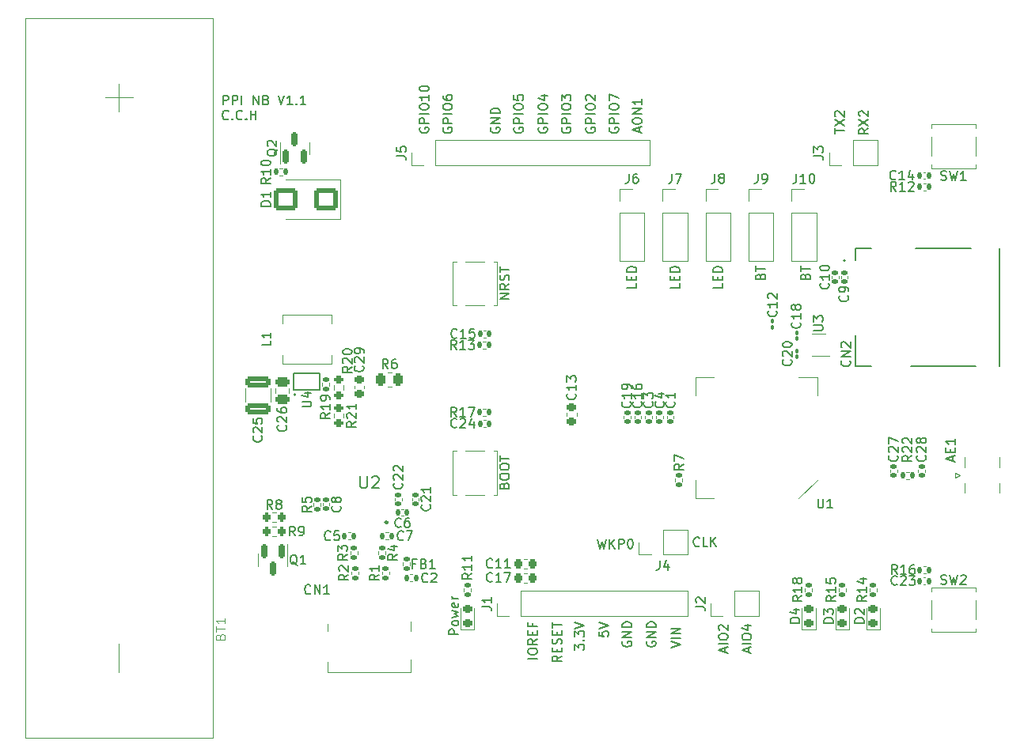
<source format=gto>
G04 #@! TF.GenerationSoftware,KiCad,Pcbnew,7.0.8*
G04 #@! TF.CreationDate,2024-03-21T14:37:43-03:00*
G04 #@! TF.ProjectId,Demo PPI NB V2,44656d6f-2050-4504-9920-4e422056322e,rev?*
G04 #@! TF.SameCoordinates,PX25ab8e0PY6dc4960*
G04 #@! TF.FileFunction,Legend,Top*
G04 #@! TF.FilePolarity,Positive*
%FSLAX46Y46*%
G04 Gerber Fmt 4.6, Leading zero omitted, Abs format (unit mm)*
G04 Created by KiCad (PCBNEW 7.0.8) date 2024-03-21 14:37:43*
%MOMM*%
%LPD*%
G01*
G04 APERTURE LIST*
G04 Aperture macros list*
%AMRoundRect*
0 Rectangle with rounded corners*
0 $1 Rounding radius*
0 $2 $3 $4 $5 $6 $7 $8 $9 X,Y pos of 4 corners*
0 Add a 4 corners polygon primitive as box body*
4,1,4,$2,$3,$4,$5,$6,$7,$8,$9,$2,$3,0*
0 Add four circle primitives for the rounded corners*
1,1,$1+$1,$2,$3*
1,1,$1+$1,$4,$5*
1,1,$1+$1,$6,$7*
1,1,$1+$1,$8,$9*
0 Add four rect primitives between the rounded corners*
20,1,$1+$1,$2,$3,$4,$5,0*
20,1,$1+$1,$4,$5,$6,$7,0*
20,1,$1+$1,$6,$7,$8,$9,0*
20,1,$1+$1,$8,$9,$2,$3,0*%
%AMFreePoly0*
4,1,6,1.250000,-1.250000,-1.250000,-1.250000,-1.250000,0.500000,-0.500000,1.250000,1.250000,1.250000,1.250000,-1.250000,1.250000,-1.250000,$1*%
G04 Aperture macros list end*
%ADD10C,0.150000*%
%ADD11C,0.100000*%
%ADD12C,0.120000*%
%ADD13C,0.127000*%
%ADD14C,0.200000*%
%ADD15C,0.250000*%
%ADD16R,1.700000X1.700000*%
%ADD17O,1.700000X1.700000*%
%ADD18R,1.150000X0.650000*%
%ADD19R,1.300000X0.450000*%
%ADD20R,1.700000X1.400000*%
%ADD21R,0.800000X0.540000*%
%ADD22RoundRect,0.135000X-0.135000X-0.185000X0.135000X-0.185000X0.135000X0.185000X-0.135000X0.185000X0*%
%ADD23RoundRect,0.135000X0.135000X0.185000X-0.135000X0.185000X-0.135000X-0.185000X0.135000X-0.185000X0*%
%ADD24RoundRect,0.250000X1.000000X0.900000X-1.000000X0.900000X-1.000000X-0.900000X1.000000X-0.900000X0*%
%ADD25RoundRect,0.225000X0.250000X-0.225000X0.250000X0.225000X-0.250000X0.225000X-0.250000X-0.225000X0*%
%ADD26RoundRect,0.225000X0.225000X0.250000X-0.225000X0.250000X-0.225000X-0.250000X0.225000X-0.250000X0*%
%ADD27RoundRect,0.140000X0.140000X0.170000X-0.140000X0.170000X-0.140000X-0.170000X0.140000X-0.170000X0*%
%ADD28RoundRect,0.100000X0.100000X-0.130000X0.100000X0.130000X-0.100000X0.130000X-0.100000X-0.130000X0*%
%ADD29RoundRect,0.135000X-0.185000X0.135000X-0.185000X-0.135000X0.185000X-0.135000X0.185000X0.135000X0*%
%ADD30RoundRect,0.140000X-0.170000X0.140000X-0.170000X-0.140000X0.170000X-0.140000X0.170000X0.140000X0*%
%ADD31R,1.600000X1.400000*%
%ADD32RoundRect,0.135000X0.185000X-0.135000X0.185000X0.135000X-0.185000X0.135000X-0.185000X-0.135000X0*%
%ADD33RoundRect,0.140000X0.170000X-0.140000X0.170000X0.140000X-0.170000X0.140000X-0.170000X-0.140000X0*%
%ADD34R,3.600000X1.270000*%
%ADD35R,4.200000X1.750000*%
%ADD36RoundRect,0.218750X0.256250X-0.218750X0.256250X0.218750X-0.256250X0.218750X-0.256250X-0.218750X0*%
%ADD37R,1.400000X1.600000*%
%ADD38RoundRect,0.250000X-0.262500X-0.450000X0.262500X-0.450000X0.262500X0.450000X-0.262500X0.450000X0*%
%ADD39C,3.300000*%
%ADD40C,2.500000*%
%ADD41C,3.500000*%
%ADD42RoundRect,0.250000X-0.475000X0.250000X-0.475000X-0.250000X0.475000X-0.250000X0.475000X0.250000X0*%
%ADD43R,2.400000X0.750000*%
%ADD44R,0.750000X2.400000*%
%ADD45FreePoly0,180.000000*%
%ADD46R,2.500000X2.500000*%
%ADD47RoundRect,0.200000X-0.200000X-0.275000X0.200000X-0.275000X0.200000X0.275000X-0.200000X0.275000X0*%
%ADD48RoundRect,0.150000X0.150000X-0.587500X0.150000X0.587500X-0.150000X0.587500X-0.150000X-0.587500X0*%
%ADD49RoundRect,0.200000X0.275000X-0.200000X0.275000X0.200000X-0.275000X0.200000X-0.275000X-0.200000X0*%
%ADD50RoundRect,0.140000X-0.140000X-0.170000X0.140000X-0.170000X0.140000X0.170000X-0.140000X0.170000X0*%
%ADD51RoundRect,0.200000X0.200000X0.275000X-0.200000X0.275000X-0.200000X-0.275000X0.200000X-0.275000X0*%
%ADD52R,0.850000X0.250000*%
%ADD53R,1.650000X2.550000*%
%ADD54R,0.650000X0.400000*%
%ADD55R,1.903000X2.790000*%
%ADD56RoundRect,0.150000X-0.150000X0.587500X-0.150000X-0.587500X0.150000X-0.587500X0.150000X0.587500X0*%
%ADD57RoundRect,0.250000X-1.075000X0.312500X-1.075000X-0.312500X1.075000X-0.312500X1.075000X0.312500X0*%
%ADD58RoundRect,0.225000X-0.250000X0.225000X-0.250000X-0.225000X0.250000X-0.225000X0.250000X0.225000X0*%
%ADD59C,0.001000*%
%ADD60R,0.300000X1.150000*%
%ADD61R,2.180000X2.000000*%
%ADD62C,0.230000*%
G04 APERTURE END LIST*
D10*
X66174104Y65009161D02*
X66174104Y65485351D01*
X66459819Y64913923D02*
X65459819Y65247256D01*
X65459819Y65247256D02*
X66459819Y65580589D01*
X65459819Y66104399D02*
X65459819Y66294875D01*
X65459819Y66294875D02*
X65507438Y66390113D01*
X65507438Y66390113D02*
X65602676Y66485351D01*
X65602676Y66485351D02*
X65793152Y66532970D01*
X65793152Y66532970D02*
X66126485Y66532970D01*
X66126485Y66532970D02*
X66316961Y66485351D01*
X66316961Y66485351D02*
X66412200Y66390113D01*
X66412200Y66390113D02*
X66459819Y66294875D01*
X66459819Y66294875D02*
X66459819Y66104399D01*
X66459819Y66104399D02*
X66412200Y66009161D01*
X66412200Y66009161D02*
X66316961Y65913923D01*
X66316961Y65913923D02*
X66126485Y65866304D01*
X66126485Y65866304D02*
X65793152Y65866304D01*
X65793152Y65866304D02*
X65602676Y65913923D01*
X65602676Y65913923D02*
X65507438Y66009161D01*
X65507438Y66009161D02*
X65459819Y66104399D01*
X66459819Y66961542D02*
X65459819Y66961542D01*
X65459819Y66961542D02*
X66459819Y67532970D01*
X66459819Y67532970D02*
X65459819Y67532970D01*
X66459819Y68532970D02*
X66459819Y67961542D01*
X66459819Y68247256D02*
X65459819Y68247256D01*
X65459819Y68247256D02*
X65602676Y68152018D01*
X65602676Y68152018D02*
X65697914Y68056780D01*
X65697914Y68056780D02*
X65745533Y67961542D01*
X21636779Y67940181D02*
X21636779Y68940181D01*
X21636779Y68940181D02*
X22017731Y68940181D01*
X22017731Y68940181D02*
X22112969Y68892562D01*
X22112969Y68892562D02*
X22160588Y68844943D01*
X22160588Y68844943D02*
X22208207Y68749705D01*
X22208207Y68749705D02*
X22208207Y68606848D01*
X22208207Y68606848D02*
X22160588Y68511610D01*
X22160588Y68511610D02*
X22112969Y68463991D01*
X22112969Y68463991D02*
X22017731Y68416372D01*
X22017731Y68416372D02*
X21636779Y68416372D01*
X22636779Y67940181D02*
X22636779Y68940181D01*
X22636779Y68940181D02*
X23017731Y68940181D01*
X23017731Y68940181D02*
X23112969Y68892562D01*
X23112969Y68892562D02*
X23160588Y68844943D01*
X23160588Y68844943D02*
X23208207Y68749705D01*
X23208207Y68749705D02*
X23208207Y68606848D01*
X23208207Y68606848D02*
X23160588Y68511610D01*
X23160588Y68511610D02*
X23112969Y68463991D01*
X23112969Y68463991D02*
X23017731Y68416372D01*
X23017731Y68416372D02*
X22636779Y68416372D01*
X23636779Y67940181D02*
X23636779Y68940181D01*
X24874874Y67940181D02*
X24874874Y68940181D01*
X24874874Y68940181D02*
X25446302Y67940181D01*
X25446302Y67940181D02*
X25446302Y68940181D01*
X26255826Y68463991D02*
X26398683Y68416372D01*
X26398683Y68416372D02*
X26446302Y68368753D01*
X26446302Y68368753D02*
X26493921Y68273515D01*
X26493921Y68273515D02*
X26493921Y68130658D01*
X26493921Y68130658D02*
X26446302Y68035420D01*
X26446302Y68035420D02*
X26398683Y67987800D01*
X26398683Y67987800D02*
X26303445Y67940181D01*
X26303445Y67940181D02*
X25922493Y67940181D01*
X25922493Y67940181D02*
X25922493Y68940181D01*
X25922493Y68940181D02*
X26255826Y68940181D01*
X26255826Y68940181D02*
X26351064Y68892562D01*
X26351064Y68892562D02*
X26398683Y68844943D01*
X26398683Y68844943D02*
X26446302Y68749705D01*
X26446302Y68749705D02*
X26446302Y68654467D01*
X26446302Y68654467D02*
X26398683Y68559229D01*
X26398683Y68559229D02*
X26351064Y68511610D01*
X26351064Y68511610D02*
X26255826Y68463991D01*
X26255826Y68463991D02*
X25922493Y68463991D01*
X27541541Y68940181D02*
X27874874Y67940181D01*
X27874874Y67940181D02*
X28208207Y68940181D01*
X29065350Y67940181D02*
X28493922Y67940181D01*
X28779636Y67940181D02*
X28779636Y68940181D01*
X28779636Y68940181D02*
X28684398Y68797324D01*
X28684398Y68797324D02*
X28589160Y68702086D01*
X28589160Y68702086D02*
X28493922Y68654467D01*
X29493922Y68035420D02*
X29541541Y67987800D01*
X29541541Y67987800D02*
X29493922Y67940181D01*
X29493922Y67940181D02*
X29446303Y67987800D01*
X29446303Y67987800D02*
X29493922Y68035420D01*
X29493922Y68035420D02*
X29493922Y67940181D01*
X30493921Y67940181D02*
X29922493Y67940181D01*
X30208207Y67940181D02*
X30208207Y68940181D01*
X30208207Y68940181D02*
X30112969Y68797324D01*
X30112969Y68797324D02*
X30017731Y68702086D01*
X30017731Y68702086D02*
X29922493Y68654467D01*
X22208207Y66425420D02*
X22160588Y66377800D01*
X22160588Y66377800D02*
X22017731Y66330181D01*
X22017731Y66330181D02*
X21922493Y66330181D01*
X21922493Y66330181D02*
X21779636Y66377800D01*
X21779636Y66377800D02*
X21684398Y66473039D01*
X21684398Y66473039D02*
X21636779Y66568277D01*
X21636779Y66568277D02*
X21589160Y66758753D01*
X21589160Y66758753D02*
X21589160Y66901610D01*
X21589160Y66901610D02*
X21636779Y67092086D01*
X21636779Y67092086D02*
X21684398Y67187324D01*
X21684398Y67187324D02*
X21779636Y67282562D01*
X21779636Y67282562D02*
X21922493Y67330181D01*
X21922493Y67330181D02*
X22017731Y67330181D01*
X22017731Y67330181D02*
X22160588Y67282562D01*
X22160588Y67282562D02*
X22208207Y67234943D01*
X22636779Y66425420D02*
X22684398Y66377800D01*
X22684398Y66377800D02*
X22636779Y66330181D01*
X22636779Y66330181D02*
X22589160Y66377800D01*
X22589160Y66377800D02*
X22636779Y66425420D01*
X22636779Y66425420D02*
X22636779Y66330181D01*
X23684397Y66425420D02*
X23636778Y66377800D01*
X23636778Y66377800D02*
X23493921Y66330181D01*
X23493921Y66330181D02*
X23398683Y66330181D01*
X23398683Y66330181D02*
X23255826Y66377800D01*
X23255826Y66377800D02*
X23160588Y66473039D01*
X23160588Y66473039D02*
X23112969Y66568277D01*
X23112969Y66568277D02*
X23065350Y66758753D01*
X23065350Y66758753D02*
X23065350Y66901610D01*
X23065350Y66901610D02*
X23112969Y67092086D01*
X23112969Y67092086D02*
X23160588Y67187324D01*
X23160588Y67187324D02*
X23255826Y67282562D01*
X23255826Y67282562D02*
X23398683Y67330181D01*
X23398683Y67330181D02*
X23493921Y67330181D01*
X23493921Y67330181D02*
X23636778Y67282562D01*
X23636778Y67282562D02*
X23684397Y67234943D01*
X24112969Y66425420D02*
X24160588Y66377800D01*
X24160588Y66377800D02*
X24112969Y66330181D01*
X24112969Y66330181D02*
X24065350Y66377800D01*
X24065350Y66377800D02*
X24112969Y66425420D01*
X24112969Y66425420D02*
X24112969Y66330181D01*
X24589159Y66330181D02*
X24589159Y67330181D01*
X24589159Y66853991D02*
X25160587Y66853991D01*
X25160587Y66330181D02*
X25160587Y67330181D01*
X64417438Y10470589D02*
X64369819Y10375351D01*
X64369819Y10375351D02*
X64369819Y10232494D01*
X64369819Y10232494D02*
X64417438Y10089637D01*
X64417438Y10089637D02*
X64512676Y9994399D01*
X64512676Y9994399D02*
X64607914Y9946780D01*
X64607914Y9946780D02*
X64798390Y9899161D01*
X64798390Y9899161D02*
X64941247Y9899161D01*
X64941247Y9899161D02*
X65131723Y9946780D01*
X65131723Y9946780D02*
X65226961Y9994399D01*
X65226961Y9994399D02*
X65322200Y10089637D01*
X65322200Y10089637D02*
X65369819Y10232494D01*
X65369819Y10232494D02*
X65369819Y10327732D01*
X65369819Y10327732D02*
X65322200Y10470589D01*
X65322200Y10470589D02*
X65274580Y10518208D01*
X65274580Y10518208D02*
X64941247Y10518208D01*
X64941247Y10518208D02*
X64941247Y10327732D01*
X65369819Y10946780D02*
X64369819Y10946780D01*
X64369819Y10946780D02*
X65369819Y11518208D01*
X65369819Y11518208D02*
X64369819Y11518208D01*
X65369819Y11994399D02*
X64369819Y11994399D01*
X64369819Y11994399D02*
X64369819Y12232494D01*
X64369819Y12232494D02*
X64417438Y12375351D01*
X64417438Y12375351D02*
X64512676Y12470589D01*
X64512676Y12470589D02*
X64607914Y12518208D01*
X64607914Y12518208D02*
X64798390Y12565827D01*
X64798390Y12565827D02*
X64941247Y12565827D01*
X64941247Y12565827D02*
X65131723Y12518208D01*
X65131723Y12518208D02*
X65226961Y12470589D01*
X65226961Y12470589D02*
X65322200Y12375351D01*
X65322200Y12375351D02*
X65369819Y12232494D01*
X65369819Y12232494D02*
X65369819Y11994399D01*
X87079819Y64883923D02*
X87079819Y65455351D01*
X88079819Y65169637D02*
X87079819Y65169637D01*
X87079819Y65693447D02*
X88079819Y66360113D01*
X87079819Y66360113D02*
X88079819Y65693447D01*
X87175057Y66693447D02*
X87127438Y66741066D01*
X87127438Y66741066D02*
X87079819Y66836304D01*
X87079819Y66836304D02*
X87079819Y67074399D01*
X87079819Y67074399D02*
X87127438Y67169637D01*
X87127438Y67169637D02*
X87175057Y67217256D01*
X87175057Y67217256D02*
X87270295Y67264875D01*
X87270295Y67264875D02*
X87365533Y67264875D01*
X87365533Y67264875D02*
X87508390Y67217256D01*
X87508390Y67217256D02*
X88079819Y66645828D01*
X88079819Y66645828D02*
X88079819Y67264875D01*
X55269819Y8646780D02*
X54269819Y8646780D01*
X54269819Y9313446D02*
X54269819Y9503922D01*
X54269819Y9503922D02*
X54317438Y9599160D01*
X54317438Y9599160D02*
X54412676Y9694398D01*
X54412676Y9694398D02*
X54603152Y9742017D01*
X54603152Y9742017D02*
X54936485Y9742017D01*
X54936485Y9742017D02*
X55126961Y9694398D01*
X55126961Y9694398D02*
X55222200Y9599160D01*
X55222200Y9599160D02*
X55269819Y9503922D01*
X55269819Y9503922D02*
X55269819Y9313446D01*
X55269819Y9313446D02*
X55222200Y9218208D01*
X55222200Y9218208D02*
X55126961Y9122970D01*
X55126961Y9122970D02*
X54936485Y9075351D01*
X54936485Y9075351D02*
X54603152Y9075351D01*
X54603152Y9075351D02*
X54412676Y9122970D01*
X54412676Y9122970D02*
X54317438Y9218208D01*
X54317438Y9218208D02*
X54269819Y9313446D01*
X55269819Y10742017D02*
X54793628Y10408684D01*
X55269819Y10170589D02*
X54269819Y10170589D01*
X54269819Y10170589D02*
X54269819Y10551541D01*
X54269819Y10551541D02*
X54317438Y10646779D01*
X54317438Y10646779D02*
X54365057Y10694398D01*
X54365057Y10694398D02*
X54460295Y10742017D01*
X54460295Y10742017D02*
X54603152Y10742017D01*
X54603152Y10742017D02*
X54698390Y10694398D01*
X54698390Y10694398D02*
X54746009Y10646779D01*
X54746009Y10646779D02*
X54793628Y10551541D01*
X54793628Y10551541D02*
X54793628Y10170589D01*
X54746009Y11170589D02*
X54746009Y11503922D01*
X55269819Y11646779D02*
X55269819Y11170589D01*
X55269819Y11170589D02*
X54269819Y11170589D01*
X54269819Y11170589D02*
X54269819Y11646779D01*
X54746009Y12408684D02*
X54746009Y12075351D01*
X55269819Y12075351D02*
X54269819Y12075351D01*
X54269819Y12075351D02*
X54269819Y12551541D01*
X63007438Y65480589D02*
X62959819Y65385351D01*
X62959819Y65385351D02*
X62959819Y65242494D01*
X62959819Y65242494D02*
X63007438Y65099637D01*
X63007438Y65099637D02*
X63102676Y65004399D01*
X63102676Y65004399D02*
X63197914Y64956780D01*
X63197914Y64956780D02*
X63388390Y64909161D01*
X63388390Y64909161D02*
X63531247Y64909161D01*
X63531247Y64909161D02*
X63721723Y64956780D01*
X63721723Y64956780D02*
X63816961Y65004399D01*
X63816961Y65004399D02*
X63912200Y65099637D01*
X63912200Y65099637D02*
X63959819Y65242494D01*
X63959819Y65242494D02*
X63959819Y65337732D01*
X63959819Y65337732D02*
X63912200Y65480589D01*
X63912200Y65480589D02*
X63864580Y65528208D01*
X63864580Y65528208D02*
X63531247Y65528208D01*
X63531247Y65528208D02*
X63531247Y65337732D01*
X63959819Y65956780D02*
X62959819Y65956780D01*
X62959819Y65956780D02*
X62959819Y66337732D01*
X62959819Y66337732D02*
X63007438Y66432970D01*
X63007438Y66432970D02*
X63055057Y66480589D01*
X63055057Y66480589D02*
X63150295Y66528208D01*
X63150295Y66528208D02*
X63293152Y66528208D01*
X63293152Y66528208D02*
X63388390Y66480589D01*
X63388390Y66480589D02*
X63436009Y66432970D01*
X63436009Y66432970D02*
X63483628Y66337732D01*
X63483628Y66337732D02*
X63483628Y65956780D01*
X63959819Y66956780D02*
X62959819Y66956780D01*
X62959819Y67623446D02*
X62959819Y67813922D01*
X62959819Y67813922D02*
X63007438Y67909160D01*
X63007438Y67909160D02*
X63102676Y68004398D01*
X63102676Y68004398D02*
X63293152Y68052017D01*
X63293152Y68052017D02*
X63626485Y68052017D01*
X63626485Y68052017D02*
X63816961Y68004398D01*
X63816961Y68004398D02*
X63912200Y67909160D01*
X63912200Y67909160D02*
X63959819Y67813922D01*
X63959819Y67813922D02*
X63959819Y67623446D01*
X63959819Y67623446D02*
X63912200Y67528208D01*
X63912200Y67528208D02*
X63816961Y67432970D01*
X63816961Y67432970D02*
X63626485Y67385351D01*
X63626485Y67385351D02*
X63293152Y67385351D01*
X63293152Y67385351D02*
X63102676Y67432970D01*
X63102676Y67432970D02*
X63007438Y67528208D01*
X63007438Y67528208D02*
X62959819Y67623446D01*
X62959819Y68385351D02*
X62959819Y69052017D01*
X62959819Y69052017D02*
X63959819Y68623446D01*
X70469819Y48812970D02*
X70469819Y48336780D01*
X70469819Y48336780D02*
X69469819Y48336780D01*
X69946009Y49146304D02*
X69946009Y49479637D01*
X70469819Y49622494D02*
X70469819Y49146304D01*
X70469819Y49146304D02*
X69469819Y49146304D01*
X69469819Y49146304D02*
X69469819Y49622494D01*
X70469819Y50051066D02*
X69469819Y50051066D01*
X69469819Y50051066D02*
X69469819Y50289161D01*
X69469819Y50289161D02*
X69517438Y50432018D01*
X69517438Y50432018D02*
X69612676Y50527256D01*
X69612676Y50527256D02*
X69707914Y50574875D01*
X69707914Y50574875D02*
X69898390Y50622494D01*
X69898390Y50622494D02*
X70041247Y50622494D01*
X70041247Y50622494D02*
X70231723Y50574875D01*
X70231723Y50574875D02*
X70326961Y50527256D01*
X70326961Y50527256D02*
X70422200Y50432018D01*
X70422200Y50432018D02*
X70469819Y50289161D01*
X70469819Y50289161D02*
X70469819Y50051066D01*
X79146009Y49570113D02*
X79193628Y49712970D01*
X79193628Y49712970D02*
X79241247Y49760589D01*
X79241247Y49760589D02*
X79336485Y49808208D01*
X79336485Y49808208D02*
X79479342Y49808208D01*
X79479342Y49808208D02*
X79574580Y49760589D01*
X79574580Y49760589D02*
X79622200Y49712970D01*
X79622200Y49712970D02*
X79669819Y49617732D01*
X79669819Y49617732D02*
X79669819Y49236780D01*
X79669819Y49236780D02*
X78669819Y49236780D01*
X78669819Y49236780D02*
X78669819Y49570113D01*
X78669819Y49570113D02*
X78717438Y49665351D01*
X78717438Y49665351D02*
X78765057Y49712970D01*
X78765057Y49712970D02*
X78860295Y49760589D01*
X78860295Y49760589D02*
X78955533Y49760589D01*
X78955533Y49760589D02*
X79050771Y49712970D01*
X79050771Y49712970D02*
X79098390Y49665351D01*
X79098390Y49665351D02*
X79146009Y49570113D01*
X79146009Y49570113D02*
X79146009Y49236780D01*
X78669819Y50093923D02*
X78669819Y50665351D01*
X79669819Y50379637D02*
X78669819Y50379637D01*
X65869819Y48812970D02*
X65869819Y48336780D01*
X65869819Y48336780D02*
X64869819Y48336780D01*
X65346009Y49146304D02*
X65346009Y49479637D01*
X65869819Y49622494D02*
X65869819Y49146304D01*
X65869819Y49146304D02*
X64869819Y49146304D01*
X64869819Y49146304D02*
X64869819Y49622494D01*
X65869819Y50051066D02*
X64869819Y50051066D01*
X64869819Y50051066D02*
X64869819Y50289161D01*
X64869819Y50289161D02*
X64917438Y50432018D01*
X64917438Y50432018D02*
X65012676Y50527256D01*
X65012676Y50527256D02*
X65107914Y50574875D01*
X65107914Y50574875D02*
X65298390Y50622494D01*
X65298390Y50622494D02*
X65441247Y50622494D01*
X65441247Y50622494D02*
X65631723Y50574875D01*
X65631723Y50574875D02*
X65726961Y50527256D01*
X65726961Y50527256D02*
X65822200Y50432018D01*
X65822200Y50432018D02*
X65869819Y50289161D01*
X65869819Y50289161D02*
X65869819Y50051066D01*
X67017438Y10470589D02*
X66969819Y10375351D01*
X66969819Y10375351D02*
X66969819Y10232494D01*
X66969819Y10232494D02*
X67017438Y10089637D01*
X67017438Y10089637D02*
X67112676Y9994399D01*
X67112676Y9994399D02*
X67207914Y9946780D01*
X67207914Y9946780D02*
X67398390Y9899161D01*
X67398390Y9899161D02*
X67541247Y9899161D01*
X67541247Y9899161D02*
X67731723Y9946780D01*
X67731723Y9946780D02*
X67826961Y9994399D01*
X67826961Y9994399D02*
X67922200Y10089637D01*
X67922200Y10089637D02*
X67969819Y10232494D01*
X67969819Y10232494D02*
X67969819Y10327732D01*
X67969819Y10327732D02*
X67922200Y10470589D01*
X67922200Y10470589D02*
X67874580Y10518208D01*
X67874580Y10518208D02*
X67541247Y10518208D01*
X67541247Y10518208D02*
X67541247Y10327732D01*
X67969819Y10946780D02*
X66969819Y10946780D01*
X66969819Y10946780D02*
X67969819Y11518208D01*
X67969819Y11518208D02*
X66969819Y11518208D01*
X67969819Y11994399D02*
X66969819Y11994399D01*
X66969819Y11994399D02*
X66969819Y12232494D01*
X66969819Y12232494D02*
X67017438Y12375351D01*
X67017438Y12375351D02*
X67112676Y12470589D01*
X67112676Y12470589D02*
X67207914Y12518208D01*
X67207914Y12518208D02*
X67398390Y12565827D01*
X67398390Y12565827D02*
X67541247Y12565827D01*
X67541247Y12565827D02*
X67731723Y12518208D01*
X67731723Y12518208D02*
X67826961Y12470589D01*
X67826961Y12470589D02*
X67922200Y12375351D01*
X67922200Y12375351D02*
X67969819Y12232494D01*
X67969819Y12232494D02*
X67969819Y11994399D01*
X90679819Y65398208D02*
X90203628Y65064875D01*
X90679819Y64826780D02*
X89679819Y64826780D01*
X89679819Y64826780D02*
X89679819Y65207732D01*
X89679819Y65207732D02*
X89727438Y65302970D01*
X89727438Y65302970D02*
X89775057Y65350589D01*
X89775057Y65350589D02*
X89870295Y65398208D01*
X89870295Y65398208D02*
X90013152Y65398208D01*
X90013152Y65398208D02*
X90108390Y65350589D01*
X90108390Y65350589D02*
X90156009Y65302970D01*
X90156009Y65302970D02*
X90203628Y65207732D01*
X90203628Y65207732D02*
X90203628Y64826780D01*
X89679819Y65731542D02*
X90679819Y66398208D01*
X89679819Y66398208D02*
X90679819Y65731542D01*
X89775057Y66731542D02*
X89727438Y66779161D01*
X89727438Y66779161D02*
X89679819Y66874399D01*
X89679819Y66874399D02*
X89679819Y67112494D01*
X89679819Y67112494D02*
X89727438Y67207732D01*
X89727438Y67207732D02*
X89775057Y67255351D01*
X89775057Y67255351D02*
X89870295Y67302970D01*
X89870295Y67302970D02*
X89965533Y67302970D01*
X89965533Y67302970D02*
X90108390Y67255351D01*
X90108390Y67255351D02*
X90679819Y66683923D01*
X90679819Y66683923D02*
X90679819Y67302970D01*
X77874104Y9309161D02*
X77874104Y9785351D01*
X78159819Y9213923D02*
X77159819Y9547256D01*
X77159819Y9547256D02*
X78159819Y9880589D01*
X78159819Y10213923D02*
X77159819Y10213923D01*
X77159819Y10880589D02*
X77159819Y11071065D01*
X77159819Y11071065D02*
X77207438Y11166303D01*
X77207438Y11166303D02*
X77302676Y11261541D01*
X77302676Y11261541D02*
X77493152Y11309160D01*
X77493152Y11309160D02*
X77826485Y11309160D01*
X77826485Y11309160D02*
X78016961Y11261541D01*
X78016961Y11261541D02*
X78112200Y11166303D01*
X78112200Y11166303D02*
X78159819Y11071065D01*
X78159819Y11071065D02*
X78159819Y10880589D01*
X78159819Y10880589D02*
X78112200Y10785351D01*
X78112200Y10785351D02*
X78016961Y10690113D01*
X78016961Y10690113D02*
X77826485Y10642494D01*
X77826485Y10642494D02*
X77493152Y10642494D01*
X77493152Y10642494D02*
X77302676Y10690113D01*
X77302676Y10690113D02*
X77207438Y10785351D01*
X77207438Y10785351D02*
X77159819Y10880589D01*
X77493152Y12166303D02*
X78159819Y12166303D01*
X77112200Y11928208D02*
X77826485Y11690113D01*
X77826485Y11690113D02*
X77826485Y12309160D01*
X42707438Y65480589D02*
X42659819Y65385351D01*
X42659819Y65385351D02*
X42659819Y65242494D01*
X42659819Y65242494D02*
X42707438Y65099637D01*
X42707438Y65099637D02*
X42802676Y65004399D01*
X42802676Y65004399D02*
X42897914Y64956780D01*
X42897914Y64956780D02*
X43088390Y64909161D01*
X43088390Y64909161D02*
X43231247Y64909161D01*
X43231247Y64909161D02*
X43421723Y64956780D01*
X43421723Y64956780D02*
X43516961Y65004399D01*
X43516961Y65004399D02*
X43612200Y65099637D01*
X43612200Y65099637D02*
X43659819Y65242494D01*
X43659819Y65242494D02*
X43659819Y65337732D01*
X43659819Y65337732D02*
X43612200Y65480589D01*
X43612200Y65480589D02*
X43564580Y65528208D01*
X43564580Y65528208D02*
X43231247Y65528208D01*
X43231247Y65528208D02*
X43231247Y65337732D01*
X43659819Y65956780D02*
X42659819Y65956780D01*
X42659819Y65956780D02*
X42659819Y66337732D01*
X42659819Y66337732D02*
X42707438Y66432970D01*
X42707438Y66432970D02*
X42755057Y66480589D01*
X42755057Y66480589D02*
X42850295Y66528208D01*
X42850295Y66528208D02*
X42993152Y66528208D01*
X42993152Y66528208D02*
X43088390Y66480589D01*
X43088390Y66480589D02*
X43136009Y66432970D01*
X43136009Y66432970D02*
X43183628Y66337732D01*
X43183628Y66337732D02*
X43183628Y65956780D01*
X43659819Y66956780D02*
X42659819Y66956780D01*
X42659819Y67623446D02*
X42659819Y67813922D01*
X42659819Y67813922D02*
X42707438Y67909160D01*
X42707438Y67909160D02*
X42802676Y68004398D01*
X42802676Y68004398D02*
X42993152Y68052017D01*
X42993152Y68052017D02*
X43326485Y68052017D01*
X43326485Y68052017D02*
X43516961Y68004398D01*
X43516961Y68004398D02*
X43612200Y67909160D01*
X43612200Y67909160D02*
X43659819Y67813922D01*
X43659819Y67813922D02*
X43659819Y67623446D01*
X43659819Y67623446D02*
X43612200Y67528208D01*
X43612200Y67528208D02*
X43516961Y67432970D01*
X43516961Y67432970D02*
X43326485Y67385351D01*
X43326485Y67385351D02*
X42993152Y67385351D01*
X42993152Y67385351D02*
X42802676Y67432970D01*
X42802676Y67432970D02*
X42707438Y67528208D01*
X42707438Y67528208D02*
X42659819Y67623446D01*
X43659819Y69004398D02*
X43659819Y68432970D01*
X43659819Y68718684D02*
X42659819Y68718684D01*
X42659819Y68718684D02*
X42802676Y68623446D01*
X42802676Y68623446D02*
X42897914Y68528208D01*
X42897914Y68528208D02*
X42945533Y68432970D01*
X42659819Y69623446D02*
X42659819Y69718684D01*
X42659819Y69718684D02*
X42707438Y69813922D01*
X42707438Y69813922D02*
X42755057Y69861541D01*
X42755057Y69861541D02*
X42850295Y69909160D01*
X42850295Y69909160D02*
X43040771Y69956779D01*
X43040771Y69956779D02*
X43278866Y69956779D01*
X43278866Y69956779D02*
X43469342Y69909160D01*
X43469342Y69909160D02*
X43564580Y69861541D01*
X43564580Y69861541D02*
X43612200Y69813922D01*
X43612200Y69813922D02*
X43659819Y69718684D01*
X43659819Y69718684D02*
X43659819Y69623446D01*
X43659819Y69623446D02*
X43612200Y69528208D01*
X43612200Y69528208D02*
X43564580Y69480589D01*
X43564580Y69480589D02*
X43469342Y69432970D01*
X43469342Y69432970D02*
X43278866Y69385351D01*
X43278866Y69385351D02*
X43040771Y69385351D01*
X43040771Y69385351D02*
X42850295Y69432970D01*
X42850295Y69432970D02*
X42755057Y69480589D01*
X42755057Y69480589D02*
X42707438Y69528208D01*
X42707438Y69528208D02*
X42659819Y69623446D01*
X55407438Y65480589D02*
X55359819Y65385351D01*
X55359819Y65385351D02*
X55359819Y65242494D01*
X55359819Y65242494D02*
X55407438Y65099637D01*
X55407438Y65099637D02*
X55502676Y65004399D01*
X55502676Y65004399D02*
X55597914Y64956780D01*
X55597914Y64956780D02*
X55788390Y64909161D01*
X55788390Y64909161D02*
X55931247Y64909161D01*
X55931247Y64909161D02*
X56121723Y64956780D01*
X56121723Y64956780D02*
X56216961Y65004399D01*
X56216961Y65004399D02*
X56312200Y65099637D01*
X56312200Y65099637D02*
X56359819Y65242494D01*
X56359819Y65242494D02*
X56359819Y65337732D01*
X56359819Y65337732D02*
X56312200Y65480589D01*
X56312200Y65480589D02*
X56264580Y65528208D01*
X56264580Y65528208D02*
X55931247Y65528208D01*
X55931247Y65528208D02*
X55931247Y65337732D01*
X56359819Y65956780D02*
X55359819Y65956780D01*
X55359819Y65956780D02*
X55359819Y66337732D01*
X55359819Y66337732D02*
X55407438Y66432970D01*
X55407438Y66432970D02*
X55455057Y66480589D01*
X55455057Y66480589D02*
X55550295Y66528208D01*
X55550295Y66528208D02*
X55693152Y66528208D01*
X55693152Y66528208D02*
X55788390Y66480589D01*
X55788390Y66480589D02*
X55836009Y66432970D01*
X55836009Y66432970D02*
X55883628Y66337732D01*
X55883628Y66337732D02*
X55883628Y65956780D01*
X56359819Y66956780D02*
X55359819Y66956780D01*
X55359819Y67623446D02*
X55359819Y67813922D01*
X55359819Y67813922D02*
X55407438Y67909160D01*
X55407438Y67909160D02*
X55502676Y68004398D01*
X55502676Y68004398D02*
X55693152Y68052017D01*
X55693152Y68052017D02*
X56026485Y68052017D01*
X56026485Y68052017D02*
X56216961Y68004398D01*
X56216961Y68004398D02*
X56312200Y67909160D01*
X56312200Y67909160D02*
X56359819Y67813922D01*
X56359819Y67813922D02*
X56359819Y67623446D01*
X56359819Y67623446D02*
X56312200Y67528208D01*
X56312200Y67528208D02*
X56216961Y67432970D01*
X56216961Y67432970D02*
X56026485Y67385351D01*
X56026485Y67385351D02*
X55693152Y67385351D01*
X55693152Y67385351D02*
X55502676Y67432970D01*
X55502676Y67432970D02*
X55407438Y67528208D01*
X55407438Y67528208D02*
X55359819Y67623446D01*
X55693152Y68909160D02*
X56359819Y68909160D01*
X55312200Y68671065D02*
X56026485Y68432970D01*
X56026485Y68432970D02*
X56026485Y69052017D01*
X69609819Y9823923D02*
X70609819Y10157256D01*
X70609819Y10157256D02*
X69609819Y10490589D01*
X70609819Y10823923D02*
X69609819Y10823923D01*
X70609819Y11300113D02*
X69609819Y11300113D01*
X69609819Y11300113D02*
X70609819Y11871541D01*
X70609819Y11871541D02*
X69609819Y11871541D01*
X50307438Y65480589D02*
X50259819Y65385351D01*
X50259819Y65385351D02*
X50259819Y65242494D01*
X50259819Y65242494D02*
X50307438Y65099637D01*
X50307438Y65099637D02*
X50402676Y65004399D01*
X50402676Y65004399D02*
X50497914Y64956780D01*
X50497914Y64956780D02*
X50688390Y64909161D01*
X50688390Y64909161D02*
X50831247Y64909161D01*
X50831247Y64909161D02*
X51021723Y64956780D01*
X51021723Y64956780D02*
X51116961Y65004399D01*
X51116961Y65004399D02*
X51212200Y65099637D01*
X51212200Y65099637D02*
X51259819Y65242494D01*
X51259819Y65242494D02*
X51259819Y65337732D01*
X51259819Y65337732D02*
X51212200Y65480589D01*
X51212200Y65480589D02*
X51164580Y65528208D01*
X51164580Y65528208D02*
X50831247Y65528208D01*
X50831247Y65528208D02*
X50831247Y65337732D01*
X51259819Y65956780D02*
X50259819Y65956780D01*
X50259819Y65956780D02*
X51259819Y66528208D01*
X51259819Y66528208D02*
X50259819Y66528208D01*
X51259819Y67004399D02*
X50259819Y67004399D01*
X50259819Y67004399D02*
X50259819Y67242494D01*
X50259819Y67242494D02*
X50307438Y67385351D01*
X50307438Y67385351D02*
X50402676Y67480589D01*
X50402676Y67480589D02*
X50497914Y67528208D01*
X50497914Y67528208D02*
X50688390Y67575827D01*
X50688390Y67575827D02*
X50831247Y67575827D01*
X50831247Y67575827D02*
X51021723Y67528208D01*
X51021723Y67528208D02*
X51116961Y67480589D01*
X51116961Y67480589D02*
X51212200Y67385351D01*
X51212200Y67385351D02*
X51259819Y67242494D01*
X51259819Y67242494D02*
X51259819Y67004399D01*
X83946009Y49570113D02*
X83993628Y49712970D01*
X83993628Y49712970D02*
X84041247Y49760589D01*
X84041247Y49760589D02*
X84136485Y49808208D01*
X84136485Y49808208D02*
X84279342Y49808208D01*
X84279342Y49808208D02*
X84374580Y49760589D01*
X84374580Y49760589D02*
X84422200Y49712970D01*
X84422200Y49712970D02*
X84469819Y49617732D01*
X84469819Y49617732D02*
X84469819Y49236780D01*
X84469819Y49236780D02*
X83469819Y49236780D01*
X83469819Y49236780D02*
X83469819Y49570113D01*
X83469819Y49570113D02*
X83517438Y49665351D01*
X83517438Y49665351D02*
X83565057Y49712970D01*
X83565057Y49712970D02*
X83660295Y49760589D01*
X83660295Y49760589D02*
X83755533Y49760589D01*
X83755533Y49760589D02*
X83850771Y49712970D01*
X83850771Y49712970D02*
X83898390Y49665351D01*
X83898390Y49665351D02*
X83946009Y49570113D01*
X83946009Y49570113D02*
X83946009Y49236780D01*
X83469819Y50093923D02*
X83469819Y50665351D01*
X84469819Y50379637D02*
X83469819Y50379637D01*
X52807438Y65480589D02*
X52759819Y65385351D01*
X52759819Y65385351D02*
X52759819Y65242494D01*
X52759819Y65242494D02*
X52807438Y65099637D01*
X52807438Y65099637D02*
X52902676Y65004399D01*
X52902676Y65004399D02*
X52997914Y64956780D01*
X52997914Y64956780D02*
X53188390Y64909161D01*
X53188390Y64909161D02*
X53331247Y64909161D01*
X53331247Y64909161D02*
X53521723Y64956780D01*
X53521723Y64956780D02*
X53616961Y65004399D01*
X53616961Y65004399D02*
X53712200Y65099637D01*
X53712200Y65099637D02*
X53759819Y65242494D01*
X53759819Y65242494D02*
X53759819Y65337732D01*
X53759819Y65337732D02*
X53712200Y65480589D01*
X53712200Y65480589D02*
X53664580Y65528208D01*
X53664580Y65528208D02*
X53331247Y65528208D01*
X53331247Y65528208D02*
X53331247Y65337732D01*
X53759819Y65956780D02*
X52759819Y65956780D01*
X52759819Y65956780D02*
X52759819Y66337732D01*
X52759819Y66337732D02*
X52807438Y66432970D01*
X52807438Y66432970D02*
X52855057Y66480589D01*
X52855057Y66480589D02*
X52950295Y66528208D01*
X52950295Y66528208D02*
X53093152Y66528208D01*
X53093152Y66528208D02*
X53188390Y66480589D01*
X53188390Y66480589D02*
X53236009Y66432970D01*
X53236009Y66432970D02*
X53283628Y66337732D01*
X53283628Y66337732D02*
X53283628Y65956780D01*
X53759819Y66956780D02*
X52759819Y66956780D01*
X52759819Y67623446D02*
X52759819Y67813922D01*
X52759819Y67813922D02*
X52807438Y67909160D01*
X52807438Y67909160D02*
X52902676Y68004398D01*
X52902676Y68004398D02*
X53093152Y68052017D01*
X53093152Y68052017D02*
X53426485Y68052017D01*
X53426485Y68052017D02*
X53616961Y68004398D01*
X53616961Y68004398D02*
X53712200Y67909160D01*
X53712200Y67909160D02*
X53759819Y67813922D01*
X53759819Y67813922D02*
X53759819Y67623446D01*
X53759819Y67623446D02*
X53712200Y67528208D01*
X53712200Y67528208D02*
X53616961Y67432970D01*
X53616961Y67432970D02*
X53426485Y67385351D01*
X53426485Y67385351D02*
X53093152Y67385351D01*
X53093152Y67385351D02*
X52902676Y67432970D01*
X52902676Y67432970D02*
X52807438Y67528208D01*
X52807438Y67528208D02*
X52759819Y67623446D01*
X52759819Y68956779D02*
X52759819Y68480589D01*
X52759819Y68480589D02*
X53236009Y68432970D01*
X53236009Y68432970D02*
X53188390Y68480589D01*
X53188390Y68480589D02*
X53140771Y68575827D01*
X53140771Y68575827D02*
X53140771Y68813922D01*
X53140771Y68813922D02*
X53188390Y68909160D01*
X53188390Y68909160D02*
X53236009Y68956779D01*
X53236009Y68956779D02*
X53331247Y69004398D01*
X53331247Y69004398D02*
X53569342Y69004398D01*
X53569342Y69004398D02*
X53664580Y68956779D01*
X53664580Y68956779D02*
X53712200Y68909160D01*
X53712200Y68909160D02*
X53759819Y68813922D01*
X53759819Y68813922D02*
X53759819Y68575827D01*
X53759819Y68575827D02*
X53712200Y68480589D01*
X53712200Y68480589D02*
X53664580Y68432970D01*
X75374104Y9309161D02*
X75374104Y9785351D01*
X75659819Y9213923D02*
X74659819Y9547256D01*
X74659819Y9547256D02*
X75659819Y9880589D01*
X75659819Y10213923D02*
X74659819Y10213923D01*
X74659819Y10880589D02*
X74659819Y11071065D01*
X74659819Y11071065D02*
X74707438Y11166303D01*
X74707438Y11166303D02*
X74802676Y11261541D01*
X74802676Y11261541D02*
X74993152Y11309160D01*
X74993152Y11309160D02*
X75326485Y11309160D01*
X75326485Y11309160D02*
X75516961Y11261541D01*
X75516961Y11261541D02*
X75612200Y11166303D01*
X75612200Y11166303D02*
X75659819Y11071065D01*
X75659819Y11071065D02*
X75659819Y10880589D01*
X75659819Y10880589D02*
X75612200Y10785351D01*
X75612200Y10785351D02*
X75516961Y10690113D01*
X75516961Y10690113D02*
X75326485Y10642494D01*
X75326485Y10642494D02*
X74993152Y10642494D01*
X74993152Y10642494D02*
X74802676Y10690113D01*
X74802676Y10690113D02*
X74707438Y10785351D01*
X74707438Y10785351D02*
X74659819Y10880589D01*
X74755057Y11690113D02*
X74707438Y11737732D01*
X74707438Y11737732D02*
X74659819Y11832970D01*
X74659819Y11832970D02*
X74659819Y12071065D01*
X74659819Y12071065D02*
X74707438Y12166303D01*
X74707438Y12166303D02*
X74755057Y12213922D01*
X74755057Y12213922D02*
X74850295Y12261541D01*
X74850295Y12261541D02*
X74945533Y12261541D01*
X74945533Y12261541D02*
X75088390Y12213922D01*
X75088390Y12213922D02*
X75659819Y11642494D01*
X75659819Y11642494D02*
X75659819Y12261541D01*
X57869819Y8918208D02*
X57393628Y8584875D01*
X57869819Y8346780D02*
X56869819Y8346780D01*
X56869819Y8346780D02*
X56869819Y8727732D01*
X56869819Y8727732D02*
X56917438Y8822970D01*
X56917438Y8822970D02*
X56965057Y8870589D01*
X56965057Y8870589D02*
X57060295Y8918208D01*
X57060295Y8918208D02*
X57203152Y8918208D01*
X57203152Y8918208D02*
X57298390Y8870589D01*
X57298390Y8870589D02*
X57346009Y8822970D01*
X57346009Y8822970D02*
X57393628Y8727732D01*
X57393628Y8727732D02*
X57393628Y8346780D01*
X57346009Y9346780D02*
X57346009Y9680113D01*
X57869819Y9822970D02*
X57869819Y9346780D01*
X57869819Y9346780D02*
X56869819Y9346780D01*
X56869819Y9346780D02*
X56869819Y9822970D01*
X57822200Y10203923D02*
X57869819Y10346780D01*
X57869819Y10346780D02*
X57869819Y10584875D01*
X57869819Y10584875D02*
X57822200Y10680113D01*
X57822200Y10680113D02*
X57774580Y10727732D01*
X57774580Y10727732D02*
X57679342Y10775351D01*
X57679342Y10775351D02*
X57584104Y10775351D01*
X57584104Y10775351D02*
X57488866Y10727732D01*
X57488866Y10727732D02*
X57441247Y10680113D01*
X57441247Y10680113D02*
X57393628Y10584875D01*
X57393628Y10584875D02*
X57346009Y10394399D01*
X57346009Y10394399D02*
X57298390Y10299161D01*
X57298390Y10299161D02*
X57250771Y10251542D01*
X57250771Y10251542D02*
X57155533Y10203923D01*
X57155533Y10203923D02*
X57060295Y10203923D01*
X57060295Y10203923D02*
X56965057Y10251542D01*
X56965057Y10251542D02*
X56917438Y10299161D01*
X56917438Y10299161D02*
X56869819Y10394399D01*
X56869819Y10394399D02*
X56869819Y10632494D01*
X56869819Y10632494D02*
X56917438Y10775351D01*
X57346009Y11203923D02*
X57346009Y11537256D01*
X57869819Y11680113D02*
X57869819Y11203923D01*
X57869819Y11203923D02*
X56869819Y11203923D01*
X56869819Y11203923D02*
X56869819Y11680113D01*
X56869819Y11965828D02*
X56869819Y12537256D01*
X57869819Y12251542D02*
X56869819Y12251542D01*
X61869819Y11522970D02*
X61869819Y11046780D01*
X61869819Y11046780D02*
X62346009Y10999161D01*
X62346009Y10999161D02*
X62298390Y11046780D01*
X62298390Y11046780D02*
X62250771Y11142018D01*
X62250771Y11142018D02*
X62250771Y11380113D01*
X62250771Y11380113D02*
X62298390Y11475351D01*
X62298390Y11475351D02*
X62346009Y11522970D01*
X62346009Y11522970D02*
X62441247Y11570589D01*
X62441247Y11570589D02*
X62679342Y11570589D01*
X62679342Y11570589D02*
X62774580Y11522970D01*
X62774580Y11522970D02*
X62822200Y11475351D01*
X62822200Y11475351D02*
X62869819Y11380113D01*
X62869819Y11380113D02*
X62869819Y11142018D01*
X62869819Y11142018D02*
X62822200Y11046780D01*
X62822200Y11046780D02*
X62774580Y10999161D01*
X61869819Y11856304D02*
X62869819Y12189637D01*
X62869819Y12189637D02*
X61869819Y12522970D01*
X60507438Y65480589D02*
X60459819Y65385351D01*
X60459819Y65385351D02*
X60459819Y65242494D01*
X60459819Y65242494D02*
X60507438Y65099637D01*
X60507438Y65099637D02*
X60602676Y65004399D01*
X60602676Y65004399D02*
X60697914Y64956780D01*
X60697914Y64956780D02*
X60888390Y64909161D01*
X60888390Y64909161D02*
X61031247Y64909161D01*
X61031247Y64909161D02*
X61221723Y64956780D01*
X61221723Y64956780D02*
X61316961Y65004399D01*
X61316961Y65004399D02*
X61412200Y65099637D01*
X61412200Y65099637D02*
X61459819Y65242494D01*
X61459819Y65242494D02*
X61459819Y65337732D01*
X61459819Y65337732D02*
X61412200Y65480589D01*
X61412200Y65480589D02*
X61364580Y65528208D01*
X61364580Y65528208D02*
X61031247Y65528208D01*
X61031247Y65528208D02*
X61031247Y65337732D01*
X61459819Y65956780D02*
X60459819Y65956780D01*
X60459819Y65956780D02*
X60459819Y66337732D01*
X60459819Y66337732D02*
X60507438Y66432970D01*
X60507438Y66432970D02*
X60555057Y66480589D01*
X60555057Y66480589D02*
X60650295Y66528208D01*
X60650295Y66528208D02*
X60793152Y66528208D01*
X60793152Y66528208D02*
X60888390Y66480589D01*
X60888390Y66480589D02*
X60936009Y66432970D01*
X60936009Y66432970D02*
X60983628Y66337732D01*
X60983628Y66337732D02*
X60983628Y65956780D01*
X61459819Y66956780D02*
X60459819Y66956780D01*
X60459819Y67623446D02*
X60459819Y67813922D01*
X60459819Y67813922D02*
X60507438Y67909160D01*
X60507438Y67909160D02*
X60602676Y68004398D01*
X60602676Y68004398D02*
X60793152Y68052017D01*
X60793152Y68052017D02*
X61126485Y68052017D01*
X61126485Y68052017D02*
X61316961Y68004398D01*
X61316961Y68004398D02*
X61412200Y67909160D01*
X61412200Y67909160D02*
X61459819Y67813922D01*
X61459819Y67813922D02*
X61459819Y67623446D01*
X61459819Y67623446D02*
X61412200Y67528208D01*
X61412200Y67528208D02*
X61316961Y67432970D01*
X61316961Y67432970D02*
X61126485Y67385351D01*
X61126485Y67385351D02*
X60793152Y67385351D01*
X60793152Y67385351D02*
X60602676Y67432970D01*
X60602676Y67432970D02*
X60507438Y67528208D01*
X60507438Y67528208D02*
X60459819Y67623446D01*
X60555057Y68432970D02*
X60507438Y68480589D01*
X60507438Y68480589D02*
X60459819Y68575827D01*
X60459819Y68575827D02*
X60459819Y68813922D01*
X60459819Y68813922D02*
X60507438Y68909160D01*
X60507438Y68909160D02*
X60555057Y68956779D01*
X60555057Y68956779D02*
X60650295Y69004398D01*
X60650295Y69004398D02*
X60745533Y69004398D01*
X60745533Y69004398D02*
X60888390Y68956779D01*
X60888390Y68956779D02*
X61459819Y68385351D01*
X61459819Y68385351D02*
X61459819Y69004398D01*
X75069819Y48812970D02*
X75069819Y48336780D01*
X75069819Y48336780D02*
X74069819Y48336780D01*
X74546009Y49146304D02*
X74546009Y49479637D01*
X75069819Y49622494D02*
X75069819Y49146304D01*
X75069819Y49146304D02*
X74069819Y49146304D01*
X74069819Y49146304D02*
X74069819Y49622494D01*
X75069819Y50051066D02*
X74069819Y50051066D01*
X74069819Y50051066D02*
X74069819Y50289161D01*
X74069819Y50289161D02*
X74117438Y50432018D01*
X74117438Y50432018D02*
X74212676Y50527256D01*
X74212676Y50527256D02*
X74307914Y50574875D01*
X74307914Y50574875D02*
X74498390Y50622494D01*
X74498390Y50622494D02*
X74641247Y50622494D01*
X74641247Y50622494D02*
X74831723Y50574875D01*
X74831723Y50574875D02*
X74926961Y50527256D01*
X74926961Y50527256D02*
X75022200Y50432018D01*
X75022200Y50432018D02*
X75069819Y50289161D01*
X75069819Y50289161D02*
X75069819Y50051066D01*
X61741541Y21430181D02*
X61979636Y20430181D01*
X61979636Y20430181D02*
X62170112Y21144467D01*
X62170112Y21144467D02*
X62360588Y20430181D01*
X62360588Y20430181D02*
X62598684Y21430181D01*
X62979636Y20430181D02*
X62979636Y21430181D01*
X63551064Y20430181D02*
X63122493Y21001610D01*
X63551064Y21430181D02*
X62979636Y20858753D01*
X63979636Y20430181D02*
X63979636Y21430181D01*
X63979636Y21430181D02*
X64360588Y21430181D01*
X64360588Y21430181D02*
X64455826Y21382562D01*
X64455826Y21382562D02*
X64503445Y21334943D01*
X64503445Y21334943D02*
X64551064Y21239705D01*
X64551064Y21239705D02*
X64551064Y21096848D01*
X64551064Y21096848D02*
X64503445Y21001610D01*
X64503445Y21001610D02*
X64455826Y20953991D01*
X64455826Y20953991D02*
X64360588Y20906372D01*
X64360588Y20906372D02*
X63979636Y20906372D01*
X65170112Y21430181D02*
X65265350Y21430181D01*
X65265350Y21430181D02*
X65360588Y21382562D01*
X65360588Y21382562D02*
X65408207Y21334943D01*
X65408207Y21334943D02*
X65455826Y21239705D01*
X65455826Y21239705D02*
X65503445Y21049229D01*
X65503445Y21049229D02*
X65503445Y20811134D01*
X65503445Y20811134D02*
X65455826Y20620658D01*
X65455826Y20620658D02*
X65408207Y20525420D01*
X65408207Y20525420D02*
X65360588Y20477800D01*
X65360588Y20477800D02*
X65265350Y20430181D01*
X65265350Y20430181D02*
X65170112Y20430181D01*
X65170112Y20430181D02*
X65074874Y20477800D01*
X65074874Y20477800D02*
X65027255Y20525420D01*
X65027255Y20525420D02*
X64979636Y20620658D01*
X64979636Y20620658D02*
X64932017Y20811134D01*
X64932017Y20811134D02*
X64932017Y21049229D01*
X64932017Y21049229D02*
X64979636Y21239705D01*
X64979636Y21239705D02*
X65027255Y21334943D01*
X65027255Y21334943D02*
X65074874Y21382562D01*
X65074874Y21382562D02*
X65170112Y21430181D01*
X59269819Y9551542D02*
X59269819Y10170589D01*
X59269819Y10170589D02*
X59650771Y9837256D01*
X59650771Y9837256D02*
X59650771Y9980113D01*
X59650771Y9980113D02*
X59698390Y10075351D01*
X59698390Y10075351D02*
X59746009Y10122970D01*
X59746009Y10122970D02*
X59841247Y10170589D01*
X59841247Y10170589D02*
X60079342Y10170589D01*
X60079342Y10170589D02*
X60174580Y10122970D01*
X60174580Y10122970D02*
X60222200Y10075351D01*
X60222200Y10075351D02*
X60269819Y9980113D01*
X60269819Y9980113D02*
X60269819Y9694399D01*
X60269819Y9694399D02*
X60222200Y9599161D01*
X60222200Y9599161D02*
X60174580Y9551542D01*
X60174580Y10599161D02*
X60222200Y10646780D01*
X60222200Y10646780D02*
X60269819Y10599161D01*
X60269819Y10599161D02*
X60222200Y10551542D01*
X60222200Y10551542D02*
X60174580Y10599161D01*
X60174580Y10599161D02*
X60269819Y10599161D01*
X59269819Y10980113D02*
X59269819Y11599160D01*
X59269819Y11599160D02*
X59650771Y11265827D01*
X59650771Y11265827D02*
X59650771Y11408684D01*
X59650771Y11408684D02*
X59698390Y11503922D01*
X59698390Y11503922D02*
X59746009Y11551541D01*
X59746009Y11551541D02*
X59841247Y11599160D01*
X59841247Y11599160D02*
X60079342Y11599160D01*
X60079342Y11599160D02*
X60174580Y11551541D01*
X60174580Y11551541D02*
X60222200Y11503922D01*
X60222200Y11503922D02*
X60269819Y11408684D01*
X60269819Y11408684D02*
X60269819Y11122970D01*
X60269819Y11122970D02*
X60222200Y11027732D01*
X60222200Y11027732D02*
X60174580Y10980113D01*
X59269819Y11884875D02*
X60269819Y12218208D01*
X60269819Y12218208D02*
X59269819Y12551541D01*
X72608207Y20725420D02*
X72560588Y20677800D01*
X72560588Y20677800D02*
X72417731Y20630181D01*
X72417731Y20630181D02*
X72322493Y20630181D01*
X72322493Y20630181D02*
X72179636Y20677800D01*
X72179636Y20677800D02*
X72084398Y20773039D01*
X72084398Y20773039D02*
X72036779Y20868277D01*
X72036779Y20868277D02*
X71989160Y21058753D01*
X71989160Y21058753D02*
X71989160Y21201610D01*
X71989160Y21201610D02*
X72036779Y21392086D01*
X72036779Y21392086D02*
X72084398Y21487324D01*
X72084398Y21487324D02*
X72179636Y21582562D01*
X72179636Y21582562D02*
X72322493Y21630181D01*
X72322493Y21630181D02*
X72417731Y21630181D01*
X72417731Y21630181D02*
X72560588Y21582562D01*
X72560588Y21582562D02*
X72608207Y21534943D01*
X73512969Y20630181D02*
X73036779Y20630181D01*
X73036779Y20630181D02*
X73036779Y21630181D01*
X73846303Y20630181D02*
X73846303Y21630181D01*
X74417731Y20630181D02*
X73989160Y21201610D01*
X74417731Y21630181D02*
X73846303Y21058753D01*
X45207438Y65480589D02*
X45159819Y65385351D01*
X45159819Y65385351D02*
X45159819Y65242494D01*
X45159819Y65242494D02*
X45207438Y65099637D01*
X45207438Y65099637D02*
X45302676Y65004399D01*
X45302676Y65004399D02*
X45397914Y64956780D01*
X45397914Y64956780D02*
X45588390Y64909161D01*
X45588390Y64909161D02*
X45731247Y64909161D01*
X45731247Y64909161D02*
X45921723Y64956780D01*
X45921723Y64956780D02*
X46016961Y65004399D01*
X46016961Y65004399D02*
X46112200Y65099637D01*
X46112200Y65099637D02*
X46159819Y65242494D01*
X46159819Y65242494D02*
X46159819Y65337732D01*
X46159819Y65337732D02*
X46112200Y65480589D01*
X46112200Y65480589D02*
X46064580Y65528208D01*
X46064580Y65528208D02*
X45731247Y65528208D01*
X45731247Y65528208D02*
X45731247Y65337732D01*
X46159819Y65956780D02*
X45159819Y65956780D01*
X45159819Y65956780D02*
X45159819Y66337732D01*
X45159819Y66337732D02*
X45207438Y66432970D01*
X45207438Y66432970D02*
X45255057Y66480589D01*
X45255057Y66480589D02*
X45350295Y66528208D01*
X45350295Y66528208D02*
X45493152Y66528208D01*
X45493152Y66528208D02*
X45588390Y66480589D01*
X45588390Y66480589D02*
X45636009Y66432970D01*
X45636009Y66432970D02*
X45683628Y66337732D01*
X45683628Y66337732D02*
X45683628Y65956780D01*
X46159819Y66956780D02*
X45159819Y66956780D01*
X45159819Y67623446D02*
X45159819Y67813922D01*
X45159819Y67813922D02*
X45207438Y67909160D01*
X45207438Y67909160D02*
X45302676Y68004398D01*
X45302676Y68004398D02*
X45493152Y68052017D01*
X45493152Y68052017D02*
X45826485Y68052017D01*
X45826485Y68052017D02*
X46016961Y68004398D01*
X46016961Y68004398D02*
X46112200Y67909160D01*
X46112200Y67909160D02*
X46159819Y67813922D01*
X46159819Y67813922D02*
X46159819Y67623446D01*
X46159819Y67623446D02*
X46112200Y67528208D01*
X46112200Y67528208D02*
X46016961Y67432970D01*
X46016961Y67432970D02*
X45826485Y67385351D01*
X45826485Y67385351D02*
X45493152Y67385351D01*
X45493152Y67385351D02*
X45302676Y67432970D01*
X45302676Y67432970D02*
X45207438Y67528208D01*
X45207438Y67528208D02*
X45159819Y67623446D01*
X45159819Y68909160D02*
X45159819Y68718684D01*
X45159819Y68718684D02*
X45207438Y68623446D01*
X45207438Y68623446D02*
X45255057Y68575827D01*
X45255057Y68575827D02*
X45397914Y68480589D01*
X45397914Y68480589D02*
X45588390Y68432970D01*
X45588390Y68432970D02*
X45969342Y68432970D01*
X45969342Y68432970D02*
X46064580Y68480589D01*
X46064580Y68480589D02*
X46112200Y68528208D01*
X46112200Y68528208D02*
X46159819Y68623446D01*
X46159819Y68623446D02*
X46159819Y68813922D01*
X46159819Y68813922D02*
X46112200Y68909160D01*
X46112200Y68909160D02*
X46064580Y68956779D01*
X46064580Y68956779D02*
X45969342Y69004398D01*
X45969342Y69004398D02*
X45731247Y69004398D01*
X45731247Y69004398D02*
X45636009Y68956779D01*
X45636009Y68956779D02*
X45588390Y68909160D01*
X45588390Y68909160D02*
X45540771Y68813922D01*
X45540771Y68813922D02*
X45540771Y68623446D01*
X45540771Y68623446D02*
X45588390Y68528208D01*
X45588390Y68528208D02*
X45636009Y68480589D01*
X45636009Y68480589D02*
X45731247Y68432970D01*
X57907438Y65480589D02*
X57859819Y65385351D01*
X57859819Y65385351D02*
X57859819Y65242494D01*
X57859819Y65242494D02*
X57907438Y65099637D01*
X57907438Y65099637D02*
X58002676Y65004399D01*
X58002676Y65004399D02*
X58097914Y64956780D01*
X58097914Y64956780D02*
X58288390Y64909161D01*
X58288390Y64909161D02*
X58431247Y64909161D01*
X58431247Y64909161D02*
X58621723Y64956780D01*
X58621723Y64956780D02*
X58716961Y65004399D01*
X58716961Y65004399D02*
X58812200Y65099637D01*
X58812200Y65099637D02*
X58859819Y65242494D01*
X58859819Y65242494D02*
X58859819Y65337732D01*
X58859819Y65337732D02*
X58812200Y65480589D01*
X58812200Y65480589D02*
X58764580Y65528208D01*
X58764580Y65528208D02*
X58431247Y65528208D01*
X58431247Y65528208D02*
X58431247Y65337732D01*
X58859819Y65956780D02*
X57859819Y65956780D01*
X57859819Y65956780D02*
X57859819Y66337732D01*
X57859819Y66337732D02*
X57907438Y66432970D01*
X57907438Y66432970D02*
X57955057Y66480589D01*
X57955057Y66480589D02*
X58050295Y66528208D01*
X58050295Y66528208D02*
X58193152Y66528208D01*
X58193152Y66528208D02*
X58288390Y66480589D01*
X58288390Y66480589D02*
X58336009Y66432970D01*
X58336009Y66432970D02*
X58383628Y66337732D01*
X58383628Y66337732D02*
X58383628Y65956780D01*
X58859819Y66956780D02*
X57859819Y66956780D01*
X57859819Y67623446D02*
X57859819Y67813922D01*
X57859819Y67813922D02*
X57907438Y67909160D01*
X57907438Y67909160D02*
X58002676Y68004398D01*
X58002676Y68004398D02*
X58193152Y68052017D01*
X58193152Y68052017D02*
X58526485Y68052017D01*
X58526485Y68052017D02*
X58716961Y68004398D01*
X58716961Y68004398D02*
X58812200Y67909160D01*
X58812200Y67909160D02*
X58859819Y67813922D01*
X58859819Y67813922D02*
X58859819Y67623446D01*
X58859819Y67623446D02*
X58812200Y67528208D01*
X58812200Y67528208D02*
X58716961Y67432970D01*
X58716961Y67432970D02*
X58526485Y67385351D01*
X58526485Y67385351D02*
X58193152Y67385351D01*
X58193152Y67385351D02*
X58002676Y67432970D01*
X58002676Y67432970D02*
X57907438Y67528208D01*
X57907438Y67528208D02*
X57859819Y67623446D01*
X57859819Y68385351D02*
X57859819Y69004398D01*
X57859819Y69004398D02*
X58240771Y68671065D01*
X58240771Y68671065D02*
X58240771Y68813922D01*
X58240771Y68813922D02*
X58288390Y68909160D01*
X58288390Y68909160D02*
X58336009Y68956779D01*
X58336009Y68956779D02*
X58431247Y69004398D01*
X58431247Y69004398D02*
X58669342Y69004398D01*
X58669342Y69004398D02*
X58764580Y68956779D01*
X58764580Y68956779D02*
X58812200Y68909160D01*
X58812200Y68909160D02*
X58859819Y68813922D01*
X58859819Y68813922D02*
X58859819Y68528208D01*
X58859819Y68528208D02*
X58812200Y68432970D01*
X58812200Y68432970D02*
X58764580Y68385351D01*
X40224819Y62466667D02*
X40939104Y62466667D01*
X40939104Y62466667D02*
X41081961Y62419048D01*
X41081961Y62419048D02*
X41177200Y62323810D01*
X41177200Y62323810D02*
X41224819Y62180953D01*
X41224819Y62180953D02*
X41224819Y62085715D01*
X40224819Y63419048D02*
X40224819Y62942858D01*
X40224819Y62942858D02*
X40701009Y62895239D01*
X40701009Y62895239D02*
X40653390Y62942858D01*
X40653390Y62942858D02*
X40605771Y63038096D01*
X40605771Y63038096D02*
X40605771Y63276191D01*
X40605771Y63276191D02*
X40653390Y63371429D01*
X40653390Y63371429D02*
X40701009Y63419048D01*
X40701009Y63419048D02*
X40796247Y63466667D01*
X40796247Y63466667D02*
X41034342Y63466667D01*
X41034342Y63466667D02*
X41129580Y63419048D01*
X41129580Y63419048D02*
X41177200Y63371429D01*
X41177200Y63371429D02*
X41224819Y63276191D01*
X41224819Y63276191D02*
X41224819Y63038096D01*
X41224819Y63038096D02*
X41177200Y62942858D01*
X41177200Y62942858D02*
X41129580Y62895239D01*
X88669580Y40549524D02*
X88717200Y40501905D01*
X88717200Y40501905D02*
X88764819Y40359048D01*
X88764819Y40359048D02*
X88764819Y40263810D01*
X88764819Y40263810D02*
X88717200Y40120953D01*
X88717200Y40120953D02*
X88621961Y40025715D01*
X88621961Y40025715D02*
X88526723Y39978096D01*
X88526723Y39978096D02*
X88336247Y39930477D01*
X88336247Y39930477D02*
X88193390Y39930477D01*
X88193390Y39930477D02*
X88002914Y39978096D01*
X88002914Y39978096D02*
X87907676Y40025715D01*
X87907676Y40025715D02*
X87812438Y40120953D01*
X87812438Y40120953D02*
X87764819Y40263810D01*
X87764819Y40263810D02*
X87764819Y40359048D01*
X87764819Y40359048D02*
X87812438Y40501905D01*
X87812438Y40501905D02*
X87860057Y40549524D01*
X88764819Y40978096D02*
X87764819Y40978096D01*
X87764819Y40978096D02*
X88764819Y41549524D01*
X88764819Y41549524D02*
X87764819Y41549524D01*
X87860057Y41978096D02*
X87812438Y42025715D01*
X87812438Y42025715D02*
X87764819Y42120953D01*
X87764819Y42120953D02*
X87764819Y42359048D01*
X87764819Y42359048D02*
X87812438Y42454286D01*
X87812438Y42454286D02*
X87860057Y42501905D01*
X87860057Y42501905D02*
X87955295Y42549524D01*
X87955295Y42549524D02*
X88050533Y42549524D01*
X88050533Y42549524D02*
X88193390Y42501905D01*
X88193390Y42501905D02*
X88764819Y41930477D01*
X88764819Y41930477D02*
X88764819Y42549524D01*
X33132333Y21396420D02*
X33084714Y21348800D01*
X33084714Y21348800D02*
X32941857Y21301181D01*
X32941857Y21301181D02*
X32846619Y21301181D01*
X32846619Y21301181D02*
X32703762Y21348800D01*
X32703762Y21348800D02*
X32608524Y21444039D01*
X32608524Y21444039D02*
X32560905Y21539277D01*
X32560905Y21539277D02*
X32513286Y21729753D01*
X32513286Y21729753D02*
X32513286Y21872610D01*
X32513286Y21872610D02*
X32560905Y22063086D01*
X32560905Y22063086D02*
X32608524Y22158324D01*
X32608524Y22158324D02*
X32703762Y22253562D01*
X32703762Y22253562D02*
X32846619Y22301181D01*
X32846619Y22301181D02*
X32941857Y22301181D01*
X32941857Y22301181D02*
X33084714Y22253562D01*
X33084714Y22253562D02*
X33132333Y22205943D01*
X34037095Y22301181D02*
X33560905Y22301181D01*
X33560905Y22301181D02*
X33513286Y21824991D01*
X33513286Y21824991D02*
X33560905Y21872610D01*
X33560905Y21872610D02*
X33656143Y21920229D01*
X33656143Y21920229D02*
X33894238Y21920229D01*
X33894238Y21920229D02*
X33989476Y21872610D01*
X33989476Y21872610D02*
X34037095Y21824991D01*
X34037095Y21824991D02*
X34084714Y21729753D01*
X34084714Y21729753D02*
X34084714Y21491658D01*
X34084714Y21491658D02*
X34037095Y21396420D01*
X34037095Y21396420D02*
X33989476Y21348800D01*
X33989476Y21348800D02*
X33894238Y21301181D01*
X33894238Y21301181D02*
X33656143Y21301181D01*
X33656143Y21301181D02*
X33560905Y21348800D01*
X33560905Y21348800D02*
X33513286Y21396420D01*
X46607142Y41745181D02*
X46273809Y42221372D01*
X46035714Y41745181D02*
X46035714Y42745181D01*
X46035714Y42745181D02*
X46416666Y42745181D01*
X46416666Y42745181D02*
X46511904Y42697562D01*
X46511904Y42697562D02*
X46559523Y42649943D01*
X46559523Y42649943D02*
X46607142Y42554705D01*
X46607142Y42554705D02*
X46607142Y42411848D01*
X46607142Y42411848D02*
X46559523Y42316610D01*
X46559523Y42316610D02*
X46511904Y42268991D01*
X46511904Y42268991D02*
X46416666Y42221372D01*
X46416666Y42221372D02*
X46035714Y42221372D01*
X47559523Y41745181D02*
X46988095Y41745181D01*
X47273809Y41745181D02*
X47273809Y42745181D01*
X47273809Y42745181D02*
X47178571Y42602324D01*
X47178571Y42602324D02*
X47083333Y42507086D01*
X47083333Y42507086D02*
X46988095Y42459467D01*
X47892857Y42745181D02*
X48511904Y42745181D01*
X48511904Y42745181D02*
X48178571Y42364229D01*
X48178571Y42364229D02*
X48321428Y42364229D01*
X48321428Y42364229D02*
X48416666Y42316610D01*
X48416666Y42316610D02*
X48464285Y42268991D01*
X48464285Y42268991D02*
X48511904Y42173753D01*
X48511904Y42173753D02*
X48511904Y41935658D01*
X48511904Y41935658D02*
X48464285Y41840420D01*
X48464285Y41840420D02*
X48416666Y41792800D01*
X48416666Y41792800D02*
X48321428Y41745181D01*
X48321428Y41745181D02*
X48035714Y41745181D01*
X48035714Y41745181D02*
X47940476Y41792800D01*
X47940476Y41792800D02*
X47892857Y41840420D01*
X46607142Y34545181D02*
X46273809Y35021372D01*
X46035714Y34545181D02*
X46035714Y35545181D01*
X46035714Y35545181D02*
X46416666Y35545181D01*
X46416666Y35545181D02*
X46511904Y35497562D01*
X46511904Y35497562D02*
X46559523Y35449943D01*
X46559523Y35449943D02*
X46607142Y35354705D01*
X46607142Y35354705D02*
X46607142Y35211848D01*
X46607142Y35211848D02*
X46559523Y35116610D01*
X46559523Y35116610D02*
X46511904Y35068991D01*
X46511904Y35068991D02*
X46416666Y35021372D01*
X46416666Y35021372D02*
X46035714Y35021372D01*
X47559523Y34545181D02*
X46988095Y34545181D01*
X47273809Y34545181D02*
X47273809Y35545181D01*
X47273809Y35545181D02*
X47178571Y35402324D01*
X47178571Y35402324D02*
X47083333Y35307086D01*
X47083333Y35307086D02*
X46988095Y35259467D01*
X47892857Y35545181D02*
X48559523Y35545181D01*
X48559523Y35545181D02*
X48130952Y34545181D01*
X26706819Y57084906D02*
X25706819Y57084906D01*
X25706819Y57084906D02*
X25706819Y57323001D01*
X25706819Y57323001D02*
X25754438Y57465858D01*
X25754438Y57465858D02*
X25849676Y57561096D01*
X25849676Y57561096D02*
X25944914Y57608715D01*
X25944914Y57608715D02*
X26135390Y57656334D01*
X26135390Y57656334D02*
X26278247Y57656334D01*
X26278247Y57656334D02*
X26468723Y57608715D01*
X26468723Y57608715D02*
X26563961Y57561096D01*
X26563961Y57561096D02*
X26659200Y57465858D01*
X26659200Y57465858D02*
X26706819Y57323001D01*
X26706819Y57323001D02*
X26706819Y57084906D01*
X26706819Y58608715D02*
X26706819Y58037287D01*
X26706819Y58323001D02*
X25706819Y58323001D01*
X25706819Y58323001D02*
X25849676Y58227763D01*
X25849676Y58227763D02*
X25944914Y58132525D01*
X25944914Y58132525D02*
X25992533Y58037287D01*
X49368819Y14206667D02*
X50083104Y14206667D01*
X50083104Y14206667D02*
X50225961Y14159048D01*
X50225961Y14159048D02*
X50321200Y14063810D01*
X50321200Y14063810D02*
X50368819Y13920953D01*
X50368819Y13920953D02*
X50368819Y13825715D01*
X50368819Y15206667D02*
X50368819Y14635239D01*
X50368819Y14920953D02*
X49368819Y14920953D01*
X49368819Y14920953D02*
X49511676Y14825715D01*
X49511676Y14825715D02*
X49606914Y14730477D01*
X49606914Y14730477D02*
X49654533Y14635239D01*
X59309580Y36997143D02*
X59357200Y36949524D01*
X59357200Y36949524D02*
X59404819Y36806667D01*
X59404819Y36806667D02*
X59404819Y36711429D01*
X59404819Y36711429D02*
X59357200Y36568572D01*
X59357200Y36568572D02*
X59261961Y36473334D01*
X59261961Y36473334D02*
X59166723Y36425715D01*
X59166723Y36425715D02*
X58976247Y36378096D01*
X58976247Y36378096D02*
X58833390Y36378096D01*
X58833390Y36378096D02*
X58642914Y36425715D01*
X58642914Y36425715D02*
X58547676Y36473334D01*
X58547676Y36473334D02*
X58452438Y36568572D01*
X58452438Y36568572D02*
X58404819Y36711429D01*
X58404819Y36711429D02*
X58404819Y36806667D01*
X58404819Y36806667D02*
X58452438Y36949524D01*
X58452438Y36949524D02*
X58500057Y36997143D01*
X59404819Y37949524D02*
X59404819Y37378096D01*
X59404819Y37663810D02*
X58404819Y37663810D01*
X58404819Y37663810D02*
X58547676Y37568572D01*
X58547676Y37568572D02*
X58642914Y37473334D01*
X58642914Y37473334D02*
X58690533Y37378096D01*
X58404819Y38282858D02*
X58404819Y38901905D01*
X58404819Y38901905D02*
X58785771Y38568572D01*
X58785771Y38568572D02*
X58785771Y38711429D01*
X58785771Y38711429D02*
X58833390Y38806667D01*
X58833390Y38806667D02*
X58881009Y38854286D01*
X58881009Y38854286D02*
X58976247Y38901905D01*
X58976247Y38901905D02*
X59214342Y38901905D01*
X59214342Y38901905D02*
X59309580Y38854286D01*
X59309580Y38854286D02*
X59357200Y38806667D01*
X59357200Y38806667D02*
X59404819Y38711429D01*
X59404819Y38711429D02*
X59404819Y38425715D01*
X59404819Y38425715D02*
X59357200Y38330477D01*
X59357200Y38330477D02*
X59309580Y38282858D01*
X69666666Y60545181D02*
X69666666Y59830896D01*
X69666666Y59830896D02*
X69619047Y59688039D01*
X69619047Y59688039D02*
X69523809Y59592800D01*
X69523809Y59592800D02*
X69380952Y59545181D01*
X69380952Y59545181D02*
X69285714Y59545181D01*
X70047619Y60545181D02*
X70714285Y60545181D01*
X70714285Y60545181D02*
X70285714Y59545181D01*
X50457142Y16940420D02*
X50409523Y16892800D01*
X50409523Y16892800D02*
X50266666Y16845181D01*
X50266666Y16845181D02*
X50171428Y16845181D01*
X50171428Y16845181D02*
X50028571Y16892800D01*
X50028571Y16892800D02*
X49933333Y16988039D01*
X49933333Y16988039D02*
X49885714Y17083277D01*
X49885714Y17083277D02*
X49838095Y17273753D01*
X49838095Y17273753D02*
X49838095Y17416610D01*
X49838095Y17416610D02*
X49885714Y17607086D01*
X49885714Y17607086D02*
X49933333Y17702324D01*
X49933333Y17702324D02*
X50028571Y17797562D01*
X50028571Y17797562D02*
X50171428Y17845181D01*
X50171428Y17845181D02*
X50266666Y17845181D01*
X50266666Y17845181D02*
X50409523Y17797562D01*
X50409523Y17797562D02*
X50457142Y17749943D01*
X51409523Y16845181D02*
X50838095Y16845181D01*
X51123809Y16845181D02*
X51123809Y17845181D01*
X51123809Y17845181D02*
X51028571Y17702324D01*
X51028571Y17702324D02*
X50933333Y17607086D01*
X50933333Y17607086D02*
X50838095Y17559467D01*
X51742857Y17845181D02*
X52409523Y17845181D01*
X52409523Y17845181D02*
X51980952Y16845181D01*
X46657142Y43040420D02*
X46609523Y42992800D01*
X46609523Y42992800D02*
X46466666Y42945181D01*
X46466666Y42945181D02*
X46371428Y42945181D01*
X46371428Y42945181D02*
X46228571Y42992800D01*
X46228571Y42992800D02*
X46133333Y43088039D01*
X46133333Y43088039D02*
X46085714Y43183277D01*
X46085714Y43183277D02*
X46038095Y43373753D01*
X46038095Y43373753D02*
X46038095Y43516610D01*
X46038095Y43516610D02*
X46085714Y43707086D01*
X46085714Y43707086D02*
X46133333Y43802324D01*
X46133333Y43802324D02*
X46228571Y43897562D01*
X46228571Y43897562D02*
X46371428Y43945181D01*
X46371428Y43945181D02*
X46466666Y43945181D01*
X46466666Y43945181D02*
X46609523Y43897562D01*
X46609523Y43897562D02*
X46657142Y43849943D01*
X47609523Y42945181D02*
X47038095Y42945181D01*
X47323809Y42945181D02*
X47323809Y43945181D01*
X47323809Y43945181D02*
X47228571Y43802324D01*
X47228571Y43802324D02*
X47133333Y43707086D01*
X47133333Y43707086D02*
X47038095Y43659467D01*
X48514285Y43945181D02*
X48038095Y43945181D01*
X48038095Y43945181D02*
X47990476Y43468991D01*
X47990476Y43468991D02*
X48038095Y43516610D01*
X48038095Y43516610D02*
X48133333Y43564229D01*
X48133333Y43564229D02*
X48371428Y43564229D01*
X48371428Y43564229D02*
X48466666Y43516610D01*
X48466666Y43516610D02*
X48514285Y43468991D01*
X48514285Y43468991D02*
X48561904Y43373753D01*
X48561904Y43373753D02*
X48561904Y43135658D01*
X48561904Y43135658D02*
X48514285Y43040420D01*
X48514285Y43040420D02*
X48466666Y42992800D01*
X48466666Y42992800D02*
X48371428Y42945181D01*
X48371428Y42945181D02*
X48133333Y42945181D01*
X48133333Y42945181D02*
X48038095Y42992800D01*
X48038095Y42992800D02*
X47990476Y43040420D01*
X50457142Y18440420D02*
X50409523Y18392800D01*
X50409523Y18392800D02*
X50266666Y18345181D01*
X50266666Y18345181D02*
X50171428Y18345181D01*
X50171428Y18345181D02*
X50028571Y18392800D01*
X50028571Y18392800D02*
X49933333Y18488039D01*
X49933333Y18488039D02*
X49885714Y18583277D01*
X49885714Y18583277D02*
X49838095Y18773753D01*
X49838095Y18773753D02*
X49838095Y18916610D01*
X49838095Y18916610D02*
X49885714Y19107086D01*
X49885714Y19107086D02*
X49933333Y19202324D01*
X49933333Y19202324D02*
X50028571Y19297562D01*
X50028571Y19297562D02*
X50171428Y19345181D01*
X50171428Y19345181D02*
X50266666Y19345181D01*
X50266666Y19345181D02*
X50409523Y19297562D01*
X50409523Y19297562D02*
X50457142Y19249943D01*
X51409523Y18345181D02*
X50838095Y18345181D01*
X51123809Y18345181D02*
X51123809Y19345181D01*
X51123809Y19345181D02*
X51028571Y19202324D01*
X51028571Y19202324D02*
X50933333Y19107086D01*
X50933333Y19107086D02*
X50838095Y19059467D01*
X52361904Y18345181D02*
X51790476Y18345181D01*
X52076190Y18345181D02*
X52076190Y19345181D01*
X52076190Y19345181D02*
X51980952Y19202324D01*
X51980952Y19202324D02*
X51885714Y19107086D01*
X51885714Y19107086D02*
X51790476Y19059467D01*
X80809580Y45877143D02*
X80857200Y45829524D01*
X80857200Y45829524D02*
X80904819Y45686667D01*
X80904819Y45686667D02*
X80904819Y45591429D01*
X80904819Y45591429D02*
X80857200Y45448572D01*
X80857200Y45448572D02*
X80761961Y45353334D01*
X80761961Y45353334D02*
X80666723Y45305715D01*
X80666723Y45305715D02*
X80476247Y45258096D01*
X80476247Y45258096D02*
X80333390Y45258096D01*
X80333390Y45258096D02*
X80142914Y45305715D01*
X80142914Y45305715D02*
X80047676Y45353334D01*
X80047676Y45353334D02*
X79952438Y45448572D01*
X79952438Y45448572D02*
X79904819Y45591429D01*
X79904819Y45591429D02*
X79904819Y45686667D01*
X79904819Y45686667D02*
X79952438Y45829524D01*
X79952438Y45829524D02*
X80000057Y45877143D01*
X80904819Y46829524D02*
X80904819Y46258096D01*
X80904819Y46543810D02*
X79904819Y46543810D01*
X79904819Y46543810D02*
X80047676Y46448572D01*
X80047676Y46448572D02*
X80142914Y46353334D01*
X80142914Y46353334D02*
X80190533Y46258096D01*
X80000057Y47210477D02*
X79952438Y47258096D01*
X79952438Y47258096D02*
X79904819Y47353334D01*
X79904819Y47353334D02*
X79904819Y47591429D01*
X79904819Y47591429D02*
X79952438Y47686667D01*
X79952438Y47686667D02*
X80000057Y47734286D01*
X80000057Y47734286D02*
X80095295Y47781905D01*
X80095295Y47781905D02*
X80190533Y47781905D01*
X80190533Y47781905D02*
X80333390Y47734286D01*
X80333390Y47734286D02*
X80904819Y47162858D01*
X80904819Y47162858D02*
X80904819Y47781905D01*
X70911819Y29462334D02*
X70435628Y29129001D01*
X70911819Y28890906D02*
X69911819Y28890906D01*
X69911819Y28890906D02*
X69911819Y29271858D01*
X69911819Y29271858D02*
X69959438Y29367096D01*
X69959438Y29367096D02*
X70007057Y29414715D01*
X70007057Y29414715D02*
X70102295Y29462334D01*
X70102295Y29462334D02*
X70245152Y29462334D01*
X70245152Y29462334D02*
X70340390Y29414715D01*
X70340390Y29414715D02*
X70388009Y29367096D01*
X70388009Y29367096D02*
X70435628Y29271858D01*
X70435628Y29271858D02*
X70435628Y28890906D01*
X69911819Y29795668D02*
X69911819Y30462334D01*
X69911819Y30462334D02*
X70911819Y30033763D01*
X95339819Y30382143D02*
X94863628Y30048810D01*
X95339819Y29810715D02*
X94339819Y29810715D01*
X94339819Y29810715D02*
X94339819Y30191667D01*
X94339819Y30191667D02*
X94387438Y30286905D01*
X94387438Y30286905D02*
X94435057Y30334524D01*
X94435057Y30334524D02*
X94530295Y30382143D01*
X94530295Y30382143D02*
X94673152Y30382143D01*
X94673152Y30382143D02*
X94768390Y30334524D01*
X94768390Y30334524D02*
X94816009Y30286905D01*
X94816009Y30286905D02*
X94863628Y30191667D01*
X94863628Y30191667D02*
X94863628Y29810715D01*
X94435057Y30763096D02*
X94387438Y30810715D01*
X94387438Y30810715D02*
X94339819Y30905953D01*
X94339819Y30905953D02*
X94339819Y31144048D01*
X94339819Y31144048D02*
X94387438Y31239286D01*
X94387438Y31239286D02*
X94435057Y31286905D01*
X94435057Y31286905D02*
X94530295Y31334524D01*
X94530295Y31334524D02*
X94625533Y31334524D01*
X94625533Y31334524D02*
X94768390Y31286905D01*
X94768390Y31286905D02*
X95339819Y30715477D01*
X95339819Y30715477D02*
X95339819Y31334524D01*
X94435057Y31715477D02*
X94387438Y31763096D01*
X94387438Y31763096D02*
X94339819Y31858334D01*
X94339819Y31858334D02*
X94339819Y32096429D01*
X94339819Y32096429D02*
X94387438Y32191667D01*
X94387438Y32191667D02*
X94435057Y32239286D01*
X94435057Y32239286D02*
X94530295Y32286905D01*
X94530295Y32286905D02*
X94625533Y32286905D01*
X94625533Y32286905D02*
X94768390Y32239286D01*
X94768390Y32239286D02*
X95339819Y31667858D01*
X95339819Y31667858D02*
X95339819Y32286905D01*
X34158580Y24984334D02*
X34206200Y24936715D01*
X34206200Y24936715D02*
X34253819Y24793858D01*
X34253819Y24793858D02*
X34253819Y24698620D01*
X34253819Y24698620D02*
X34206200Y24555763D01*
X34206200Y24555763D02*
X34110961Y24460525D01*
X34110961Y24460525D02*
X34015723Y24412906D01*
X34015723Y24412906D02*
X33825247Y24365287D01*
X33825247Y24365287D02*
X33682390Y24365287D01*
X33682390Y24365287D02*
X33491914Y24412906D01*
X33491914Y24412906D02*
X33396676Y24460525D01*
X33396676Y24460525D02*
X33301438Y24555763D01*
X33301438Y24555763D02*
X33253819Y24698620D01*
X33253819Y24698620D02*
X33253819Y24793858D01*
X33253819Y24793858D02*
X33301438Y24936715D01*
X33301438Y24936715D02*
X33349057Y24984334D01*
X33682390Y25555763D02*
X33634771Y25460525D01*
X33634771Y25460525D02*
X33587152Y25412906D01*
X33587152Y25412906D02*
X33491914Y25365287D01*
X33491914Y25365287D02*
X33444295Y25365287D01*
X33444295Y25365287D02*
X33349057Y25412906D01*
X33349057Y25412906D02*
X33301438Y25460525D01*
X33301438Y25460525D02*
X33253819Y25555763D01*
X33253819Y25555763D02*
X33253819Y25746239D01*
X33253819Y25746239D02*
X33301438Y25841477D01*
X33301438Y25841477D02*
X33349057Y25889096D01*
X33349057Y25889096D02*
X33444295Y25936715D01*
X33444295Y25936715D02*
X33491914Y25936715D01*
X33491914Y25936715D02*
X33587152Y25889096D01*
X33587152Y25889096D02*
X33634771Y25841477D01*
X33634771Y25841477D02*
X33682390Y25746239D01*
X33682390Y25746239D02*
X33682390Y25555763D01*
X33682390Y25555763D02*
X33730009Y25460525D01*
X33730009Y25460525D02*
X33777628Y25412906D01*
X33777628Y25412906D02*
X33872866Y25365287D01*
X33872866Y25365287D02*
X34063342Y25365287D01*
X34063342Y25365287D02*
X34158580Y25412906D01*
X34158580Y25412906D02*
X34206200Y25460525D01*
X34206200Y25460525D02*
X34253819Y25555763D01*
X34253819Y25555763D02*
X34253819Y25746239D01*
X34253819Y25746239D02*
X34206200Y25841477D01*
X34206200Y25841477D02*
X34158580Y25889096D01*
X34158580Y25889096D02*
X34063342Y25936715D01*
X34063342Y25936715D02*
X33872866Y25936715D01*
X33872866Y25936715D02*
X33777628Y25889096D01*
X33777628Y25889096D02*
X33730009Y25841477D01*
X33730009Y25841477D02*
X33682390Y25746239D01*
X83359580Y44647143D02*
X83407200Y44599524D01*
X83407200Y44599524D02*
X83454819Y44456667D01*
X83454819Y44456667D02*
X83454819Y44361429D01*
X83454819Y44361429D02*
X83407200Y44218572D01*
X83407200Y44218572D02*
X83311961Y44123334D01*
X83311961Y44123334D02*
X83216723Y44075715D01*
X83216723Y44075715D02*
X83026247Y44028096D01*
X83026247Y44028096D02*
X82883390Y44028096D01*
X82883390Y44028096D02*
X82692914Y44075715D01*
X82692914Y44075715D02*
X82597676Y44123334D01*
X82597676Y44123334D02*
X82502438Y44218572D01*
X82502438Y44218572D02*
X82454819Y44361429D01*
X82454819Y44361429D02*
X82454819Y44456667D01*
X82454819Y44456667D02*
X82502438Y44599524D01*
X82502438Y44599524D02*
X82550057Y44647143D01*
X83454819Y45599524D02*
X83454819Y45028096D01*
X83454819Y45313810D02*
X82454819Y45313810D01*
X82454819Y45313810D02*
X82597676Y45218572D01*
X82597676Y45218572D02*
X82692914Y45123334D01*
X82692914Y45123334D02*
X82740533Y45028096D01*
X82883390Y46170953D02*
X82835771Y46075715D01*
X82835771Y46075715D02*
X82788152Y46028096D01*
X82788152Y46028096D02*
X82692914Y45980477D01*
X82692914Y45980477D02*
X82645295Y45980477D01*
X82645295Y45980477D02*
X82550057Y46028096D01*
X82550057Y46028096D02*
X82502438Y46075715D01*
X82502438Y46075715D02*
X82454819Y46170953D01*
X82454819Y46170953D02*
X82454819Y46361429D01*
X82454819Y46361429D02*
X82502438Y46456667D01*
X82502438Y46456667D02*
X82550057Y46504286D01*
X82550057Y46504286D02*
X82645295Y46551905D01*
X82645295Y46551905D02*
X82692914Y46551905D01*
X82692914Y46551905D02*
X82788152Y46504286D01*
X82788152Y46504286D02*
X82835771Y46456667D01*
X82835771Y46456667D02*
X82883390Y46361429D01*
X82883390Y46361429D02*
X82883390Y46170953D01*
X82883390Y46170953D02*
X82931009Y46075715D01*
X82931009Y46075715D02*
X82978628Y46028096D01*
X82978628Y46028096D02*
X83073866Y45980477D01*
X83073866Y45980477D02*
X83264342Y45980477D01*
X83264342Y45980477D02*
X83359580Y46028096D01*
X83359580Y46028096D02*
X83407200Y46075715D01*
X83407200Y46075715D02*
X83454819Y46170953D01*
X83454819Y46170953D02*
X83454819Y46361429D01*
X83454819Y46361429D02*
X83407200Y46456667D01*
X83407200Y46456667D02*
X83359580Y46504286D01*
X83359580Y46504286D02*
X83264342Y46551905D01*
X83264342Y46551905D02*
X83073866Y46551905D01*
X83073866Y46551905D02*
X82978628Y46504286D01*
X82978628Y46504286D02*
X82931009Y46456667D01*
X82931009Y46456667D02*
X82883390Y46361429D01*
X98466667Y16642800D02*
X98609524Y16595181D01*
X98609524Y16595181D02*
X98847619Y16595181D01*
X98847619Y16595181D02*
X98942857Y16642800D01*
X98942857Y16642800D02*
X98990476Y16690420D01*
X98990476Y16690420D02*
X99038095Y16785658D01*
X99038095Y16785658D02*
X99038095Y16880896D01*
X99038095Y16880896D02*
X98990476Y16976134D01*
X98990476Y16976134D02*
X98942857Y17023753D01*
X98942857Y17023753D02*
X98847619Y17071372D01*
X98847619Y17071372D02*
X98657143Y17118991D01*
X98657143Y17118991D02*
X98561905Y17166610D01*
X98561905Y17166610D02*
X98514286Y17214229D01*
X98514286Y17214229D02*
X98466667Y17309467D01*
X98466667Y17309467D02*
X98466667Y17404705D01*
X98466667Y17404705D02*
X98514286Y17499943D01*
X98514286Y17499943D02*
X98561905Y17547562D01*
X98561905Y17547562D02*
X98657143Y17595181D01*
X98657143Y17595181D02*
X98895238Y17595181D01*
X98895238Y17595181D02*
X99038095Y17547562D01*
X99371429Y17595181D02*
X99609524Y16595181D01*
X99609524Y16595181D02*
X99800000Y17309467D01*
X99800000Y17309467D02*
X99990476Y16595181D01*
X99990476Y16595181D02*
X100228572Y17595181D01*
X100561905Y17499943D02*
X100609524Y17547562D01*
X100609524Y17547562D02*
X100704762Y17595181D01*
X100704762Y17595181D02*
X100942857Y17595181D01*
X100942857Y17595181D02*
X101038095Y17547562D01*
X101038095Y17547562D02*
X101085714Y17499943D01*
X101085714Y17499943D02*
X101133333Y17404705D01*
X101133333Y17404705D02*
X101133333Y17309467D01*
X101133333Y17309467D02*
X101085714Y17166610D01*
X101085714Y17166610D02*
X100514286Y16595181D01*
X100514286Y16595181D02*
X101133333Y16595181D01*
X83584819Y15364643D02*
X83108628Y15031310D01*
X83584819Y14793215D02*
X82584819Y14793215D01*
X82584819Y14793215D02*
X82584819Y15174167D01*
X82584819Y15174167D02*
X82632438Y15269405D01*
X82632438Y15269405D02*
X82680057Y15317024D01*
X82680057Y15317024D02*
X82775295Y15364643D01*
X82775295Y15364643D02*
X82918152Y15364643D01*
X82918152Y15364643D02*
X83013390Y15317024D01*
X83013390Y15317024D02*
X83061009Y15269405D01*
X83061009Y15269405D02*
X83108628Y15174167D01*
X83108628Y15174167D02*
X83108628Y14793215D01*
X83584819Y16317024D02*
X83584819Y15745596D01*
X83584819Y16031310D02*
X82584819Y16031310D01*
X82584819Y16031310D02*
X82727676Y15936072D01*
X82727676Y15936072D02*
X82822914Y15840834D01*
X82822914Y15840834D02*
X82870533Y15745596D01*
X83013390Y16888453D02*
X82965771Y16793215D01*
X82965771Y16793215D02*
X82918152Y16745596D01*
X82918152Y16745596D02*
X82822914Y16697977D01*
X82822914Y16697977D02*
X82775295Y16697977D01*
X82775295Y16697977D02*
X82680057Y16745596D01*
X82680057Y16745596D02*
X82632438Y16793215D01*
X82632438Y16793215D02*
X82584819Y16888453D01*
X82584819Y16888453D02*
X82584819Y17078929D01*
X82584819Y17078929D02*
X82632438Y17174167D01*
X82632438Y17174167D02*
X82680057Y17221786D01*
X82680057Y17221786D02*
X82775295Y17269405D01*
X82775295Y17269405D02*
X82822914Y17269405D01*
X82822914Y17269405D02*
X82918152Y17221786D01*
X82918152Y17221786D02*
X82965771Y17174167D01*
X82965771Y17174167D02*
X83013390Y17078929D01*
X83013390Y17078929D02*
X83013390Y16888453D01*
X83013390Y16888453D02*
X83061009Y16793215D01*
X83061009Y16793215D02*
X83108628Y16745596D01*
X83108628Y16745596D02*
X83203866Y16697977D01*
X83203866Y16697977D02*
X83394342Y16697977D01*
X83394342Y16697977D02*
X83489580Y16745596D01*
X83489580Y16745596D02*
X83537200Y16793215D01*
X83537200Y16793215D02*
X83584819Y16888453D01*
X83584819Y16888453D02*
X83584819Y17078929D01*
X83584819Y17078929D02*
X83537200Y17174167D01*
X83537200Y17174167D02*
X83489580Y17221786D01*
X83489580Y17221786D02*
X83394342Y17269405D01*
X83394342Y17269405D02*
X83203866Y17269405D01*
X83203866Y17269405D02*
X83108628Y17221786D01*
X83108628Y17221786D02*
X83061009Y17174167D01*
X83061009Y17174167D02*
X83013390Y17078929D01*
X43758580Y25113143D02*
X43806200Y25065524D01*
X43806200Y25065524D02*
X43853819Y24922667D01*
X43853819Y24922667D02*
X43853819Y24827429D01*
X43853819Y24827429D02*
X43806200Y24684572D01*
X43806200Y24684572D02*
X43710961Y24589334D01*
X43710961Y24589334D02*
X43615723Y24541715D01*
X43615723Y24541715D02*
X43425247Y24494096D01*
X43425247Y24494096D02*
X43282390Y24494096D01*
X43282390Y24494096D02*
X43091914Y24541715D01*
X43091914Y24541715D02*
X42996676Y24589334D01*
X42996676Y24589334D02*
X42901438Y24684572D01*
X42901438Y24684572D02*
X42853819Y24827429D01*
X42853819Y24827429D02*
X42853819Y24922667D01*
X42853819Y24922667D02*
X42901438Y25065524D01*
X42901438Y25065524D02*
X42949057Y25113143D01*
X42949057Y25494096D02*
X42901438Y25541715D01*
X42901438Y25541715D02*
X42853819Y25636953D01*
X42853819Y25636953D02*
X42853819Y25875048D01*
X42853819Y25875048D02*
X42901438Y25970286D01*
X42901438Y25970286D02*
X42949057Y26017905D01*
X42949057Y26017905D02*
X43044295Y26065524D01*
X43044295Y26065524D02*
X43139533Y26065524D01*
X43139533Y26065524D02*
X43282390Y26017905D01*
X43282390Y26017905D02*
X43853819Y25446477D01*
X43853819Y25446477D02*
X43853819Y26065524D01*
X43853819Y27017905D02*
X43853819Y26446477D01*
X43853819Y26732191D02*
X42853819Y26732191D01*
X42853819Y26732191D02*
X42996676Y26636953D01*
X42996676Y26636953D02*
X43091914Y26541715D01*
X43091914Y26541715D02*
X43139533Y26446477D01*
X67539580Y36158334D02*
X67587200Y36110715D01*
X67587200Y36110715D02*
X67634819Y35967858D01*
X67634819Y35967858D02*
X67634819Y35872620D01*
X67634819Y35872620D02*
X67587200Y35729763D01*
X67587200Y35729763D02*
X67491961Y35634525D01*
X67491961Y35634525D02*
X67396723Y35586906D01*
X67396723Y35586906D02*
X67206247Y35539287D01*
X67206247Y35539287D02*
X67063390Y35539287D01*
X67063390Y35539287D02*
X66872914Y35586906D01*
X66872914Y35586906D02*
X66777676Y35634525D01*
X66777676Y35634525D02*
X66682438Y35729763D01*
X66682438Y35729763D02*
X66634819Y35872620D01*
X66634819Y35872620D02*
X66634819Y35967858D01*
X66634819Y35967858D02*
X66682438Y36110715D01*
X66682438Y36110715D02*
X66730057Y36158334D01*
X66634819Y36491668D02*
X66634819Y37110715D01*
X66634819Y37110715D02*
X67015771Y36777382D01*
X67015771Y36777382D02*
X67015771Y36920239D01*
X67015771Y36920239D02*
X67063390Y37015477D01*
X67063390Y37015477D02*
X67111009Y37063096D01*
X67111009Y37063096D02*
X67206247Y37110715D01*
X67206247Y37110715D02*
X67444342Y37110715D01*
X67444342Y37110715D02*
X67539580Y37063096D01*
X67539580Y37063096D02*
X67587200Y37015477D01*
X67587200Y37015477D02*
X67634819Y36920239D01*
X67634819Y36920239D02*
X67634819Y36634525D01*
X67634819Y36634525D02*
X67587200Y36539287D01*
X67587200Y36539287D02*
X67539580Y36491668D01*
X66359580Y36132143D02*
X66407200Y36084524D01*
X66407200Y36084524D02*
X66454819Y35941667D01*
X66454819Y35941667D02*
X66454819Y35846429D01*
X66454819Y35846429D02*
X66407200Y35703572D01*
X66407200Y35703572D02*
X66311961Y35608334D01*
X66311961Y35608334D02*
X66216723Y35560715D01*
X66216723Y35560715D02*
X66026247Y35513096D01*
X66026247Y35513096D02*
X65883390Y35513096D01*
X65883390Y35513096D02*
X65692914Y35560715D01*
X65692914Y35560715D02*
X65597676Y35608334D01*
X65597676Y35608334D02*
X65502438Y35703572D01*
X65502438Y35703572D02*
X65454819Y35846429D01*
X65454819Y35846429D02*
X65454819Y35941667D01*
X65454819Y35941667D02*
X65502438Y36084524D01*
X65502438Y36084524D02*
X65550057Y36132143D01*
X66454819Y37084524D02*
X66454819Y36513096D01*
X66454819Y36798810D02*
X65454819Y36798810D01*
X65454819Y36798810D02*
X65597676Y36703572D01*
X65597676Y36703572D02*
X65692914Y36608334D01*
X65692914Y36608334D02*
X65740533Y36513096D01*
X65454819Y37941667D02*
X65454819Y37751191D01*
X65454819Y37751191D02*
X65502438Y37655953D01*
X65502438Y37655953D02*
X65550057Y37608334D01*
X65550057Y37608334D02*
X65692914Y37513096D01*
X65692914Y37513096D02*
X65883390Y37465477D01*
X65883390Y37465477D02*
X66264342Y37465477D01*
X66264342Y37465477D02*
X66359580Y37513096D01*
X66359580Y37513096D02*
X66407200Y37560715D01*
X66407200Y37560715D02*
X66454819Y37655953D01*
X66454819Y37655953D02*
X66454819Y37846429D01*
X66454819Y37846429D02*
X66407200Y37941667D01*
X66407200Y37941667D02*
X66359580Y37989286D01*
X66359580Y37989286D02*
X66264342Y38036905D01*
X66264342Y38036905D02*
X66026247Y38036905D01*
X66026247Y38036905D02*
X65931009Y37989286D01*
X65931009Y37989286D02*
X65883390Y37941667D01*
X65883390Y37941667D02*
X65835771Y37846429D01*
X65835771Y37846429D02*
X65835771Y37655953D01*
X65835771Y37655953D02*
X65883390Y37560715D01*
X65883390Y37560715D02*
X65931009Y37513096D01*
X65931009Y37513096D02*
X66026247Y37465477D01*
X86409580Y48837143D02*
X86457200Y48789524D01*
X86457200Y48789524D02*
X86504819Y48646667D01*
X86504819Y48646667D02*
X86504819Y48551429D01*
X86504819Y48551429D02*
X86457200Y48408572D01*
X86457200Y48408572D02*
X86361961Y48313334D01*
X86361961Y48313334D02*
X86266723Y48265715D01*
X86266723Y48265715D02*
X86076247Y48218096D01*
X86076247Y48218096D02*
X85933390Y48218096D01*
X85933390Y48218096D02*
X85742914Y48265715D01*
X85742914Y48265715D02*
X85647676Y48313334D01*
X85647676Y48313334D02*
X85552438Y48408572D01*
X85552438Y48408572D02*
X85504819Y48551429D01*
X85504819Y48551429D02*
X85504819Y48646667D01*
X85504819Y48646667D02*
X85552438Y48789524D01*
X85552438Y48789524D02*
X85600057Y48837143D01*
X86504819Y49789524D02*
X86504819Y49218096D01*
X86504819Y49503810D02*
X85504819Y49503810D01*
X85504819Y49503810D02*
X85647676Y49408572D01*
X85647676Y49408572D02*
X85742914Y49313334D01*
X85742914Y49313334D02*
X85790533Y49218096D01*
X85504819Y50408572D02*
X85504819Y50503810D01*
X85504819Y50503810D02*
X85552438Y50599048D01*
X85552438Y50599048D02*
X85600057Y50646667D01*
X85600057Y50646667D02*
X85695295Y50694286D01*
X85695295Y50694286D02*
X85885771Y50741905D01*
X85885771Y50741905D02*
X86123866Y50741905D01*
X86123866Y50741905D02*
X86314342Y50694286D01*
X86314342Y50694286D02*
X86409580Y50646667D01*
X86409580Y50646667D02*
X86457200Y50599048D01*
X86457200Y50599048D02*
X86504819Y50503810D01*
X86504819Y50503810D02*
X86504819Y50408572D01*
X86504819Y50408572D02*
X86457200Y50313334D01*
X86457200Y50313334D02*
X86409580Y50265715D01*
X86409580Y50265715D02*
X86314342Y50218096D01*
X86314342Y50218096D02*
X86123866Y50170477D01*
X86123866Y50170477D02*
X85885771Y50170477D01*
X85885771Y50170477D02*
X85695295Y50218096D01*
X85695295Y50218096D02*
X85600057Y50265715D01*
X85600057Y50265715D02*
X85552438Y50313334D01*
X85552438Y50313334D02*
X85504819Y50408572D01*
X96759580Y30382143D02*
X96807200Y30334524D01*
X96807200Y30334524D02*
X96854819Y30191667D01*
X96854819Y30191667D02*
X96854819Y30096429D01*
X96854819Y30096429D02*
X96807200Y29953572D01*
X96807200Y29953572D02*
X96711961Y29858334D01*
X96711961Y29858334D02*
X96616723Y29810715D01*
X96616723Y29810715D02*
X96426247Y29763096D01*
X96426247Y29763096D02*
X96283390Y29763096D01*
X96283390Y29763096D02*
X96092914Y29810715D01*
X96092914Y29810715D02*
X95997676Y29858334D01*
X95997676Y29858334D02*
X95902438Y29953572D01*
X95902438Y29953572D02*
X95854819Y30096429D01*
X95854819Y30096429D02*
X95854819Y30191667D01*
X95854819Y30191667D02*
X95902438Y30334524D01*
X95902438Y30334524D02*
X95950057Y30382143D01*
X95950057Y30763096D02*
X95902438Y30810715D01*
X95902438Y30810715D02*
X95854819Y30905953D01*
X95854819Y30905953D02*
X95854819Y31144048D01*
X95854819Y31144048D02*
X95902438Y31239286D01*
X95902438Y31239286D02*
X95950057Y31286905D01*
X95950057Y31286905D02*
X96045295Y31334524D01*
X96045295Y31334524D02*
X96140533Y31334524D01*
X96140533Y31334524D02*
X96283390Y31286905D01*
X96283390Y31286905D02*
X96854819Y30715477D01*
X96854819Y30715477D02*
X96854819Y31334524D01*
X96283390Y31905953D02*
X96235771Y31810715D01*
X96235771Y31810715D02*
X96188152Y31763096D01*
X96188152Y31763096D02*
X96092914Y31715477D01*
X96092914Y31715477D02*
X96045295Y31715477D01*
X96045295Y31715477D02*
X95950057Y31763096D01*
X95950057Y31763096D02*
X95902438Y31810715D01*
X95902438Y31810715D02*
X95854819Y31905953D01*
X95854819Y31905953D02*
X95854819Y32096429D01*
X95854819Y32096429D02*
X95902438Y32191667D01*
X95902438Y32191667D02*
X95950057Y32239286D01*
X95950057Y32239286D02*
X96045295Y32286905D01*
X96045295Y32286905D02*
X96092914Y32286905D01*
X96092914Y32286905D02*
X96188152Y32239286D01*
X96188152Y32239286D02*
X96235771Y32191667D01*
X96235771Y32191667D02*
X96283390Y32096429D01*
X96283390Y32096429D02*
X96283390Y31905953D01*
X96283390Y31905953D02*
X96331009Y31810715D01*
X96331009Y31810715D02*
X96378628Y31763096D01*
X96378628Y31763096D02*
X96473866Y31715477D01*
X96473866Y31715477D02*
X96664342Y31715477D01*
X96664342Y31715477D02*
X96759580Y31763096D01*
X96759580Y31763096D02*
X96807200Y31810715D01*
X96807200Y31810715D02*
X96854819Y31905953D01*
X96854819Y31905953D02*
X96854819Y32096429D01*
X96854819Y32096429D02*
X96807200Y32191667D01*
X96807200Y32191667D02*
X96759580Y32239286D01*
X96759580Y32239286D02*
X96664342Y32286905D01*
X96664342Y32286905D02*
X96473866Y32286905D01*
X96473866Y32286905D02*
X96378628Y32239286D01*
X96378628Y32239286D02*
X96331009Y32191667D01*
X96331009Y32191667D02*
X96283390Y32096429D01*
X40758580Y27413143D02*
X40806200Y27365524D01*
X40806200Y27365524D02*
X40853819Y27222667D01*
X40853819Y27222667D02*
X40853819Y27127429D01*
X40853819Y27127429D02*
X40806200Y26984572D01*
X40806200Y26984572D02*
X40710961Y26889334D01*
X40710961Y26889334D02*
X40615723Y26841715D01*
X40615723Y26841715D02*
X40425247Y26794096D01*
X40425247Y26794096D02*
X40282390Y26794096D01*
X40282390Y26794096D02*
X40091914Y26841715D01*
X40091914Y26841715D02*
X39996676Y26889334D01*
X39996676Y26889334D02*
X39901438Y26984572D01*
X39901438Y26984572D02*
X39853819Y27127429D01*
X39853819Y27127429D02*
X39853819Y27222667D01*
X39853819Y27222667D02*
X39901438Y27365524D01*
X39901438Y27365524D02*
X39949057Y27413143D01*
X39949057Y27794096D02*
X39901438Y27841715D01*
X39901438Y27841715D02*
X39853819Y27936953D01*
X39853819Y27936953D02*
X39853819Y28175048D01*
X39853819Y28175048D02*
X39901438Y28270286D01*
X39901438Y28270286D02*
X39949057Y28317905D01*
X39949057Y28317905D02*
X40044295Y28365524D01*
X40044295Y28365524D02*
X40139533Y28365524D01*
X40139533Y28365524D02*
X40282390Y28317905D01*
X40282390Y28317905D02*
X40853819Y27746477D01*
X40853819Y27746477D02*
X40853819Y28365524D01*
X39949057Y28746477D02*
X39901438Y28794096D01*
X39901438Y28794096D02*
X39853819Y28889334D01*
X39853819Y28889334D02*
X39853819Y29127429D01*
X39853819Y29127429D02*
X39901438Y29222667D01*
X39901438Y29222667D02*
X39949057Y29270286D01*
X39949057Y29270286D02*
X40044295Y29317905D01*
X40044295Y29317905D02*
X40139533Y29317905D01*
X40139533Y29317905D02*
X40282390Y29270286D01*
X40282390Y29270286D02*
X40853819Y28698858D01*
X40853819Y28698858D02*
X40853819Y29317905D01*
X93767142Y17695181D02*
X93433809Y18171372D01*
X93195714Y17695181D02*
X93195714Y18695181D01*
X93195714Y18695181D02*
X93576666Y18695181D01*
X93576666Y18695181D02*
X93671904Y18647562D01*
X93671904Y18647562D02*
X93719523Y18599943D01*
X93719523Y18599943D02*
X93767142Y18504705D01*
X93767142Y18504705D02*
X93767142Y18361848D01*
X93767142Y18361848D02*
X93719523Y18266610D01*
X93719523Y18266610D02*
X93671904Y18218991D01*
X93671904Y18218991D02*
X93576666Y18171372D01*
X93576666Y18171372D02*
X93195714Y18171372D01*
X94719523Y17695181D02*
X94148095Y17695181D01*
X94433809Y17695181D02*
X94433809Y18695181D01*
X94433809Y18695181D02*
X94338571Y18552324D01*
X94338571Y18552324D02*
X94243333Y18457086D01*
X94243333Y18457086D02*
X94148095Y18409467D01*
X95576666Y18695181D02*
X95386190Y18695181D01*
X95386190Y18695181D02*
X95290952Y18647562D01*
X95290952Y18647562D02*
X95243333Y18599943D01*
X95243333Y18599943D02*
X95148095Y18457086D01*
X95148095Y18457086D02*
X95100476Y18266610D01*
X95100476Y18266610D02*
X95100476Y17885658D01*
X95100476Y17885658D02*
X95148095Y17790420D01*
X95148095Y17790420D02*
X95195714Y17742800D01*
X95195714Y17742800D02*
X95290952Y17695181D01*
X95290952Y17695181D02*
X95481428Y17695181D01*
X95481428Y17695181D02*
X95576666Y17742800D01*
X95576666Y17742800D02*
X95624285Y17790420D01*
X95624285Y17790420D02*
X95671904Y17885658D01*
X95671904Y17885658D02*
X95671904Y18123753D01*
X95671904Y18123753D02*
X95624285Y18218991D01*
X95624285Y18218991D02*
X95576666Y18266610D01*
X95576666Y18266610D02*
X95481428Y18314229D01*
X95481428Y18314229D02*
X95290952Y18314229D01*
X95290952Y18314229D02*
X95195714Y18266610D01*
X95195714Y18266610D02*
X95148095Y18218991D01*
X95148095Y18218991D02*
X95100476Y18123753D01*
X99709104Y29828334D02*
X99709104Y30304524D01*
X99994819Y29733096D02*
X98994819Y30066429D01*
X98994819Y30066429D02*
X99994819Y30399762D01*
X99471009Y30733096D02*
X99471009Y31066429D01*
X99994819Y31209286D02*
X99994819Y30733096D01*
X99994819Y30733096D02*
X98994819Y30733096D01*
X98994819Y30733096D02*
X98994819Y31209286D01*
X99994819Y32161667D02*
X99994819Y31590239D01*
X99994819Y31875953D02*
X98994819Y31875953D01*
X98994819Y31875953D02*
X99137676Y31780715D01*
X99137676Y31780715D02*
X99232914Y31685477D01*
X99232914Y31685477D02*
X99280533Y31590239D01*
X82399580Y40637143D02*
X82447200Y40589524D01*
X82447200Y40589524D02*
X82494819Y40446667D01*
X82494819Y40446667D02*
X82494819Y40351429D01*
X82494819Y40351429D02*
X82447200Y40208572D01*
X82447200Y40208572D02*
X82351961Y40113334D01*
X82351961Y40113334D02*
X82256723Y40065715D01*
X82256723Y40065715D02*
X82066247Y40018096D01*
X82066247Y40018096D02*
X81923390Y40018096D01*
X81923390Y40018096D02*
X81732914Y40065715D01*
X81732914Y40065715D02*
X81637676Y40113334D01*
X81637676Y40113334D02*
X81542438Y40208572D01*
X81542438Y40208572D02*
X81494819Y40351429D01*
X81494819Y40351429D02*
X81494819Y40446667D01*
X81494819Y40446667D02*
X81542438Y40589524D01*
X81542438Y40589524D02*
X81590057Y40637143D01*
X81590057Y41018096D02*
X81542438Y41065715D01*
X81542438Y41065715D02*
X81494819Y41160953D01*
X81494819Y41160953D02*
X81494819Y41399048D01*
X81494819Y41399048D02*
X81542438Y41494286D01*
X81542438Y41494286D02*
X81590057Y41541905D01*
X81590057Y41541905D02*
X81685295Y41589524D01*
X81685295Y41589524D02*
X81780533Y41589524D01*
X81780533Y41589524D02*
X81923390Y41541905D01*
X81923390Y41541905D02*
X82494819Y40970477D01*
X82494819Y40970477D02*
X82494819Y41589524D01*
X81494819Y42208572D02*
X81494819Y42303810D01*
X81494819Y42303810D02*
X81542438Y42399048D01*
X81542438Y42399048D02*
X81590057Y42446667D01*
X81590057Y42446667D02*
X81685295Y42494286D01*
X81685295Y42494286D02*
X81875771Y42541905D01*
X81875771Y42541905D02*
X82113866Y42541905D01*
X82113866Y42541905D02*
X82304342Y42494286D01*
X82304342Y42494286D02*
X82399580Y42446667D01*
X82399580Y42446667D02*
X82447200Y42399048D01*
X82447200Y42399048D02*
X82494819Y42303810D01*
X82494819Y42303810D02*
X82494819Y42208572D01*
X82494819Y42208572D02*
X82447200Y42113334D01*
X82447200Y42113334D02*
X82399580Y42065715D01*
X82399580Y42065715D02*
X82304342Y42018096D01*
X82304342Y42018096D02*
X82113866Y41970477D01*
X82113866Y41970477D02*
X81875771Y41970477D01*
X81875771Y41970477D02*
X81685295Y42018096D01*
X81685295Y42018096D02*
X81590057Y42065715D01*
X81590057Y42065715D02*
X81542438Y42113334D01*
X81542438Y42113334D02*
X81494819Y42208572D01*
X26706819Y60101143D02*
X26230628Y59767810D01*
X26706819Y59529715D02*
X25706819Y59529715D01*
X25706819Y59529715D02*
X25706819Y59910667D01*
X25706819Y59910667D02*
X25754438Y60005905D01*
X25754438Y60005905D02*
X25802057Y60053524D01*
X25802057Y60053524D02*
X25897295Y60101143D01*
X25897295Y60101143D02*
X26040152Y60101143D01*
X26040152Y60101143D02*
X26135390Y60053524D01*
X26135390Y60053524D02*
X26183009Y60005905D01*
X26183009Y60005905D02*
X26230628Y59910667D01*
X26230628Y59910667D02*
X26230628Y59529715D01*
X26706819Y61053524D02*
X26706819Y60482096D01*
X26706819Y60767810D02*
X25706819Y60767810D01*
X25706819Y60767810D02*
X25849676Y60672572D01*
X25849676Y60672572D02*
X25944914Y60577334D01*
X25944914Y60577334D02*
X25992533Y60482096D01*
X25706819Y61672572D02*
X25706819Y61767810D01*
X25706819Y61767810D02*
X25754438Y61863048D01*
X25754438Y61863048D02*
X25802057Y61910667D01*
X25802057Y61910667D02*
X25897295Y61958286D01*
X25897295Y61958286D02*
X26087771Y62005905D01*
X26087771Y62005905D02*
X26325866Y62005905D01*
X26325866Y62005905D02*
X26516342Y61958286D01*
X26516342Y61958286D02*
X26611580Y61910667D01*
X26611580Y61910667D02*
X26659200Y61863048D01*
X26659200Y61863048D02*
X26706819Y61767810D01*
X26706819Y61767810D02*
X26706819Y61672572D01*
X26706819Y61672572D02*
X26659200Y61577334D01*
X26659200Y61577334D02*
X26611580Y61529715D01*
X26611580Y61529715D02*
X26516342Y61482096D01*
X26516342Y61482096D02*
X26325866Y61434477D01*
X26325866Y61434477D02*
X26087771Y61434477D01*
X26087771Y61434477D02*
X25897295Y61482096D01*
X25897295Y61482096D02*
X25802057Y61529715D01*
X25802057Y61529715D02*
X25754438Y61577334D01*
X25754438Y61577334D02*
X25706819Y61672572D01*
X82990476Y60545181D02*
X82990476Y59830896D01*
X82990476Y59830896D02*
X82942857Y59688039D01*
X82942857Y59688039D02*
X82847619Y59592800D01*
X82847619Y59592800D02*
X82704762Y59545181D01*
X82704762Y59545181D02*
X82609524Y59545181D01*
X83990476Y59545181D02*
X83419048Y59545181D01*
X83704762Y59545181D02*
X83704762Y60545181D01*
X83704762Y60545181D02*
X83609524Y60402324D01*
X83609524Y60402324D02*
X83514286Y60307086D01*
X83514286Y60307086D02*
X83419048Y60259467D01*
X84609524Y60545181D02*
X84704762Y60545181D01*
X84704762Y60545181D02*
X84800000Y60497562D01*
X84800000Y60497562D02*
X84847619Y60449943D01*
X84847619Y60449943D02*
X84895238Y60354705D01*
X84895238Y60354705D02*
X84942857Y60164229D01*
X84942857Y60164229D02*
X84942857Y59926134D01*
X84942857Y59926134D02*
X84895238Y59735658D01*
X84895238Y59735658D02*
X84847619Y59640420D01*
X84847619Y59640420D02*
X84800000Y59592800D01*
X84800000Y59592800D02*
X84704762Y59545181D01*
X84704762Y59545181D02*
X84609524Y59545181D01*
X84609524Y59545181D02*
X84514286Y59592800D01*
X84514286Y59592800D02*
X84466667Y59640420D01*
X84466667Y59640420D02*
X84419048Y59735658D01*
X84419048Y59735658D02*
X84371429Y59926134D01*
X84371429Y59926134D02*
X84371429Y60164229D01*
X84371429Y60164229D02*
X84419048Y60354705D01*
X84419048Y60354705D02*
X84466667Y60449943D01*
X84466667Y60449943D02*
X84514286Y60497562D01*
X84514286Y60497562D02*
X84609524Y60545181D01*
X72228819Y14206667D02*
X72943104Y14206667D01*
X72943104Y14206667D02*
X73085961Y14159048D01*
X73085961Y14159048D02*
X73181200Y14063810D01*
X73181200Y14063810D02*
X73228819Y13920953D01*
X73228819Y13920953D02*
X73228819Y13825715D01*
X72324057Y14635239D02*
X72276438Y14682858D01*
X72276438Y14682858D02*
X72228819Y14778096D01*
X72228819Y14778096D02*
X72228819Y15016191D01*
X72228819Y15016191D02*
X72276438Y15111429D01*
X72276438Y15111429D02*
X72324057Y15159048D01*
X72324057Y15159048D02*
X72419295Y15206667D01*
X72419295Y15206667D02*
X72514533Y15206667D01*
X72514533Y15206667D02*
X72657390Y15159048D01*
X72657390Y15159048D02*
X73228819Y14587620D01*
X73228819Y14587620D02*
X73228819Y15206667D01*
X90224819Y12469406D02*
X89224819Y12469406D01*
X89224819Y12469406D02*
X89224819Y12707501D01*
X89224819Y12707501D02*
X89272438Y12850358D01*
X89272438Y12850358D02*
X89367676Y12945596D01*
X89367676Y12945596D02*
X89462914Y12993215D01*
X89462914Y12993215D02*
X89653390Y13040834D01*
X89653390Y13040834D02*
X89796247Y13040834D01*
X89796247Y13040834D02*
X89986723Y12993215D01*
X89986723Y12993215D02*
X90081961Y12945596D01*
X90081961Y12945596D02*
X90177200Y12850358D01*
X90177200Y12850358D02*
X90224819Y12707501D01*
X90224819Y12707501D02*
X90224819Y12469406D01*
X89320057Y13421787D02*
X89272438Y13469406D01*
X89272438Y13469406D02*
X89224819Y13564644D01*
X89224819Y13564644D02*
X89224819Y13802739D01*
X89224819Y13802739D02*
X89272438Y13897977D01*
X89272438Y13897977D02*
X89320057Y13945596D01*
X89320057Y13945596D02*
X89415295Y13993215D01*
X89415295Y13993215D02*
X89510533Y13993215D01*
X89510533Y13993215D02*
X89653390Y13945596D01*
X89653390Y13945596D02*
X90224819Y13374168D01*
X90224819Y13374168D02*
X90224819Y13993215D01*
X52254819Y47157144D02*
X51254819Y47157144D01*
X51254819Y47157144D02*
X52254819Y47728572D01*
X52254819Y47728572D02*
X51254819Y47728572D01*
X52254819Y48776191D02*
X51778628Y48442858D01*
X52254819Y48204763D02*
X51254819Y48204763D01*
X51254819Y48204763D02*
X51254819Y48585715D01*
X51254819Y48585715D02*
X51302438Y48680953D01*
X51302438Y48680953D02*
X51350057Y48728572D01*
X51350057Y48728572D02*
X51445295Y48776191D01*
X51445295Y48776191D02*
X51588152Y48776191D01*
X51588152Y48776191D02*
X51683390Y48728572D01*
X51683390Y48728572D02*
X51731009Y48680953D01*
X51731009Y48680953D02*
X51778628Y48585715D01*
X51778628Y48585715D02*
X51778628Y48204763D01*
X52207200Y49157144D02*
X52254819Y49300001D01*
X52254819Y49300001D02*
X52254819Y49538096D01*
X52254819Y49538096D02*
X52207200Y49633334D01*
X52207200Y49633334D02*
X52159580Y49680953D01*
X52159580Y49680953D02*
X52064342Y49728572D01*
X52064342Y49728572D02*
X51969104Y49728572D01*
X51969104Y49728572D02*
X51873866Y49680953D01*
X51873866Y49680953D02*
X51826247Y49633334D01*
X51826247Y49633334D02*
X51778628Y49538096D01*
X51778628Y49538096D02*
X51731009Y49347620D01*
X51731009Y49347620D02*
X51683390Y49252382D01*
X51683390Y49252382D02*
X51635771Y49204763D01*
X51635771Y49204763D02*
X51540533Y49157144D01*
X51540533Y49157144D02*
X51445295Y49157144D01*
X51445295Y49157144D02*
X51350057Y49204763D01*
X51350057Y49204763D02*
X51302438Y49252382D01*
X51302438Y49252382D02*
X51254819Y49347620D01*
X51254819Y49347620D02*
X51254819Y49585715D01*
X51254819Y49585715D02*
X51302438Y49728572D01*
X51254819Y50014287D02*
X51254819Y50585715D01*
X52254819Y50300001D02*
X51254819Y50300001D01*
X87184819Y15364643D02*
X86708628Y15031310D01*
X87184819Y14793215D02*
X86184819Y14793215D01*
X86184819Y14793215D02*
X86184819Y15174167D01*
X86184819Y15174167D02*
X86232438Y15269405D01*
X86232438Y15269405D02*
X86280057Y15317024D01*
X86280057Y15317024D02*
X86375295Y15364643D01*
X86375295Y15364643D02*
X86518152Y15364643D01*
X86518152Y15364643D02*
X86613390Y15317024D01*
X86613390Y15317024D02*
X86661009Y15269405D01*
X86661009Y15269405D02*
X86708628Y15174167D01*
X86708628Y15174167D02*
X86708628Y14793215D01*
X87184819Y16317024D02*
X87184819Y15745596D01*
X87184819Y16031310D02*
X86184819Y16031310D01*
X86184819Y16031310D02*
X86327676Y15936072D01*
X86327676Y15936072D02*
X86422914Y15840834D01*
X86422914Y15840834D02*
X86470533Y15745596D01*
X86184819Y17221786D02*
X86184819Y16745596D01*
X86184819Y16745596D02*
X86661009Y16697977D01*
X86661009Y16697977D02*
X86613390Y16745596D01*
X86613390Y16745596D02*
X86565771Y16840834D01*
X86565771Y16840834D02*
X86565771Y17078929D01*
X86565771Y17078929D02*
X86613390Y17174167D01*
X86613390Y17174167D02*
X86661009Y17221786D01*
X86661009Y17221786D02*
X86756247Y17269405D01*
X86756247Y17269405D02*
X86994342Y17269405D01*
X86994342Y17269405D02*
X87089580Y17221786D01*
X87089580Y17221786D02*
X87137200Y17174167D01*
X87137200Y17174167D02*
X87184819Y17078929D01*
X87184819Y17078929D02*
X87184819Y16840834D01*
X87184819Y16840834D02*
X87137200Y16745596D01*
X87137200Y16745596D02*
X87089580Y16697977D01*
X39287833Y39695181D02*
X38954500Y40171372D01*
X38716405Y39695181D02*
X38716405Y40695181D01*
X38716405Y40695181D02*
X39097357Y40695181D01*
X39097357Y40695181D02*
X39192595Y40647562D01*
X39192595Y40647562D02*
X39240214Y40599943D01*
X39240214Y40599943D02*
X39287833Y40504705D01*
X39287833Y40504705D02*
X39287833Y40361848D01*
X39287833Y40361848D02*
X39240214Y40266610D01*
X39240214Y40266610D02*
X39192595Y40218991D01*
X39192595Y40218991D02*
X39097357Y40171372D01*
X39097357Y40171372D02*
X38716405Y40171372D01*
X40144976Y40695181D02*
X39954500Y40695181D01*
X39954500Y40695181D02*
X39859262Y40647562D01*
X39859262Y40647562D02*
X39811643Y40599943D01*
X39811643Y40599943D02*
X39716405Y40457086D01*
X39716405Y40457086D02*
X39668786Y40266610D01*
X39668786Y40266610D02*
X39668786Y39885658D01*
X39668786Y39885658D02*
X39716405Y39790420D01*
X39716405Y39790420D02*
X39764024Y39742800D01*
X39764024Y39742800D02*
X39859262Y39695181D01*
X39859262Y39695181D02*
X40049738Y39695181D01*
X40049738Y39695181D02*
X40144976Y39742800D01*
X40144976Y39742800D02*
X40192595Y39790420D01*
X40192595Y39790420D02*
X40240214Y39885658D01*
X40240214Y39885658D02*
X40240214Y40123753D01*
X40240214Y40123753D02*
X40192595Y40218991D01*
X40192595Y40218991D02*
X40144976Y40266610D01*
X40144976Y40266610D02*
X40049738Y40314229D01*
X40049738Y40314229D02*
X39859262Y40314229D01*
X39859262Y40314229D02*
X39764024Y40266610D01*
X39764024Y40266610D02*
X39716405Y40218991D01*
X39716405Y40218991D02*
X39668786Y40123753D01*
D11*
X21333609Y11014286D02*
X21381228Y11157143D01*
X21381228Y11157143D02*
X21428847Y11204762D01*
X21428847Y11204762D02*
X21524085Y11252381D01*
X21524085Y11252381D02*
X21666942Y11252381D01*
X21666942Y11252381D02*
X21762180Y11204762D01*
X21762180Y11204762D02*
X21809800Y11157143D01*
X21809800Y11157143D02*
X21857419Y11061905D01*
X21857419Y11061905D02*
X21857419Y10680953D01*
X21857419Y10680953D02*
X20857419Y10680953D01*
X20857419Y10680953D02*
X20857419Y11014286D01*
X20857419Y11014286D02*
X20905038Y11109524D01*
X20905038Y11109524D02*
X20952657Y11157143D01*
X20952657Y11157143D02*
X21047895Y11204762D01*
X21047895Y11204762D02*
X21143133Y11204762D01*
X21143133Y11204762D02*
X21238371Y11157143D01*
X21238371Y11157143D02*
X21285990Y11109524D01*
X21285990Y11109524D02*
X21333609Y11014286D01*
X21333609Y11014286D02*
X21333609Y10680953D01*
X20857419Y11538096D02*
X20857419Y12109524D01*
X21857419Y11823810D02*
X20857419Y11823810D01*
X21857419Y12966667D02*
X21857419Y12395239D01*
X21857419Y12680953D02*
X20857419Y12680953D01*
X20857419Y12680953D02*
X21000276Y12585715D01*
X21000276Y12585715D02*
X21095514Y12490477D01*
X21095514Y12490477D02*
X21143133Y12395239D01*
D10*
X86924819Y12469406D02*
X85924819Y12469406D01*
X85924819Y12469406D02*
X85924819Y12707501D01*
X85924819Y12707501D02*
X85972438Y12850358D01*
X85972438Y12850358D02*
X86067676Y12945596D01*
X86067676Y12945596D02*
X86162914Y12993215D01*
X86162914Y12993215D02*
X86353390Y13040834D01*
X86353390Y13040834D02*
X86496247Y13040834D01*
X86496247Y13040834D02*
X86686723Y12993215D01*
X86686723Y12993215D02*
X86781961Y12945596D01*
X86781961Y12945596D02*
X86877200Y12850358D01*
X86877200Y12850358D02*
X86924819Y12707501D01*
X86924819Y12707501D02*
X86924819Y12469406D01*
X85924819Y13374168D02*
X85924819Y13993215D01*
X85924819Y13993215D02*
X86305771Y13659882D01*
X86305771Y13659882D02*
X86305771Y13802739D01*
X86305771Y13802739D02*
X86353390Y13897977D01*
X86353390Y13897977D02*
X86401009Y13945596D01*
X86401009Y13945596D02*
X86496247Y13993215D01*
X86496247Y13993215D02*
X86734342Y13993215D01*
X86734342Y13993215D02*
X86829580Y13945596D01*
X86829580Y13945596D02*
X86877200Y13897977D01*
X86877200Y13897977D02*
X86924819Y13802739D01*
X86924819Y13802739D02*
X86924819Y13517025D01*
X86924819Y13517025D02*
X86877200Y13421787D01*
X86877200Y13421787D02*
X86829580Y13374168D01*
X28349580Y33621143D02*
X28397200Y33573524D01*
X28397200Y33573524D02*
X28444819Y33430667D01*
X28444819Y33430667D02*
X28444819Y33335429D01*
X28444819Y33335429D02*
X28397200Y33192572D01*
X28397200Y33192572D02*
X28301961Y33097334D01*
X28301961Y33097334D02*
X28206723Y33049715D01*
X28206723Y33049715D02*
X28016247Y33002096D01*
X28016247Y33002096D02*
X27873390Y33002096D01*
X27873390Y33002096D02*
X27682914Y33049715D01*
X27682914Y33049715D02*
X27587676Y33097334D01*
X27587676Y33097334D02*
X27492438Y33192572D01*
X27492438Y33192572D02*
X27444819Y33335429D01*
X27444819Y33335429D02*
X27444819Y33430667D01*
X27444819Y33430667D02*
X27492438Y33573524D01*
X27492438Y33573524D02*
X27540057Y33621143D01*
X27540057Y34002096D02*
X27492438Y34049715D01*
X27492438Y34049715D02*
X27444819Y34144953D01*
X27444819Y34144953D02*
X27444819Y34383048D01*
X27444819Y34383048D02*
X27492438Y34478286D01*
X27492438Y34478286D02*
X27540057Y34525905D01*
X27540057Y34525905D02*
X27635295Y34573524D01*
X27635295Y34573524D02*
X27730533Y34573524D01*
X27730533Y34573524D02*
X27873390Y34525905D01*
X27873390Y34525905D02*
X28444819Y33954477D01*
X28444819Y33954477D02*
X28444819Y34573524D01*
X27444819Y35430667D02*
X27444819Y35240191D01*
X27444819Y35240191D02*
X27492438Y35144953D01*
X27492438Y35144953D02*
X27540057Y35097334D01*
X27540057Y35097334D02*
X27682914Y35002096D01*
X27682914Y35002096D02*
X27873390Y34954477D01*
X27873390Y34954477D02*
X28254342Y34954477D01*
X28254342Y34954477D02*
X28349580Y35002096D01*
X28349580Y35002096D02*
X28397200Y35049715D01*
X28397200Y35049715D02*
X28444819Y35144953D01*
X28444819Y35144953D02*
X28444819Y35335429D01*
X28444819Y35335429D02*
X28397200Y35430667D01*
X28397200Y35430667D02*
X28349580Y35478286D01*
X28349580Y35478286D02*
X28254342Y35525905D01*
X28254342Y35525905D02*
X28016247Y35525905D01*
X28016247Y35525905D02*
X27921009Y35478286D01*
X27921009Y35478286D02*
X27873390Y35430667D01*
X27873390Y35430667D02*
X27825771Y35335429D01*
X27825771Y35335429D02*
X27825771Y35144953D01*
X27825771Y35144953D02*
X27873390Y35049715D01*
X27873390Y35049715D02*
X27921009Y35002096D01*
X27921009Y35002096D02*
X28016247Y34954477D01*
X31102819Y24983334D02*
X30626628Y24650001D01*
X31102819Y24411906D02*
X30102819Y24411906D01*
X30102819Y24411906D02*
X30102819Y24792858D01*
X30102819Y24792858D02*
X30150438Y24888096D01*
X30150438Y24888096D02*
X30198057Y24935715D01*
X30198057Y24935715D02*
X30293295Y24983334D01*
X30293295Y24983334D02*
X30436152Y24983334D01*
X30436152Y24983334D02*
X30531390Y24935715D01*
X30531390Y24935715D02*
X30579009Y24888096D01*
X30579009Y24888096D02*
X30626628Y24792858D01*
X30626628Y24792858D02*
X30626628Y24411906D01*
X30102819Y25888096D02*
X30102819Y25411906D01*
X30102819Y25411906D02*
X30579009Y25364287D01*
X30579009Y25364287D02*
X30531390Y25411906D01*
X30531390Y25411906D02*
X30483771Y25507144D01*
X30483771Y25507144D02*
X30483771Y25745239D01*
X30483771Y25745239D02*
X30531390Y25840477D01*
X30531390Y25840477D02*
X30579009Y25888096D01*
X30579009Y25888096D02*
X30674247Y25935715D01*
X30674247Y25935715D02*
X30912342Y25935715D01*
X30912342Y25935715D02*
X31007580Y25888096D01*
X31007580Y25888096D02*
X31055200Y25840477D01*
X31055200Y25840477D02*
X31102819Y25745239D01*
X31102819Y25745239D02*
X31102819Y25507144D01*
X31102819Y25507144D02*
X31055200Y25411906D01*
X31055200Y25411906D02*
X31007580Y25364287D01*
X69909580Y36158334D02*
X69957200Y36110715D01*
X69957200Y36110715D02*
X70004819Y35967858D01*
X70004819Y35967858D02*
X70004819Y35872620D01*
X70004819Y35872620D02*
X69957200Y35729763D01*
X69957200Y35729763D02*
X69861961Y35634525D01*
X69861961Y35634525D02*
X69766723Y35586906D01*
X69766723Y35586906D02*
X69576247Y35539287D01*
X69576247Y35539287D02*
X69433390Y35539287D01*
X69433390Y35539287D02*
X69242914Y35586906D01*
X69242914Y35586906D02*
X69147676Y35634525D01*
X69147676Y35634525D02*
X69052438Y35729763D01*
X69052438Y35729763D02*
X69004819Y35872620D01*
X69004819Y35872620D02*
X69004819Y35967858D01*
X69004819Y35967858D02*
X69052438Y36110715D01*
X69052438Y36110715D02*
X69100057Y36158334D01*
X70004819Y37110715D02*
X70004819Y36539287D01*
X70004819Y36825001D02*
X69004819Y36825001D01*
X69004819Y36825001D02*
X69147676Y36729763D01*
X69147676Y36729763D02*
X69242914Y36634525D01*
X69242914Y36634525D02*
X69290533Y36539287D01*
X90484819Y15364643D02*
X90008628Y15031310D01*
X90484819Y14793215D02*
X89484819Y14793215D01*
X89484819Y14793215D02*
X89484819Y15174167D01*
X89484819Y15174167D02*
X89532438Y15269405D01*
X89532438Y15269405D02*
X89580057Y15317024D01*
X89580057Y15317024D02*
X89675295Y15364643D01*
X89675295Y15364643D02*
X89818152Y15364643D01*
X89818152Y15364643D02*
X89913390Y15317024D01*
X89913390Y15317024D02*
X89961009Y15269405D01*
X89961009Y15269405D02*
X90008628Y15174167D01*
X90008628Y15174167D02*
X90008628Y14793215D01*
X90484819Y16317024D02*
X90484819Y15745596D01*
X90484819Y16031310D02*
X89484819Y16031310D01*
X89484819Y16031310D02*
X89627676Y15936072D01*
X89627676Y15936072D02*
X89722914Y15840834D01*
X89722914Y15840834D02*
X89770533Y15745596D01*
X89818152Y17174167D02*
X90484819Y17174167D01*
X89437200Y16936072D02*
X90151485Y16697977D01*
X90151485Y16697977D02*
X90151485Y17317024D01*
X85288095Y25760181D02*
X85288095Y24950658D01*
X85288095Y24950658D02*
X85335714Y24855420D01*
X85335714Y24855420D02*
X85383333Y24807800D01*
X85383333Y24807800D02*
X85478571Y24760181D01*
X85478571Y24760181D02*
X85669047Y24760181D01*
X85669047Y24760181D02*
X85764285Y24807800D01*
X85764285Y24807800D02*
X85811904Y24855420D01*
X85811904Y24855420D02*
X85859523Y24950658D01*
X85859523Y24950658D02*
X85859523Y25760181D01*
X86859523Y24760181D02*
X86288095Y24760181D01*
X86573809Y24760181D02*
X86573809Y25760181D01*
X86573809Y25760181D02*
X86478571Y25617324D01*
X86478571Y25617324D02*
X86383333Y25522086D01*
X86383333Y25522086D02*
X86288095Y25474467D01*
X26933333Y24645181D02*
X26600000Y25121372D01*
X26361905Y24645181D02*
X26361905Y25645181D01*
X26361905Y25645181D02*
X26742857Y25645181D01*
X26742857Y25645181D02*
X26838095Y25597562D01*
X26838095Y25597562D02*
X26885714Y25549943D01*
X26885714Y25549943D02*
X26933333Y25454705D01*
X26933333Y25454705D02*
X26933333Y25311848D01*
X26933333Y25311848D02*
X26885714Y25216610D01*
X26885714Y25216610D02*
X26838095Y25168991D01*
X26838095Y25168991D02*
X26742857Y25121372D01*
X26742857Y25121372D02*
X26361905Y25121372D01*
X27504762Y25216610D02*
X27409524Y25264229D01*
X27409524Y25264229D02*
X27361905Y25311848D01*
X27361905Y25311848D02*
X27314286Y25407086D01*
X27314286Y25407086D02*
X27314286Y25454705D01*
X27314286Y25454705D02*
X27361905Y25549943D01*
X27361905Y25549943D02*
X27409524Y25597562D01*
X27409524Y25597562D02*
X27504762Y25645181D01*
X27504762Y25645181D02*
X27695238Y25645181D01*
X27695238Y25645181D02*
X27790476Y25597562D01*
X27790476Y25597562D02*
X27838095Y25549943D01*
X27838095Y25549943D02*
X27885714Y25454705D01*
X27885714Y25454705D02*
X27885714Y25407086D01*
X27885714Y25407086D02*
X27838095Y25311848D01*
X27838095Y25311848D02*
X27790476Y25264229D01*
X27790476Y25264229D02*
X27695238Y25216610D01*
X27695238Y25216610D02*
X27504762Y25216610D01*
X27504762Y25216610D02*
X27409524Y25168991D01*
X27409524Y25168991D02*
X27361905Y25121372D01*
X27361905Y25121372D02*
X27314286Y25026134D01*
X27314286Y25026134D02*
X27314286Y24835658D01*
X27314286Y24835658D02*
X27361905Y24740420D01*
X27361905Y24740420D02*
X27409524Y24692800D01*
X27409524Y24692800D02*
X27504762Y24645181D01*
X27504762Y24645181D02*
X27695238Y24645181D01*
X27695238Y24645181D02*
X27790476Y24692800D01*
X27790476Y24692800D02*
X27838095Y24740420D01*
X27838095Y24740420D02*
X27885714Y24835658D01*
X27885714Y24835658D02*
X27885714Y25026134D01*
X27885714Y25026134D02*
X27838095Y25121372D01*
X27838095Y25121372D02*
X27790476Y25168991D01*
X27790476Y25168991D02*
X27695238Y25216610D01*
X48254819Y17757143D02*
X47778628Y17423810D01*
X48254819Y17185715D02*
X47254819Y17185715D01*
X47254819Y17185715D02*
X47254819Y17566667D01*
X47254819Y17566667D02*
X47302438Y17661905D01*
X47302438Y17661905D02*
X47350057Y17709524D01*
X47350057Y17709524D02*
X47445295Y17757143D01*
X47445295Y17757143D02*
X47588152Y17757143D01*
X47588152Y17757143D02*
X47683390Y17709524D01*
X47683390Y17709524D02*
X47731009Y17661905D01*
X47731009Y17661905D02*
X47778628Y17566667D01*
X47778628Y17566667D02*
X47778628Y17185715D01*
X48254819Y18709524D02*
X48254819Y18138096D01*
X48254819Y18423810D02*
X47254819Y18423810D01*
X47254819Y18423810D02*
X47397676Y18328572D01*
X47397676Y18328572D02*
X47492914Y18233334D01*
X47492914Y18233334D02*
X47540533Y18138096D01*
X48254819Y19661905D02*
X48254819Y19090477D01*
X48254819Y19376191D02*
X47254819Y19376191D01*
X47254819Y19376191D02*
X47397676Y19280953D01*
X47397676Y19280953D02*
X47492914Y19185715D01*
X47492914Y19185715D02*
X47540533Y19090477D01*
X43532333Y16896420D02*
X43484714Y16848800D01*
X43484714Y16848800D02*
X43341857Y16801181D01*
X43341857Y16801181D02*
X43246619Y16801181D01*
X43246619Y16801181D02*
X43103762Y16848800D01*
X43103762Y16848800D02*
X43008524Y16944039D01*
X43008524Y16944039D02*
X42960905Y17039277D01*
X42960905Y17039277D02*
X42913286Y17229753D01*
X42913286Y17229753D02*
X42913286Y17372610D01*
X42913286Y17372610D02*
X42960905Y17563086D01*
X42960905Y17563086D02*
X43008524Y17658324D01*
X43008524Y17658324D02*
X43103762Y17753562D01*
X43103762Y17753562D02*
X43246619Y17801181D01*
X43246619Y17801181D02*
X43341857Y17801181D01*
X43341857Y17801181D02*
X43484714Y17753562D01*
X43484714Y17753562D02*
X43532333Y17705943D01*
X43913286Y17705943D02*
X43960905Y17753562D01*
X43960905Y17753562D02*
X44056143Y17801181D01*
X44056143Y17801181D02*
X44294238Y17801181D01*
X44294238Y17801181D02*
X44389476Y17753562D01*
X44389476Y17753562D02*
X44437095Y17705943D01*
X44437095Y17705943D02*
X44484714Y17610705D01*
X44484714Y17610705D02*
X44484714Y17515467D01*
X44484714Y17515467D02*
X44437095Y17372610D01*
X44437095Y17372610D02*
X43865667Y16801181D01*
X43865667Y16801181D02*
X44484714Y16801181D01*
X83324819Y12469406D02*
X82324819Y12469406D01*
X82324819Y12469406D02*
X82324819Y12707501D01*
X82324819Y12707501D02*
X82372438Y12850358D01*
X82372438Y12850358D02*
X82467676Y12945596D01*
X82467676Y12945596D02*
X82562914Y12993215D01*
X82562914Y12993215D02*
X82753390Y13040834D01*
X82753390Y13040834D02*
X82896247Y13040834D01*
X82896247Y13040834D02*
X83086723Y12993215D01*
X83086723Y12993215D02*
X83181961Y12945596D01*
X83181961Y12945596D02*
X83277200Y12850358D01*
X83277200Y12850358D02*
X83324819Y12707501D01*
X83324819Y12707501D02*
X83324819Y12469406D01*
X82658152Y13897977D02*
X83324819Y13897977D01*
X82277200Y13659882D02*
X82991485Y13421787D01*
X82991485Y13421787D02*
X82991485Y14040834D01*
X68366666Y19145181D02*
X68366666Y18430896D01*
X68366666Y18430896D02*
X68319047Y18288039D01*
X68319047Y18288039D02*
X68223809Y18192800D01*
X68223809Y18192800D02*
X68080952Y18145181D01*
X68080952Y18145181D02*
X67985714Y18145181D01*
X69271428Y18811848D02*
X69271428Y18145181D01*
X69033333Y19192800D02*
X68795238Y18478515D01*
X68795238Y18478515D02*
X69414285Y18478515D01*
X78866666Y60545181D02*
X78866666Y59830896D01*
X78866666Y59830896D02*
X78819047Y59688039D01*
X78819047Y59688039D02*
X78723809Y59592800D01*
X78723809Y59592800D02*
X78580952Y59545181D01*
X78580952Y59545181D02*
X78485714Y59545181D01*
X79390476Y59545181D02*
X79580952Y59545181D01*
X79580952Y59545181D02*
X79676190Y59592800D01*
X79676190Y59592800D02*
X79723809Y59640420D01*
X79723809Y59640420D02*
X79819047Y59783277D01*
X79819047Y59783277D02*
X79866666Y59973753D01*
X79866666Y59973753D02*
X79866666Y60354705D01*
X79866666Y60354705D02*
X79819047Y60449943D01*
X79819047Y60449943D02*
X79771428Y60497562D01*
X79771428Y60497562D02*
X79676190Y60545181D01*
X79676190Y60545181D02*
X79485714Y60545181D01*
X79485714Y60545181D02*
X79390476Y60497562D01*
X79390476Y60497562D02*
X79342857Y60449943D01*
X79342857Y60449943D02*
X79295238Y60354705D01*
X79295238Y60354705D02*
X79295238Y60116610D01*
X79295238Y60116610D02*
X79342857Y60021372D01*
X79342857Y60021372D02*
X79390476Y59973753D01*
X79390476Y59973753D02*
X79485714Y59926134D01*
X79485714Y59926134D02*
X79676190Y59926134D01*
X79676190Y59926134D02*
X79771428Y59973753D01*
X79771428Y59973753D02*
X79819047Y60021372D01*
X79819047Y60021372D02*
X79866666Y60116610D01*
X27450057Y63188762D02*
X27402438Y63093524D01*
X27402438Y63093524D02*
X27307200Y62998286D01*
X27307200Y62998286D02*
X27164342Y62855429D01*
X27164342Y62855429D02*
X27116723Y62760191D01*
X27116723Y62760191D02*
X27116723Y62664953D01*
X27354819Y62712572D02*
X27307200Y62617334D01*
X27307200Y62617334D02*
X27211961Y62522096D01*
X27211961Y62522096D02*
X27021485Y62474477D01*
X27021485Y62474477D02*
X26688152Y62474477D01*
X26688152Y62474477D02*
X26497676Y62522096D01*
X26497676Y62522096D02*
X26402438Y62617334D01*
X26402438Y62617334D02*
X26354819Y62712572D01*
X26354819Y62712572D02*
X26354819Y62903048D01*
X26354819Y62903048D02*
X26402438Y62998286D01*
X26402438Y62998286D02*
X26497676Y63093524D01*
X26497676Y63093524D02*
X26688152Y63141143D01*
X26688152Y63141143D02*
X27021485Y63141143D01*
X27021485Y63141143D02*
X27211961Y63093524D01*
X27211961Y63093524D02*
X27307200Y62998286D01*
X27307200Y62998286D02*
X27354819Y62903048D01*
X27354819Y62903048D02*
X27354819Y62712572D01*
X26450057Y63522096D02*
X26402438Y63569715D01*
X26402438Y63569715D02*
X26354819Y63664953D01*
X26354819Y63664953D02*
X26354819Y63903048D01*
X26354819Y63903048D02*
X26402438Y63998286D01*
X26402438Y63998286D02*
X26450057Y64045905D01*
X26450057Y64045905D02*
X26545295Y64093524D01*
X26545295Y64093524D02*
X26640533Y64093524D01*
X26640533Y64093524D02*
X26783390Y64045905D01*
X26783390Y64045905D02*
X27354819Y63474477D01*
X27354819Y63474477D02*
X27354819Y64093524D01*
X46824819Y11231310D02*
X45824819Y11231310D01*
X45824819Y11231310D02*
X45824819Y11612262D01*
X45824819Y11612262D02*
X45872438Y11707500D01*
X45872438Y11707500D02*
X45920057Y11755119D01*
X45920057Y11755119D02*
X46015295Y11802738D01*
X46015295Y11802738D02*
X46158152Y11802738D01*
X46158152Y11802738D02*
X46253390Y11755119D01*
X46253390Y11755119D02*
X46301009Y11707500D01*
X46301009Y11707500D02*
X46348628Y11612262D01*
X46348628Y11612262D02*
X46348628Y11231310D01*
X46824819Y12374167D02*
X46777200Y12278929D01*
X46777200Y12278929D02*
X46729580Y12231310D01*
X46729580Y12231310D02*
X46634342Y12183691D01*
X46634342Y12183691D02*
X46348628Y12183691D01*
X46348628Y12183691D02*
X46253390Y12231310D01*
X46253390Y12231310D02*
X46205771Y12278929D01*
X46205771Y12278929D02*
X46158152Y12374167D01*
X46158152Y12374167D02*
X46158152Y12517024D01*
X46158152Y12517024D02*
X46205771Y12612262D01*
X46205771Y12612262D02*
X46253390Y12659881D01*
X46253390Y12659881D02*
X46348628Y12707500D01*
X46348628Y12707500D02*
X46634342Y12707500D01*
X46634342Y12707500D02*
X46729580Y12659881D01*
X46729580Y12659881D02*
X46777200Y12612262D01*
X46777200Y12612262D02*
X46824819Y12517024D01*
X46824819Y12517024D02*
X46824819Y12374167D01*
X46158152Y13040834D02*
X46824819Y13231310D01*
X46824819Y13231310D02*
X46348628Y13421786D01*
X46348628Y13421786D02*
X46824819Y13612262D01*
X46824819Y13612262D02*
X46158152Y13802738D01*
X46777200Y14564643D02*
X46824819Y14469405D01*
X46824819Y14469405D02*
X46824819Y14278929D01*
X46824819Y14278929D02*
X46777200Y14183691D01*
X46777200Y14183691D02*
X46681961Y14136072D01*
X46681961Y14136072D02*
X46301009Y14136072D01*
X46301009Y14136072D02*
X46205771Y14183691D01*
X46205771Y14183691D02*
X46158152Y14278929D01*
X46158152Y14278929D02*
X46158152Y14469405D01*
X46158152Y14469405D02*
X46205771Y14564643D01*
X46205771Y14564643D02*
X46301009Y14612262D01*
X46301009Y14612262D02*
X46396247Y14612262D01*
X46396247Y14612262D02*
X46491485Y14136072D01*
X46824819Y15040834D02*
X46158152Y15040834D01*
X46348628Y15040834D02*
X46253390Y15088453D01*
X46253390Y15088453D02*
X46205771Y15136072D01*
X46205771Y15136072D02*
X46158152Y15231310D01*
X46158152Y15231310D02*
X46158152Y15326548D01*
X35889319Y34007143D02*
X35413128Y33673810D01*
X35889319Y33435715D02*
X34889319Y33435715D01*
X34889319Y33435715D02*
X34889319Y33816667D01*
X34889319Y33816667D02*
X34936938Y33911905D01*
X34936938Y33911905D02*
X34984557Y33959524D01*
X34984557Y33959524D02*
X35079795Y34007143D01*
X35079795Y34007143D02*
X35222652Y34007143D01*
X35222652Y34007143D02*
X35317890Y33959524D01*
X35317890Y33959524D02*
X35365509Y33911905D01*
X35365509Y33911905D02*
X35413128Y33816667D01*
X35413128Y33816667D02*
X35413128Y33435715D01*
X34984557Y34388096D02*
X34936938Y34435715D01*
X34936938Y34435715D02*
X34889319Y34530953D01*
X34889319Y34530953D02*
X34889319Y34769048D01*
X34889319Y34769048D02*
X34936938Y34864286D01*
X34936938Y34864286D02*
X34984557Y34911905D01*
X34984557Y34911905D02*
X35079795Y34959524D01*
X35079795Y34959524D02*
X35175033Y34959524D01*
X35175033Y34959524D02*
X35317890Y34911905D01*
X35317890Y34911905D02*
X35889319Y34340477D01*
X35889319Y34340477D02*
X35889319Y34959524D01*
X35889319Y35911905D02*
X35889319Y35340477D01*
X35889319Y35626191D02*
X34889319Y35626191D01*
X34889319Y35626191D02*
X35032176Y35530953D01*
X35032176Y35530953D02*
X35127414Y35435715D01*
X35127414Y35435715D02*
X35175033Y35340477D01*
X51731009Y27182858D02*
X51778628Y27325715D01*
X51778628Y27325715D02*
X51826247Y27373334D01*
X51826247Y27373334D02*
X51921485Y27420953D01*
X51921485Y27420953D02*
X52064342Y27420953D01*
X52064342Y27420953D02*
X52159580Y27373334D01*
X52159580Y27373334D02*
X52207200Y27325715D01*
X52207200Y27325715D02*
X52254819Y27230477D01*
X52254819Y27230477D02*
X52254819Y26849525D01*
X52254819Y26849525D02*
X51254819Y26849525D01*
X51254819Y26849525D02*
X51254819Y27182858D01*
X51254819Y27182858D02*
X51302438Y27278096D01*
X51302438Y27278096D02*
X51350057Y27325715D01*
X51350057Y27325715D02*
X51445295Y27373334D01*
X51445295Y27373334D02*
X51540533Y27373334D01*
X51540533Y27373334D02*
X51635771Y27325715D01*
X51635771Y27325715D02*
X51683390Y27278096D01*
X51683390Y27278096D02*
X51731009Y27182858D01*
X51731009Y27182858D02*
X51731009Y26849525D01*
X51254819Y28040001D02*
X51254819Y28230477D01*
X51254819Y28230477D02*
X51302438Y28325715D01*
X51302438Y28325715D02*
X51397676Y28420953D01*
X51397676Y28420953D02*
X51588152Y28468572D01*
X51588152Y28468572D02*
X51921485Y28468572D01*
X51921485Y28468572D02*
X52111961Y28420953D01*
X52111961Y28420953D02*
X52207200Y28325715D01*
X52207200Y28325715D02*
X52254819Y28230477D01*
X52254819Y28230477D02*
X52254819Y28040001D01*
X52254819Y28040001D02*
X52207200Y27944763D01*
X52207200Y27944763D02*
X52111961Y27849525D01*
X52111961Y27849525D02*
X51921485Y27801906D01*
X51921485Y27801906D02*
X51588152Y27801906D01*
X51588152Y27801906D02*
X51397676Y27849525D01*
X51397676Y27849525D02*
X51302438Y27944763D01*
X51302438Y27944763D02*
X51254819Y28040001D01*
X51254819Y29087620D02*
X51254819Y29278096D01*
X51254819Y29278096D02*
X51302438Y29373334D01*
X51302438Y29373334D02*
X51397676Y29468572D01*
X51397676Y29468572D02*
X51588152Y29516191D01*
X51588152Y29516191D02*
X51921485Y29516191D01*
X51921485Y29516191D02*
X52111961Y29468572D01*
X52111961Y29468572D02*
X52207200Y29373334D01*
X52207200Y29373334D02*
X52254819Y29278096D01*
X52254819Y29278096D02*
X52254819Y29087620D01*
X52254819Y29087620D02*
X52207200Y28992382D01*
X52207200Y28992382D02*
X52111961Y28897144D01*
X52111961Y28897144D02*
X51921485Y28849525D01*
X51921485Y28849525D02*
X51588152Y28849525D01*
X51588152Y28849525D02*
X51397676Y28897144D01*
X51397676Y28897144D02*
X51302438Y28992382D01*
X51302438Y28992382D02*
X51254819Y29087620D01*
X51254819Y29801906D02*
X51254819Y30373334D01*
X52254819Y30087620D02*
X51254819Y30087620D01*
X93607142Y59990420D02*
X93559523Y59942800D01*
X93559523Y59942800D02*
X93416666Y59895181D01*
X93416666Y59895181D02*
X93321428Y59895181D01*
X93321428Y59895181D02*
X93178571Y59942800D01*
X93178571Y59942800D02*
X93083333Y60038039D01*
X93083333Y60038039D02*
X93035714Y60133277D01*
X93035714Y60133277D02*
X92988095Y60323753D01*
X92988095Y60323753D02*
X92988095Y60466610D01*
X92988095Y60466610D02*
X93035714Y60657086D01*
X93035714Y60657086D02*
X93083333Y60752324D01*
X93083333Y60752324D02*
X93178571Y60847562D01*
X93178571Y60847562D02*
X93321428Y60895181D01*
X93321428Y60895181D02*
X93416666Y60895181D01*
X93416666Y60895181D02*
X93559523Y60847562D01*
X93559523Y60847562D02*
X93607142Y60799943D01*
X94559523Y59895181D02*
X93988095Y59895181D01*
X94273809Y59895181D02*
X94273809Y60895181D01*
X94273809Y60895181D02*
X94178571Y60752324D01*
X94178571Y60752324D02*
X94083333Y60657086D01*
X94083333Y60657086D02*
X93988095Y60609467D01*
X95416666Y60561848D02*
X95416666Y59895181D01*
X95178571Y60942800D02*
X94940476Y60228515D01*
X94940476Y60228515D02*
X95559523Y60228515D01*
X29346333Y21793181D02*
X29013000Y22269372D01*
X28774905Y21793181D02*
X28774905Y22793181D01*
X28774905Y22793181D02*
X29155857Y22793181D01*
X29155857Y22793181D02*
X29251095Y22745562D01*
X29251095Y22745562D02*
X29298714Y22697943D01*
X29298714Y22697943D02*
X29346333Y22602705D01*
X29346333Y22602705D02*
X29346333Y22459848D01*
X29346333Y22459848D02*
X29298714Y22364610D01*
X29298714Y22364610D02*
X29251095Y22316991D01*
X29251095Y22316991D02*
X29155857Y22269372D01*
X29155857Y22269372D02*
X28774905Y22269372D01*
X29822524Y21793181D02*
X30013000Y21793181D01*
X30013000Y21793181D02*
X30108238Y21840800D01*
X30108238Y21840800D02*
X30155857Y21888420D01*
X30155857Y21888420D02*
X30251095Y22031277D01*
X30251095Y22031277D02*
X30298714Y22221753D01*
X30298714Y22221753D02*
X30298714Y22602705D01*
X30298714Y22602705D02*
X30251095Y22697943D01*
X30251095Y22697943D02*
X30203476Y22745562D01*
X30203476Y22745562D02*
X30108238Y22793181D01*
X30108238Y22793181D02*
X29917762Y22793181D01*
X29917762Y22793181D02*
X29822524Y22745562D01*
X29822524Y22745562D02*
X29774905Y22697943D01*
X29774905Y22697943D02*
X29727286Y22602705D01*
X29727286Y22602705D02*
X29727286Y22364610D01*
X29727286Y22364610D02*
X29774905Y22269372D01*
X29774905Y22269372D02*
X29822524Y22221753D01*
X29822524Y22221753D02*
X29917762Y22174134D01*
X29917762Y22174134D02*
X30108238Y22174134D01*
X30108238Y22174134D02*
X30203476Y22221753D01*
X30203476Y22221753D02*
X30251095Y22269372D01*
X30251095Y22269372D02*
X30298714Y22364610D01*
X93757142Y16590420D02*
X93709523Y16542800D01*
X93709523Y16542800D02*
X93566666Y16495181D01*
X93566666Y16495181D02*
X93471428Y16495181D01*
X93471428Y16495181D02*
X93328571Y16542800D01*
X93328571Y16542800D02*
X93233333Y16638039D01*
X93233333Y16638039D02*
X93185714Y16733277D01*
X93185714Y16733277D02*
X93138095Y16923753D01*
X93138095Y16923753D02*
X93138095Y17066610D01*
X93138095Y17066610D02*
X93185714Y17257086D01*
X93185714Y17257086D02*
X93233333Y17352324D01*
X93233333Y17352324D02*
X93328571Y17447562D01*
X93328571Y17447562D02*
X93471428Y17495181D01*
X93471428Y17495181D02*
X93566666Y17495181D01*
X93566666Y17495181D02*
X93709523Y17447562D01*
X93709523Y17447562D02*
X93757142Y17399943D01*
X94138095Y17399943D02*
X94185714Y17447562D01*
X94185714Y17447562D02*
X94280952Y17495181D01*
X94280952Y17495181D02*
X94519047Y17495181D01*
X94519047Y17495181D02*
X94614285Y17447562D01*
X94614285Y17447562D02*
X94661904Y17399943D01*
X94661904Y17399943D02*
X94709523Y17304705D01*
X94709523Y17304705D02*
X94709523Y17209467D01*
X94709523Y17209467D02*
X94661904Y17066610D01*
X94661904Y17066610D02*
X94090476Y16495181D01*
X94090476Y16495181D02*
X94709523Y16495181D01*
X95042857Y17495181D02*
X95661904Y17495181D01*
X95661904Y17495181D02*
X95328571Y17114229D01*
X95328571Y17114229D02*
X95471428Y17114229D01*
X95471428Y17114229D02*
X95566666Y17066610D01*
X95566666Y17066610D02*
X95614285Y17018991D01*
X95614285Y17018991D02*
X95661904Y16923753D01*
X95661904Y16923753D02*
X95661904Y16685658D01*
X95661904Y16685658D02*
X95614285Y16590420D01*
X95614285Y16590420D02*
X95566666Y16542800D01*
X95566666Y16542800D02*
X95471428Y16495181D01*
X95471428Y16495181D02*
X95185714Y16495181D01*
X95185714Y16495181D02*
X95090476Y16542800D01*
X95090476Y16542800D02*
X95042857Y16590420D01*
X74266666Y60545181D02*
X74266666Y59830896D01*
X74266666Y59830896D02*
X74219047Y59688039D01*
X74219047Y59688039D02*
X74123809Y59592800D01*
X74123809Y59592800D02*
X73980952Y59545181D01*
X73980952Y59545181D02*
X73885714Y59545181D01*
X74885714Y60116610D02*
X74790476Y60164229D01*
X74790476Y60164229D02*
X74742857Y60211848D01*
X74742857Y60211848D02*
X74695238Y60307086D01*
X74695238Y60307086D02*
X74695238Y60354705D01*
X74695238Y60354705D02*
X74742857Y60449943D01*
X74742857Y60449943D02*
X74790476Y60497562D01*
X74790476Y60497562D02*
X74885714Y60545181D01*
X74885714Y60545181D02*
X75076190Y60545181D01*
X75076190Y60545181D02*
X75171428Y60497562D01*
X75171428Y60497562D02*
X75219047Y60449943D01*
X75219047Y60449943D02*
X75266666Y60354705D01*
X75266666Y60354705D02*
X75266666Y60307086D01*
X75266666Y60307086D02*
X75219047Y60211848D01*
X75219047Y60211848D02*
X75171428Y60164229D01*
X75171428Y60164229D02*
X75076190Y60116610D01*
X75076190Y60116610D02*
X74885714Y60116610D01*
X74885714Y60116610D02*
X74790476Y60068991D01*
X74790476Y60068991D02*
X74742857Y60021372D01*
X74742857Y60021372D02*
X74695238Y59926134D01*
X74695238Y59926134D02*
X74695238Y59735658D01*
X74695238Y59735658D02*
X74742857Y59640420D01*
X74742857Y59640420D02*
X74790476Y59592800D01*
X74790476Y59592800D02*
X74885714Y59545181D01*
X74885714Y59545181D02*
X75076190Y59545181D01*
X75076190Y59545181D02*
X75171428Y59592800D01*
X75171428Y59592800D02*
X75219047Y59640420D01*
X75219047Y59640420D02*
X75266666Y59735658D01*
X75266666Y59735658D02*
X75266666Y59926134D01*
X75266666Y59926134D02*
X75219047Y60021372D01*
X75219047Y60021372D02*
X75171428Y60068991D01*
X75171428Y60068991D02*
X75076190Y60116610D01*
X36331380Y28146274D02*
X36331380Y27118179D01*
X36331380Y27118179D02*
X36391857Y26997227D01*
X36391857Y26997227D02*
X36452333Y26936750D01*
X36452333Y26936750D02*
X36573285Y26876274D01*
X36573285Y26876274D02*
X36815190Y26876274D01*
X36815190Y26876274D02*
X36936142Y26936750D01*
X36936142Y26936750D02*
X36996619Y26997227D01*
X36996619Y26997227D02*
X37057095Y27118179D01*
X37057095Y27118179D02*
X37057095Y28146274D01*
X37601380Y28025322D02*
X37661856Y28085798D01*
X37661856Y28085798D02*
X37782809Y28146274D01*
X37782809Y28146274D02*
X38085190Y28146274D01*
X38085190Y28146274D02*
X38206142Y28085798D01*
X38206142Y28085798D02*
X38266618Y28025322D01*
X38266618Y28025322D02*
X38327095Y27904370D01*
X38327095Y27904370D02*
X38327095Y27783417D01*
X38327095Y27783417D02*
X38266618Y27601989D01*
X38266618Y27601989D02*
X37540904Y26876274D01*
X37540904Y26876274D02*
X38327095Y26876274D01*
X40284819Y19808334D02*
X39808628Y19475001D01*
X40284819Y19236906D02*
X39284819Y19236906D01*
X39284819Y19236906D02*
X39284819Y19617858D01*
X39284819Y19617858D02*
X39332438Y19713096D01*
X39332438Y19713096D02*
X39380057Y19760715D01*
X39380057Y19760715D02*
X39475295Y19808334D01*
X39475295Y19808334D02*
X39618152Y19808334D01*
X39618152Y19808334D02*
X39713390Y19760715D01*
X39713390Y19760715D02*
X39761009Y19713096D01*
X39761009Y19713096D02*
X39808628Y19617858D01*
X39808628Y19617858D02*
X39808628Y19236906D01*
X39618152Y20665477D02*
X40284819Y20665477D01*
X39237200Y20427382D02*
X39951485Y20189287D01*
X39951485Y20189287D02*
X39951485Y20808334D01*
X84814819Y43758096D02*
X85624342Y43758096D01*
X85624342Y43758096D02*
X85719580Y43805715D01*
X85719580Y43805715D02*
X85767200Y43853334D01*
X85767200Y43853334D02*
X85814819Y43948572D01*
X85814819Y43948572D02*
X85814819Y44139048D01*
X85814819Y44139048D02*
X85767200Y44234286D01*
X85767200Y44234286D02*
X85719580Y44281905D01*
X85719580Y44281905D02*
X85624342Y44329524D01*
X85624342Y44329524D02*
X84814819Y44329524D01*
X84814819Y44710477D02*
X84814819Y45329524D01*
X84814819Y45329524D02*
X85195771Y44996191D01*
X85195771Y44996191D02*
X85195771Y45139048D01*
X85195771Y45139048D02*
X85243390Y45234286D01*
X85243390Y45234286D02*
X85291009Y45281905D01*
X85291009Y45281905D02*
X85386247Y45329524D01*
X85386247Y45329524D02*
X85624342Y45329524D01*
X85624342Y45329524D02*
X85719580Y45281905D01*
X85719580Y45281905D02*
X85767200Y45234286D01*
X85767200Y45234286D02*
X85814819Y45139048D01*
X85814819Y45139048D02*
X85814819Y44853334D01*
X85814819Y44853334D02*
X85767200Y44758096D01*
X85767200Y44758096D02*
X85719580Y44710477D01*
X46647142Y33440420D02*
X46599523Y33392800D01*
X46599523Y33392800D02*
X46456666Y33345181D01*
X46456666Y33345181D02*
X46361428Y33345181D01*
X46361428Y33345181D02*
X46218571Y33392800D01*
X46218571Y33392800D02*
X46123333Y33488039D01*
X46123333Y33488039D02*
X46075714Y33583277D01*
X46075714Y33583277D02*
X46028095Y33773753D01*
X46028095Y33773753D02*
X46028095Y33916610D01*
X46028095Y33916610D02*
X46075714Y34107086D01*
X46075714Y34107086D02*
X46123333Y34202324D01*
X46123333Y34202324D02*
X46218571Y34297562D01*
X46218571Y34297562D02*
X46361428Y34345181D01*
X46361428Y34345181D02*
X46456666Y34345181D01*
X46456666Y34345181D02*
X46599523Y34297562D01*
X46599523Y34297562D02*
X46647142Y34249943D01*
X47028095Y34249943D02*
X47075714Y34297562D01*
X47075714Y34297562D02*
X47170952Y34345181D01*
X47170952Y34345181D02*
X47409047Y34345181D01*
X47409047Y34345181D02*
X47504285Y34297562D01*
X47504285Y34297562D02*
X47551904Y34249943D01*
X47551904Y34249943D02*
X47599523Y34154705D01*
X47599523Y34154705D02*
X47599523Y34059467D01*
X47599523Y34059467D02*
X47551904Y33916610D01*
X47551904Y33916610D02*
X46980476Y33345181D01*
X46980476Y33345181D02*
X47599523Y33345181D01*
X48456666Y34011848D02*
X48456666Y33345181D01*
X48218571Y34392800D02*
X47980476Y33678515D01*
X47980476Y33678515D02*
X48599523Y33678515D01*
X26763319Y42682334D02*
X26763319Y42206144D01*
X26763319Y42206144D02*
X25763319Y42206144D01*
X26763319Y43539477D02*
X26763319Y42968049D01*
X26763319Y43253763D02*
X25763319Y43253763D01*
X25763319Y43253763D02*
X25906176Y43158525D01*
X25906176Y43158525D02*
X26001414Y43063287D01*
X26001414Y43063287D02*
X26049033Y42968049D01*
X98466667Y59892800D02*
X98609524Y59845181D01*
X98609524Y59845181D02*
X98847619Y59845181D01*
X98847619Y59845181D02*
X98942857Y59892800D01*
X98942857Y59892800D02*
X98990476Y59940420D01*
X98990476Y59940420D02*
X99038095Y60035658D01*
X99038095Y60035658D02*
X99038095Y60130896D01*
X99038095Y60130896D02*
X98990476Y60226134D01*
X98990476Y60226134D02*
X98942857Y60273753D01*
X98942857Y60273753D02*
X98847619Y60321372D01*
X98847619Y60321372D02*
X98657143Y60368991D01*
X98657143Y60368991D02*
X98561905Y60416610D01*
X98561905Y60416610D02*
X98514286Y60464229D01*
X98514286Y60464229D02*
X98466667Y60559467D01*
X98466667Y60559467D02*
X98466667Y60654705D01*
X98466667Y60654705D02*
X98514286Y60749943D01*
X98514286Y60749943D02*
X98561905Y60797562D01*
X98561905Y60797562D02*
X98657143Y60845181D01*
X98657143Y60845181D02*
X98895238Y60845181D01*
X98895238Y60845181D02*
X99038095Y60797562D01*
X99371429Y60845181D02*
X99609524Y59845181D01*
X99609524Y59845181D02*
X99800000Y60559467D01*
X99800000Y60559467D02*
X99990476Y59845181D01*
X99990476Y59845181D02*
X100228572Y60845181D01*
X101133333Y59845181D02*
X100561905Y59845181D01*
X100847619Y59845181D02*
X100847619Y60845181D01*
X100847619Y60845181D02*
X100752381Y60702324D01*
X100752381Y60702324D02*
X100657143Y60607086D01*
X100657143Y60607086D02*
X100561905Y60559467D01*
X29579761Y18649943D02*
X29484523Y18697562D01*
X29484523Y18697562D02*
X29389285Y18792800D01*
X29389285Y18792800D02*
X29246428Y18935658D01*
X29246428Y18935658D02*
X29151190Y18983277D01*
X29151190Y18983277D02*
X29055952Y18983277D01*
X29103571Y18745181D02*
X29008333Y18792800D01*
X29008333Y18792800D02*
X28913095Y18888039D01*
X28913095Y18888039D02*
X28865476Y19078515D01*
X28865476Y19078515D02*
X28865476Y19411848D01*
X28865476Y19411848D02*
X28913095Y19602324D01*
X28913095Y19602324D02*
X29008333Y19697562D01*
X29008333Y19697562D02*
X29103571Y19745181D01*
X29103571Y19745181D02*
X29294047Y19745181D01*
X29294047Y19745181D02*
X29389285Y19697562D01*
X29389285Y19697562D02*
X29484523Y19602324D01*
X29484523Y19602324D02*
X29532142Y19411848D01*
X29532142Y19411848D02*
X29532142Y19078515D01*
X29532142Y19078515D02*
X29484523Y18888039D01*
X29484523Y18888039D02*
X29389285Y18792800D01*
X29389285Y18792800D02*
X29294047Y18745181D01*
X29294047Y18745181D02*
X29103571Y18745181D01*
X30484523Y18745181D02*
X29913095Y18745181D01*
X30198809Y18745181D02*
X30198809Y19745181D01*
X30198809Y19745181D02*
X30103571Y19602324D01*
X30103571Y19602324D02*
X30008333Y19507086D01*
X30008333Y19507086D02*
X29913095Y19459467D01*
X88459580Y47493334D02*
X88507200Y47445715D01*
X88507200Y47445715D02*
X88554819Y47302858D01*
X88554819Y47302858D02*
X88554819Y47207620D01*
X88554819Y47207620D02*
X88507200Y47064763D01*
X88507200Y47064763D02*
X88411961Y46969525D01*
X88411961Y46969525D02*
X88316723Y46921906D01*
X88316723Y46921906D02*
X88126247Y46874287D01*
X88126247Y46874287D02*
X87983390Y46874287D01*
X87983390Y46874287D02*
X87792914Y46921906D01*
X87792914Y46921906D02*
X87697676Y46969525D01*
X87697676Y46969525D02*
X87602438Y47064763D01*
X87602438Y47064763D02*
X87554819Y47207620D01*
X87554819Y47207620D02*
X87554819Y47302858D01*
X87554819Y47302858D02*
X87602438Y47445715D01*
X87602438Y47445715D02*
X87650057Y47493334D01*
X88554819Y47969525D02*
X88554819Y48160001D01*
X88554819Y48160001D02*
X88507200Y48255239D01*
X88507200Y48255239D02*
X88459580Y48302858D01*
X88459580Y48302858D02*
X88316723Y48398096D01*
X88316723Y48398096D02*
X88126247Y48445715D01*
X88126247Y48445715D02*
X87745295Y48445715D01*
X87745295Y48445715D02*
X87650057Y48398096D01*
X87650057Y48398096D02*
X87602438Y48350477D01*
X87602438Y48350477D02*
X87554819Y48255239D01*
X87554819Y48255239D02*
X87554819Y48064763D01*
X87554819Y48064763D02*
X87602438Y47969525D01*
X87602438Y47969525D02*
X87650057Y47921906D01*
X87650057Y47921906D02*
X87745295Y47874287D01*
X87745295Y47874287D02*
X87983390Y47874287D01*
X87983390Y47874287D02*
X88078628Y47921906D01*
X88078628Y47921906D02*
X88126247Y47969525D01*
X88126247Y47969525D02*
X88173866Y48064763D01*
X88173866Y48064763D02*
X88173866Y48255239D01*
X88173866Y48255239D02*
X88126247Y48350477D01*
X88126247Y48350477D02*
X88078628Y48398096D01*
X88078628Y48398096D02*
X87983390Y48445715D01*
X25749580Y32477643D02*
X25797200Y32430024D01*
X25797200Y32430024D02*
X25844819Y32287167D01*
X25844819Y32287167D02*
X25844819Y32191929D01*
X25844819Y32191929D02*
X25797200Y32049072D01*
X25797200Y32049072D02*
X25701961Y31953834D01*
X25701961Y31953834D02*
X25606723Y31906215D01*
X25606723Y31906215D02*
X25416247Y31858596D01*
X25416247Y31858596D02*
X25273390Y31858596D01*
X25273390Y31858596D02*
X25082914Y31906215D01*
X25082914Y31906215D02*
X24987676Y31953834D01*
X24987676Y31953834D02*
X24892438Y32049072D01*
X24892438Y32049072D02*
X24844819Y32191929D01*
X24844819Y32191929D02*
X24844819Y32287167D01*
X24844819Y32287167D02*
X24892438Y32430024D01*
X24892438Y32430024D02*
X24940057Y32477643D01*
X24940057Y32858596D02*
X24892438Y32906215D01*
X24892438Y32906215D02*
X24844819Y33001453D01*
X24844819Y33001453D02*
X24844819Y33239548D01*
X24844819Y33239548D02*
X24892438Y33334786D01*
X24892438Y33334786D02*
X24940057Y33382405D01*
X24940057Y33382405D02*
X25035295Y33430024D01*
X25035295Y33430024D02*
X25130533Y33430024D01*
X25130533Y33430024D02*
X25273390Y33382405D01*
X25273390Y33382405D02*
X25844819Y32810977D01*
X25844819Y32810977D02*
X25844819Y33430024D01*
X24844819Y34334786D02*
X24844819Y33858596D01*
X24844819Y33858596D02*
X25321009Y33810977D01*
X25321009Y33810977D02*
X25273390Y33858596D01*
X25273390Y33858596D02*
X25225771Y33953834D01*
X25225771Y33953834D02*
X25225771Y34191929D01*
X25225771Y34191929D02*
X25273390Y34287167D01*
X25273390Y34287167D02*
X25321009Y34334786D01*
X25321009Y34334786D02*
X25416247Y34382405D01*
X25416247Y34382405D02*
X25654342Y34382405D01*
X25654342Y34382405D02*
X25749580Y34334786D01*
X25749580Y34334786D02*
X25797200Y34287167D01*
X25797200Y34287167D02*
X25844819Y34191929D01*
X25844819Y34191929D02*
X25844819Y33953834D01*
X25844819Y33953834D02*
X25797200Y33858596D01*
X25797200Y33858596D02*
X25749580Y33810977D01*
X34944819Y19808334D02*
X34468628Y19475001D01*
X34944819Y19236906D02*
X33944819Y19236906D01*
X33944819Y19236906D02*
X33944819Y19617858D01*
X33944819Y19617858D02*
X33992438Y19713096D01*
X33992438Y19713096D02*
X34040057Y19760715D01*
X34040057Y19760715D02*
X34135295Y19808334D01*
X34135295Y19808334D02*
X34278152Y19808334D01*
X34278152Y19808334D02*
X34373390Y19760715D01*
X34373390Y19760715D02*
X34421009Y19713096D01*
X34421009Y19713096D02*
X34468628Y19617858D01*
X34468628Y19617858D02*
X34468628Y19236906D01*
X33944819Y20141668D02*
X33944819Y20760715D01*
X33944819Y20760715D02*
X34325771Y20427382D01*
X34325771Y20427382D02*
X34325771Y20570239D01*
X34325771Y20570239D02*
X34373390Y20665477D01*
X34373390Y20665477D02*
X34421009Y20713096D01*
X34421009Y20713096D02*
X34516247Y20760715D01*
X34516247Y20760715D02*
X34754342Y20760715D01*
X34754342Y20760715D02*
X34849580Y20713096D01*
X34849580Y20713096D02*
X34897200Y20665477D01*
X34897200Y20665477D02*
X34944819Y20570239D01*
X34944819Y20570239D02*
X34944819Y20284525D01*
X34944819Y20284525D02*
X34897200Y20189287D01*
X34897200Y20189287D02*
X34849580Y20141668D01*
X93759580Y30382143D02*
X93807200Y30334524D01*
X93807200Y30334524D02*
X93854819Y30191667D01*
X93854819Y30191667D02*
X93854819Y30096429D01*
X93854819Y30096429D02*
X93807200Y29953572D01*
X93807200Y29953572D02*
X93711961Y29858334D01*
X93711961Y29858334D02*
X93616723Y29810715D01*
X93616723Y29810715D02*
X93426247Y29763096D01*
X93426247Y29763096D02*
X93283390Y29763096D01*
X93283390Y29763096D02*
X93092914Y29810715D01*
X93092914Y29810715D02*
X92997676Y29858334D01*
X92997676Y29858334D02*
X92902438Y29953572D01*
X92902438Y29953572D02*
X92854819Y30096429D01*
X92854819Y30096429D02*
X92854819Y30191667D01*
X92854819Y30191667D02*
X92902438Y30334524D01*
X92902438Y30334524D02*
X92950057Y30382143D01*
X92950057Y30763096D02*
X92902438Y30810715D01*
X92902438Y30810715D02*
X92854819Y30905953D01*
X92854819Y30905953D02*
X92854819Y31144048D01*
X92854819Y31144048D02*
X92902438Y31239286D01*
X92902438Y31239286D02*
X92950057Y31286905D01*
X92950057Y31286905D02*
X93045295Y31334524D01*
X93045295Y31334524D02*
X93140533Y31334524D01*
X93140533Y31334524D02*
X93283390Y31286905D01*
X93283390Y31286905D02*
X93854819Y30715477D01*
X93854819Y30715477D02*
X93854819Y31334524D01*
X92854819Y31667858D02*
X92854819Y32334524D01*
X92854819Y32334524D02*
X93854819Y31905953D01*
X35044819Y17638334D02*
X34568628Y17305001D01*
X35044819Y17066906D02*
X34044819Y17066906D01*
X34044819Y17066906D02*
X34044819Y17447858D01*
X34044819Y17447858D02*
X34092438Y17543096D01*
X34092438Y17543096D02*
X34140057Y17590715D01*
X34140057Y17590715D02*
X34235295Y17638334D01*
X34235295Y17638334D02*
X34378152Y17638334D01*
X34378152Y17638334D02*
X34473390Y17590715D01*
X34473390Y17590715D02*
X34521009Y17543096D01*
X34521009Y17543096D02*
X34568628Y17447858D01*
X34568628Y17447858D02*
X34568628Y17066906D01*
X34140057Y18019287D02*
X34092438Y18066906D01*
X34092438Y18066906D02*
X34044819Y18162144D01*
X34044819Y18162144D02*
X34044819Y18400239D01*
X34044819Y18400239D02*
X34092438Y18495477D01*
X34092438Y18495477D02*
X34140057Y18543096D01*
X34140057Y18543096D02*
X34235295Y18590715D01*
X34235295Y18590715D02*
X34330533Y18590715D01*
X34330533Y18590715D02*
X34473390Y18543096D01*
X34473390Y18543096D02*
X35044819Y17971668D01*
X35044819Y17971668D02*
X35044819Y18590715D01*
X35434819Y39877143D02*
X34958628Y39543810D01*
X35434819Y39305715D02*
X34434819Y39305715D01*
X34434819Y39305715D02*
X34434819Y39686667D01*
X34434819Y39686667D02*
X34482438Y39781905D01*
X34482438Y39781905D02*
X34530057Y39829524D01*
X34530057Y39829524D02*
X34625295Y39877143D01*
X34625295Y39877143D02*
X34768152Y39877143D01*
X34768152Y39877143D02*
X34863390Y39829524D01*
X34863390Y39829524D02*
X34911009Y39781905D01*
X34911009Y39781905D02*
X34958628Y39686667D01*
X34958628Y39686667D02*
X34958628Y39305715D01*
X34530057Y40258096D02*
X34482438Y40305715D01*
X34482438Y40305715D02*
X34434819Y40400953D01*
X34434819Y40400953D02*
X34434819Y40639048D01*
X34434819Y40639048D02*
X34482438Y40734286D01*
X34482438Y40734286D02*
X34530057Y40781905D01*
X34530057Y40781905D02*
X34625295Y40829524D01*
X34625295Y40829524D02*
X34720533Y40829524D01*
X34720533Y40829524D02*
X34863390Y40781905D01*
X34863390Y40781905D02*
X35434819Y40210477D01*
X35434819Y40210477D02*
X35434819Y40829524D01*
X34434819Y41448572D02*
X34434819Y41543810D01*
X34434819Y41543810D02*
X34482438Y41639048D01*
X34482438Y41639048D02*
X34530057Y41686667D01*
X34530057Y41686667D02*
X34625295Y41734286D01*
X34625295Y41734286D02*
X34815771Y41781905D01*
X34815771Y41781905D02*
X35053866Y41781905D01*
X35053866Y41781905D02*
X35244342Y41734286D01*
X35244342Y41734286D02*
X35339580Y41686667D01*
X35339580Y41686667D02*
X35387200Y41639048D01*
X35387200Y41639048D02*
X35434819Y41543810D01*
X35434819Y41543810D02*
X35434819Y41448572D01*
X35434819Y41448572D02*
X35387200Y41353334D01*
X35387200Y41353334D02*
X35339580Y41305715D01*
X35339580Y41305715D02*
X35244342Y41258096D01*
X35244342Y41258096D02*
X35053866Y41210477D01*
X35053866Y41210477D02*
X34815771Y41210477D01*
X34815771Y41210477D02*
X34625295Y41258096D01*
X34625295Y41258096D02*
X34530057Y41305715D01*
X34530057Y41305715D02*
X34482438Y41353334D01*
X34482438Y41353334D02*
X34434819Y41448572D01*
X33081319Y34934143D02*
X32605128Y34600810D01*
X33081319Y34362715D02*
X32081319Y34362715D01*
X32081319Y34362715D02*
X32081319Y34743667D01*
X32081319Y34743667D02*
X32128938Y34838905D01*
X32128938Y34838905D02*
X32176557Y34886524D01*
X32176557Y34886524D02*
X32271795Y34934143D01*
X32271795Y34934143D02*
X32414652Y34934143D01*
X32414652Y34934143D02*
X32509890Y34886524D01*
X32509890Y34886524D02*
X32557509Y34838905D01*
X32557509Y34838905D02*
X32605128Y34743667D01*
X32605128Y34743667D02*
X32605128Y34362715D01*
X33081319Y35886524D02*
X33081319Y35315096D01*
X33081319Y35600810D02*
X32081319Y35600810D01*
X32081319Y35600810D02*
X32224176Y35505572D01*
X32224176Y35505572D02*
X32319414Y35410334D01*
X32319414Y35410334D02*
X32367033Y35315096D01*
X33081319Y36362715D02*
X33081319Y36553191D01*
X33081319Y36553191D02*
X33033700Y36648429D01*
X33033700Y36648429D02*
X32986080Y36696048D01*
X32986080Y36696048D02*
X32843223Y36791286D01*
X32843223Y36791286D02*
X32652747Y36838905D01*
X32652747Y36838905D02*
X32271795Y36838905D01*
X32271795Y36838905D02*
X32176557Y36791286D01*
X32176557Y36791286D02*
X32128938Y36743667D01*
X32128938Y36743667D02*
X32081319Y36648429D01*
X32081319Y36648429D02*
X32081319Y36457953D01*
X32081319Y36457953D02*
X32128938Y36362715D01*
X32128938Y36362715D02*
X32176557Y36315096D01*
X32176557Y36315096D02*
X32271795Y36267477D01*
X32271795Y36267477D02*
X32509890Y36267477D01*
X32509890Y36267477D02*
X32605128Y36315096D01*
X32605128Y36315096D02*
X32652747Y36362715D01*
X32652747Y36362715D02*
X32700366Y36457953D01*
X32700366Y36457953D02*
X32700366Y36648429D01*
X32700366Y36648429D02*
X32652747Y36743667D01*
X32652747Y36743667D02*
X32605128Y36791286D01*
X32605128Y36791286D02*
X32509890Y36838905D01*
X36598080Y39987143D02*
X36645700Y39939524D01*
X36645700Y39939524D02*
X36693319Y39796667D01*
X36693319Y39796667D02*
X36693319Y39701429D01*
X36693319Y39701429D02*
X36645700Y39558572D01*
X36645700Y39558572D02*
X36550461Y39463334D01*
X36550461Y39463334D02*
X36455223Y39415715D01*
X36455223Y39415715D02*
X36264747Y39368096D01*
X36264747Y39368096D02*
X36121890Y39368096D01*
X36121890Y39368096D02*
X35931414Y39415715D01*
X35931414Y39415715D02*
X35836176Y39463334D01*
X35836176Y39463334D02*
X35740938Y39558572D01*
X35740938Y39558572D02*
X35693319Y39701429D01*
X35693319Y39701429D02*
X35693319Y39796667D01*
X35693319Y39796667D02*
X35740938Y39939524D01*
X35740938Y39939524D02*
X35788557Y39987143D01*
X35788557Y40368096D02*
X35740938Y40415715D01*
X35740938Y40415715D02*
X35693319Y40510953D01*
X35693319Y40510953D02*
X35693319Y40749048D01*
X35693319Y40749048D02*
X35740938Y40844286D01*
X35740938Y40844286D02*
X35788557Y40891905D01*
X35788557Y40891905D02*
X35883795Y40939524D01*
X35883795Y40939524D02*
X35979033Y40939524D01*
X35979033Y40939524D02*
X36121890Y40891905D01*
X36121890Y40891905D02*
X36693319Y40320477D01*
X36693319Y40320477D02*
X36693319Y40939524D01*
X36693319Y41415715D02*
X36693319Y41606191D01*
X36693319Y41606191D02*
X36645700Y41701429D01*
X36645700Y41701429D02*
X36598080Y41749048D01*
X36598080Y41749048D02*
X36455223Y41844286D01*
X36455223Y41844286D02*
X36264747Y41891905D01*
X36264747Y41891905D02*
X35883795Y41891905D01*
X35883795Y41891905D02*
X35788557Y41844286D01*
X35788557Y41844286D02*
X35740938Y41796667D01*
X35740938Y41796667D02*
X35693319Y41701429D01*
X35693319Y41701429D02*
X35693319Y41510953D01*
X35693319Y41510953D02*
X35740938Y41415715D01*
X35740938Y41415715D02*
X35788557Y41368096D01*
X35788557Y41368096D02*
X35883795Y41320477D01*
X35883795Y41320477D02*
X36121890Y41320477D01*
X36121890Y41320477D02*
X36217128Y41368096D01*
X36217128Y41368096D02*
X36264747Y41415715D01*
X36264747Y41415715D02*
X36312366Y41510953D01*
X36312366Y41510953D02*
X36312366Y41701429D01*
X36312366Y41701429D02*
X36264747Y41796667D01*
X36264747Y41796667D02*
X36217128Y41844286D01*
X36217128Y41844286D02*
X36121890Y41891905D01*
X93657142Y58695181D02*
X93323809Y59171372D01*
X93085714Y58695181D02*
X93085714Y59695181D01*
X93085714Y59695181D02*
X93466666Y59695181D01*
X93466666Y59695181D02*
X93561904Y59647562D01*
X93561904Y59647562D02*
X93609523Y59599943D01*
X93609523Y59599943D02*
X93657142Y59504705D01*
X93657142Y59504705D02*
X93657142Y59361848D01*
X93657142Y59361848D02*
X93609523Y59266610D01*
X93609523Y59266610D02*
X93561904Y59218991D01*
X93561904Y59218991D02*
X93466666Y59171372D01*
X93466666Y59171372D02*
X93085714Y59171372D01*
X94609523Y58695181D02*
X94038095Y58695181D01*
X94323809Y58695181D02*
X94323809Y59695181D01*
X94323809Y59695181D02*
X94228571Y59552324D01*
X94228571Y59552324D02*
X94133333Y59457086D01*
X94133333Y59457086D02*
X94038095Y59409467D01*
X94990476Y59599943D02*
X95038095Y59647562D01*
X95038095Y59647562D02*
X95133333Y59695181D01*
X95133333Y59695181D02*
X95371428Y59695181D01*
X95371428Y59695181D02*
X95466666Y59647562D01*
X95466666Y59647562D02*
X95514285Y59599943D01*
X95514285Y59599943D02*
X95561904Y59504705D01*
X95561904Y59504705D02*
X95561904Y59409467D01*
X95561904Y59409467D02*
X95514285Y59266610D01*
X95514285Y59266610D02*
X94942857Y58695181D01*
X94942857Y58695181D02*
X95561904Y58695181D01*
X31009523Y15640420D02*
X30961904Y15592800D01*
X30961904Y15592800D02*
X30819047Y15545181D01*
X30819047Y15545181D02*
X30723809Y15545181D01*
X30723809Y15545181D02*
X30580952Y15592800D01*
X30580952Y15592800D02*
X30485714Y15688039D01*
X30485714Y15688039D02*
X30438095Y15783277D01*
X30438095Y15783277D02*
X30390476Y15973753D01*
X30390476Y15973753D02*
X30390476Y16116610D01*
X30390476Y16116610D02*
X30438095Y16307086D01*
X30438095Y16307086D02*
X30485714Y16402324D01*
X30485714Y16402324D02*
X30580952Y16497562D01*
X30580952Y16497562D02*
X30723809Y16545181D01*
X30723809Y16545181D02*
X30819047Y16545181D01*
X30819047Y16545181D02*
X30961904Y16497562D01*
X30961904Y16497562D02*
X31009523Y16449943D01*
X31438095Y15545181D02*
X31438095Y16545181D01*
X31438095Y16545181D02*
X32009523Y15545181D01*
X32009523Y15545181D02*
X32009523Y16545181D01*
X33009523Y15545181D02*
X32438095Y15545181D01*
X32723809Y15545181D02*
X32723809Y16545181D01*
X32723809Y16545181D02*
X32628571Y16402324D01*
X32628571Y16402324D02*
X32533333Y16307086D01*
X32533333Y16307086D02*
X32438095Y16259467D01*
X65066666Y60545181D02*
X65066666Y59830896D01*
X65066666Y59830896D02*
X65019047Y59688039D01*
X65019047Y59688039D02*
X64923809Y59592800D01*
X64923809Y59592800D02*
X64780952Y59545181D01*
X64780952Y59545181D02*
X64685714Y59545181D01*
X65971428Y60545181D02*
X65780952Y60545181D01*
X65780952Y60545181D02*
X65685714Y60497562D01*
X65685714Y60497562D02*
X65638095Y60449943D01*
X65638095Y60449943D02*
X65542857Y60307086D01*
X65542857Y60307086D02*
X65495238Y60116610D01*
X65495238Y60116610D02*
X65495238Y59735658D01*
X65495238Y59735658D02*
X65542857Y59640420D01*
X65542857Y59640420D02*
X65590476Y59592800D01*
X65590476Y59592800D02*
X65685714Y59545181D01*
X65685714Y59545181D02*
X65876190Y59545181D01*
X65876190Y59545181D02*
X65971428Y59592800D01*
X65971428Y59592800D02*
X66019047Y59640420D01*
X66019047Y59640420D02*
X66066666Y59735658D01*
X66066666Y59735658D02*
X66066666Y59973753D01*
X66066666Y59973753D02*
X66019047Y60068991D01*
X66019047Y60068991D02*
X65971428Y60116610D01*
X65971428Y60116610D02*
X65876190Y60164229D01*
X65876190Y60164229D02*
X65685714Y60164229D01*
X65685714Y60164229D02*
X65590476Y60116610D01*
X65590476Y60116610D02*
X65542857Y60068991D01*
X65542857Y60068991D02*
X65495238Y59973753D01*
X42265666Y18824991D02*
X41932333Y18824991D01*
X41932333Y18301181D02*
X41932333Y19301181D01*
X41932333Y19301181D02*
X42408523Y19301181D01*
X43122809Y18824991D02*
X43265666Y18777372D01*
X43265666Y18777372D02*
X43313285Y18729753D01*
X43313285Y18729753D02*
X43360904Y18634515D01*
X43360904Y18634515D02*
X43360904Y18491658D01*
X43360904Y18491658D02*
X43313285Y18396420D01*
X43313285Y18396420D02*
X43265666Y18348800D01*
X43265666Y18348800D02*
X43170428Y18301181D01*
X43170428Y18301181D02*
X42789476Y18301181D01*
X42789476Y18301181D02*
X42789476Y19301181D01*
X42789476Y19301181D02*
X43122809Y19301181D01*
X43122809Y19301181D02*
X43218047Y19253562D01*
X43218047Y19253562D02*
X43265666Y19205943D01*
X43265666Y19205943D02*
X43313285Y19110705D01*
X43313285Y19110705D02*
X43313285Y19015467D01*
X43313285Y19015467D02*
X43265666Y18920229D01*
X43265666Y18920229D02*
X43218047Y18872610D01*
X43218047Y18872610D02*
X43122809Y18824991D01*
X43122809Y18824991D02*
X42789476Y18824991D01*
X44313285Y18301181D02*
X43741857Y18301181D01*
X44027571Y18301181D02*
X44027571Y19301181D01*
X44027571Y19301181D02*
X43932333Y19158324D01*
X43932333Y19158324D02*
X43837095Y19063086D01*
X43837095Y19063086D02*
X43741857Y19015467D01*
X38324819Y17638334D02*
X37848628Y17305001D01*
X38324819Y17066906D02*
X37324819Y17066906D01*
X37324819Y17066906D02*
X37324819Y17447858D01*
X37324819Y17447858D02*
X37372438Y17543096D01*
X37372438Y17543096D02*
X37420057Y17590715D01*
X37420057Y17590715D02*
X37515295Y17638334D01*
X37515295Y17638334D02*
X37658152Y17638334D01*
X37658152Y17638334D02*
X37753390Y17590715D01*
X37753390Y17590715D02*
X37801009Y17543096D01*
X37801009Y17543096D02*
X37848628Y17447858D01*
X37848628Y17447858D02*
X37848628Y17066906D01*
X38324819Y18590715D02*
X38324819Y18019287D01*
X38324819Y18305001D02*
X37324819Y18305001D01*
X37324819Y18305001D02*
X37467676Y18209763D01*
X37467676Y18209763D02*
X37562914Y18114525D01*
X37562914Y18114525D02*
X37610533Y18019287D01*
X40932333Y21396420D02*
X40884714Y21348800D01*
X40884714Y21348800D02*
X40741857Y21301181D01*
X40741857Y21301181D02*
X40646619Y21301181D01*
X40646619Y21301181D02*
X40503762Y21348800D01*
X40503762Y21348800D02*
X40408524Y21444039D01*
X40408524Y21444039D02*
X40360905Y21539277D01*
X40360905Y21539277D02*
X40313286Y21729753D01*
X40313286Y21729753D02*
X40313286Y21872610D01*
X40313286Y21872610D02*
X40360905Y22063086D01*
X40360905Y22063086D02*
X40408524Y22158324D01*
X40408524Y22158324D02*
X40503762Y22253562D01*
X40503762Y22253562D02*
X40646619Y22301181D01*
X40646619Y22301181D02*
X40741857Y22301181D01*
X40741857Y22301181D02*
X40884714Y22253562D01*
X40884714Y22253562D02*
X40932333Y22205943D01*
X41265667Y22301181D02*
X41932333Y22301181D01*
X41932333Y22301181D02*
X41503762Y21301181D01*
X40673333Y22796420D02*
X40625714Y22748800D01*
X40625714Y22748800D02*
X40482857Y22701181D01*
X40482857Y22701181D02*
X40387619Y22701181D01*
X40387619Y22701181D02*
X40244762Y22748800D01*
X40244762Y22748800D02*
X40149524Y22844039D01*
X40149524Y22844039D02*
X40101905Y22939277D01*
X40101905Y22939277D02*
X40054286Y23129753D01*
X40054286Y23129753D02*
X40054286Y23272610D01*
X40054286Y23272610D02*
X40101905Y23463086D01*
X40101905Y23463086D02*
X40149524Y23558324D01*
X40149524Y23558324D02*
X40244762Y23653562D01*
X40244762Y23653562D02*
X40387619Y23701181D01*
X40387619Y23701181D02*
X40482857Y23701181D01*
X40482857Y23701181D02*
X40625714Y23653562D01*
X40625714Y23653562D02*
X40673333Y23605943D01*
X41530476Y23701181D02*
X41340000Y23701181D01*
X41340000Y23701181D02*
X41244762Y23653562D01*
X41244762Y23653562D02*
X41197143Y23605943D01*
X41197143Y23605943D02*
X41101905Y23463086D01*
X41101905Y23463086D02*
X41054286Y23272610D01*
X41054286Y23272610D02*
X41054286Y22891658D01*
X41054286Y22891658D02*
X41101905Y22796420D01*
X41101905Y22796420D02*
X41149524Y22748800D01*
X41149524Y22748800D02*
X41244762Y22701181D01*
X41244762Y22701181D02*
X41435238Y22701181D01*
X41435238Y22701181D02*
X41530476Y22748800D01*
X41530476Y22748800D02*
X41578095Y22796420D01*
X41578095Y22796420D02*
X41625714Y22891658D01*
X41625714Y22891658D02*
X41625714Y23129753D01*
X41625714Y23129753D02*
X41578095Y23224991D01*
X41578095Y23224991D02*
X41530476Y23272610D01*
X41530476Y23272610D02*
X41435238Y23320229D01*
X41435238Y23320229D02*
X41244762Y23320229D01*
X41244762Y23320229D02*
X41149524Y23272610D01*
X41149524Y23272610D02*
X41101905Y23224991D01*
X41101905Y23224991D02*
X41054286Y23129753D01*
X84854819Y62466667D02*
X85569104Y62466667D01*
X85569104Y62466667D02*
X85711961Y62419048D01*
X85711961Y62419048D02*
X85807200Y62323810D01*
X85807200Y62323810D02*
X85854819Y62180953D01*
X85854819Y62180953D02*
X85854819Y62085715D01*
X84854819Y62847620D02*
X84854819Y63466667D01*
X84854819Y63466667D02*
X85235771Y63133334D01*
X85235771Y63133334D02*
X85235771Y63276191D01*
X85235771Y63276191D02*
X85283390Y63371429D01*
X85283390Y63371429D02*
X85331009Y63419048D01*
X85331009Y63419048D02*
X85426247Y63466667D01*
X85426247Y63466667D02*
X85664342Y63466667D01*
X85664342Y63466667D02*
X85759580Y63419048D01*
X85759580Y63419048D02*
X85807200Y63371429D01*
X85807200Y63371429D02*
X85854819Y63276191D01*
X85854819Y63276191D02*
X85854819Y62990477D01*
X85854819Y62990477D02*
X85807200Y62895239D01*
X85807200Y62895239D02*
X85759580Y62847620D01*
X30081319Y35610096D02*
X30890842Y35610096D01*
X30890842Y35610096D02*
X30986080Y35657715D01*
X30986080Y35657715D02*
X31033700Y35705334D01*
X31033700Y35705334D02*
X31081319Y35800572D01*
X31081319Y35800572D02*
X31081319Y35991048D01*
X31081319Y35991048D02*
X31033700Y36086286D01*
X31033700Y36086286D02*
X30986080Y36133905D01*
X30986080Y36133905D02*
X30890842Y36181524D01*
X30890842Y36181524D02*
X30081319Y36181524D01*
X30414652Y37086286D02*
X31081319Y37086286D01*
X30033700Y36848191D02*
X30747985Y36610096D01*
X30747985Y36610096D02*
X30747985Y37229143D01*
X68759580Y36158334D02*
X68807200Y36110715D01*
X68807200Y36110715D02*
X68854819Y35967858D01*
X68854819Y35967858D02*
X68854819Y35872620D01*
X68854819Y35872620D02*
X68807200Y35729763D01*
X68807200Y35729763D02*
X68711961Y35634525D01*
X68711961Y35634525D02*
X68616723Y35586906D01*
X68616723Y35586906D02*
X68426247Y35539287D01*
X68426247Y35539287D02*
X68283390Y35539287D01*
X68283390Y35539287D02*
X68092914Y35586906D01*
X68092914Y35586906D02*
X67997676Y35634525D01*
X67997676Y35634525D02*
X67902438Y35729763D01*
X67902438Y35729763D02*
X67854819Y35872620D01*
X67854819Y35872620D02*
X67854819Y35967858D01*
X67854819Y35967858D02*
X67902438Y36110715D01*
X67902438Y36110715D02*
X67950057Y36158334D01*
X68188152Y37015477D02*
X68854819Y37015477D01*
X67807200Y36777382D02*
X68521485Y36539287D01*
X68521485Y36539287D02*
X68521485Y37158334D01*
X65209580Y36132143D02*
X65257200Y36084524D01*
X65257200Y36084524D02*
X65304819Y35941667D01*
X65304819Y35941667D02*
X65304819Y35846429D01*
X65304819Y35846429D02*
X65257200Y35703572D01*
X65257200Y35703572D02*
X65161961Y35608334D01*
X65161961Y35608334D02*
X65066723Y35560715D01*
X65066723Y35560715D02*
X64876247Y35513096D01*
X64876247Y35513096D02*
X64733390Y35513096D01*
X64733390Y35513096D02*
X64542914Y35560715D01*
X64542914Y35560715D02*
X64447676Y35608334D01*
X64447676Y35608334D02*
X64352438Y35703572D01*
X64352438Y35703572D02*
X64304819Y35846429D01*
X64304819Y35846429D02*
X64304819Y35941667D01*
X64304819Y35941667D02*
X64352438Y36084524D01*
X64352438Y36084524D02*
X64400057Y36132143D01*
X65304819Y37084524D02*
X65304819Y36513096D01*
X65304819Y36798810D02*
X64304819Y36798810D01*
X64304819Y36798810D02*
X64447676Y36703572D01*
X64447676Y36703572D02*
X64542914Y36608334D01*
X64542914Y36608334D02*
X64590533Y36513096D01*
X65304819Y37560715D02*
X65304819Y37751191D01*
X65304819Y37751191D02*
X65257200Y37846429D01*
X65257200Y37846429D02*
X65209580Y37894048D01*
X65209580Y37894048D02*
X65066723Y37989286D01*
X65066723Y37989286D02*
X64876247Y38036905D01*
X64876247Y38036905D02*
X64495295Y38036905D01*
X64495295Y38036905D02*
X64400057Y37989286D01*
X64400057Y37989286D02*
X64352438Y37941667D01*
X64352438Y37941667D02*
X64304819Y37846429D01*
X64304819Y37846429D02*
X64304819Y37655953D01*
X64304819Y37655953D02*
X64352438Y37560715D01*
X64352438Y37560715D02*
X64400057Y37513096D01*
X64400057Y37513096D02*
X64495295Y37465477D01*
X64495295Y37465477D02*
X64733390Y37465477D01*
X64733390Y37465477D02*
X64828628Y37513096D01*
X64828628Y37513096D02*
X64876247Y37560715D01*
X64876247Y37560715D02*
X64923866Y37655953D01*
X64923866Y37655953D02*
X64923866Y37846429D01*
X64923866Y37846429D02*
X64876247Y37941667D01*
X64876247Y37941667D02*
X64828628Y37989286D01*
X64828628Y37989286D02*
X64733390Y38036905D01*
D12*
X41770000Y61470000D02*
X41770000Y62800000D01*
X43100000Y61470000D02*
X41770000Y61470000D01*
X44370000Y61470000D02*
X67290000Y61470000D01*
X44370000Y61470000D02*
X44370000Y64130000D01*
X67290000Y61470000D02*
X67290000Y64130000D01*
X44370000Y64130000D02*
X67290000Y64130000D01*
D13*
X104720000Y52570000D02*
X104720000Y39920000D01*
X95700000Y52570000D02*
X101700000Y52570000D01*
X89270000Y52570000D02*
X90970000Y52570000D01*
X89270000Y52570000D02*
X89270000Y51325000D01*
X89270000Y43245000D02*
X89270000Y39920000D01*
X95200000Y39920000D02*
X102200000Y39920000D01*
X89270000Y39920000D02*
X90970000Y39920000D01*
D14*
X88245000Y51255000D02*
G75*
G03*
X88245000Y51255000I-100000J0D01*
G01*
D12*
X34996359Y22165000D02*
X35303641Y22165000D01*
X34996359Y21405000D02*
X35303641Y21405000D01*
X49743641Y41820000D02*
X49436359Y41820000D01*
X49743641Y42580000D02*
X49436359Y42580000D01*
X49743641Y34620000D02*
X49436359Y34620000D01*
X49743641Y35380000D02*
X49436359Y35380000D01*
X34160000Y55673000D02*
X34160000Y59973000D01*
X34160000Y55673000D02*
X28350000Y55673000D01*
X34160000Y59973000D02*
X28350000Y59973000D01*
X50914000Y13210000D02*
X50914000Y14540000D01*
X52244000Y13210000D02*
X50914000Y13210000D01*
X53514000Y13210000D02*
X71354000Y13210000D01*
X53514000Y13210000D02*
X53514000Y15870000D01*
X71354000Y13210000D02*
X71354000Y15870000D01*
X53514000Y15870000D02*
X71354000Y15870000D01*
X58440000Y34649420D02*
X58440000Y34930580D01*
X59460000Y34649420D02*
X59460000Y34930580D01*
X68670000Y58955000D02*
X70000000Y58955000D01*
X68670000Y57625000D02*
X68670000Y58955000D01*
X68670000Y56355000D02*
X68670000Y51215000D01*
X68670000Y56355000D02*
X71330000Y56355000D01*
X68670000Y51215000D02*
X71330000Y51215000D01*
X71330000Y56355000D02*
X71330000Y51215000D01*
X54140580Y16790000D02*
X53859420Y16790000D01*
X54140580Y17810000D02*
X53859420Y17810000D01*
X49727836Y43040000D02*
X49512164Y43040000D01*
X49727836Y43760000D02*
X49512164Y43760000D01*
X54140580Y18290000D02*
X53859420Y18290000D01*
X54140580Y19310000D02*
X53859420Y19310000D01*
X70790000Y27903641D02*
X70790000Y27596359D01*
X70030000Y27903641D02*
X70030000Y27596359D01*
X95038641Y27885000D02*
X94731359Y27885000D01*
X95038641Y28645000D02*
X94731359Y28645000D01*
X33020000Y25287836D02*
X33020000Y25072164D01*
X32300000Y25287836D02*
X32300000Y25072164D01*
X97430000Y16220000D02*
X97430000Y15820000D01*
X97430000Y16220000D02*
X102170000Y16220000D01*
X97430000Y12820000D02*
X97430000Y14880000D01*
X97430000Y11480000D02*
X97430000Y11880000D01*
X97430000Y11480000D02*
X102170000Y11480000D01*
X102170000Y16220000D02*
X102170000Y15820000D01*
X102170000Y12820000D02*
X102170000Y14880000D01*
X102170000Y11480000D02*
X102170000Y11880000D01*
X83920000Y15853859D02*
X83920000Y16161141D01*
X84680000Y15853859D02*
X84680000Y16161141D01*
X41850000Y25587164D02*
X41850000Y25802836D01*
X42570000Y25587164D02*
X42570000Y25802836D01*
X66820000Y34387164D02*
X66820000Y34602836D01*
X67540000Y34387164D02*
X67540000Y34602836D01*
X65670000Y34387164D02*
X65670000Y34602836D01*
X66390000Y34387164D02*
X66390000Y34602836D01*
X86770000Y49372164D02*
X86770000Y49587836D01*
X87490000Y49372164D02*
X87490000Y49587836D01*
X96035000Y28637164D02*
X96035000Y28852836D01*
X96755000Y28637164D02*
X96755000Y28852836D01*
X40030000Y25587164D02*
X40030000Y25802836D01*
X40750000Y25587164D02*
X40750000Y25802836D01*
X96556359Y18530000D02*
X96863641Y18530000D01*
X96556359Y17770000D02*
X96863641Y17770000D01*
X100990000Y26315000D02*
X100990000Y27425000D01*
X104700000Y26315000D02*
X104700000Y27425000D01*
X99940000Y28015000D02*
X100440000Y28265000D01*
X100440000Y28265000D02*
X99940000Y28515000D01*
X99940000Y28515000D02*
X99940000Y28015000D01*
X100990000Y29105000D02*
X100990000Y30215000D01*
X104700000Y29105000D02*
X104700000Y30215000D01*
X27686359Y61124000D02*
X27993641Y61124000D01*
X27686359Y60364000D02*
X27993641Y60364000D01*
X82470000Y58955000D02*
X83800000Y58955000D01*
X82470000Y57625000D02*
X82470000Y58955000D01*
X82470000Y56355000D02*
X82470000Y51215000D01*
X82470000Y56355000D02*
X85130000Y56355000D01*
X82470000Y51215000D02*
X85130000Y51215000D01*
X85130000Y56355000D02*
X85130000Y51215000D01*
X73774000Y13210000D02*
X73774000Y14540000D01*
X75104000Y13210000D02*
X73774000Y13210000D01*
X76374000Y13210000D02*
X78974000Y13210000D01*
X76374000Y13210000D02*
X76374000Y15870000D01*
X78974000Y13210000D02*
X78974000Y15870000D01*
X76374000Y15870000D02*
X78974000Y15870000D01*
X90465000Y11722500D02*
X91935000Y11722500D01*
X91935000Y11722500D02*
X91935000Y14007500D01*
X90465000Y14007500D02*
X90465000Y11722500D01*
X50970000Y51170000D02*
X50570000Y51170000D01*
X50970000Y51170000D02*
X50970000Y46430000D01*
X47570000Y51170000D02*
X49630000Y51170000D01*
X46230000Y51170000D02*
X46630000Y51170000D01*
X46230000Y51170000D02*
X46230000Y46430000D01*
X50970000Y46430000D02*
X50570000Y46430000D01*
X47570000Y46430000D02*
X49630000Y46430000D01*
X46230000Y46430000D02*
X46630000Y46430000D01*
X87520000Y15853859D02*
X87520000Y16161141D01*
X88280000Y15853859D02*
X88280000Y16161141D01*
X39227436Y39235000D02*
X39681564Y39235000D01*
X39227436Y37765000D02*
X39681564Y37765000D01*
X450000Y200000D02*
X450000Y77200000D01*
X20550000Y200000D02*
X450000Y200000D01*
D11*
X10500000Y7200000D02*
X10500000Y10200000D01*
X9000000Y68700000D02*
X12000000Y68700000D01*
X10500000Y70200000D02*
X10500000Y67200000D01*
D12*
X450000Y77200000D02*
X20550000Y77200000D01*
X20550000Y77200000D02*
X20550000Y200000D01*
X87165000Y11722500D02*
X88635000Y11722500D01*
X88635000Y11722500D02*
X88635000Y14007500D01*
X87165000Y14007500D02*
X87165000Y11722500D01*
X28725000Y37611252D02*
X28725000Y37088748D01*
X27255000Y37611252D02*
X27255000Y37088748D01*
X32109000Y25303641D02*
X32109000Y24996359D01*
X31349000Y25303641D02*
X31349000Y24996359D01*
X69120000Y34387164D02*
X69120000Y34602836D01*
X69840000Y34387164D02*
X69840000Y34602836D01*
X90820000Y15853859D02*
X90820000Y16161141D01*
X91580000Y15853859D02*
X91580000Y16161141D01*
X85200000Y36840000D02*
X85200000Y38790000D01*
X83250000Y25790000D02*
X85200000Y27740000D01*
X83250000Y38790000D02*
X85200000Y38790000D01*
X74150000Y25790000D02*
X72200000Y25790000D01*
X72200000Y27740000D02*
X72200000Y25790000D01*
X72200000Y38790000D02*
X74150000Y38790000D01*
X72200000Y38790000D02*
X72200000Y36840000D01*
X26862742Y24294500D02*
X27337258Y24294500D01*
X26862742Y23249500D02*
X27337258Y23249500D01*
X47420000Y15853859D02*
X47420000Y16161141D01*
X48180000Y15853859D02*
X48180000Y16161141D01*
X41923641Y16885000D02*
X41616359Y16885000D01*
X41923641Y17645000D02*
X41616359Y17645000D01*
X83565000Y11722500D02*
X85035000Y11722500D01*
X85035000Y11722500D02*
X85035000Y14007500D01*
X83565000Y14007500D02*
X83565000Y11722500D01*
X66120000Y19770000D02*
X66120000Y21100000D01*
X67450000Y19770000D02*
X66120000Y19770000D01*
X68720000Y19770000D02*
X71320000Y19770000D01*
X68720000Y19770000D02*
X68720000Y22430000D01*
X71320000Y19770000D02*
X71320000Y22430000D01*
X68720000Y22430000D02*
X71320000Y22430000D01*
X77870000Y58955000D02*
X79200000Y58955000D01*
X77870000Y57625000D02*
X77870000Y58955000D01*
X77870000Y56355000D02*
X77870000Y51215000D01*
X77870000Y56355000D02*
X80530000Y56355000D01*
X77870000Y51215000D02*
X80530000Y51215000D01*
X80530000Y56355000D02*
X80530000Y51215000D01*
X27740000Y63284000D02*
X27740000Y61609000D01*
X27740000Y63284000D02*
X27740000Y63934000D01*
X30860000Y63284000D02*
X30860000Y62634000D01*
X30860000Y63284000D02*
X30860000Y63934000D01*
X47065000Y11722500D02*
X48535000Y11722500D01*
X48535000Y11722500D02*
X48535000Y14007500D01*
X47065000Y14007500D02*
X47065000Y11722500D01*
X33515000Y34412742D02*
X33515000Y34887258D01*
X34560000Y34412742D02*
X34560000Y34887258D01*
X50970000Y30910000D02*
X50570000Y30910000D01*
X50970000Y30910000D02*
X50970000Y26170000D01*
X47570000Y30910000D02*
X49630000Y30910000D01*
X46230000Y30910000D02*
X46630000Y30910000D01*
X46230000Y30910000D02*
X46230000Y26170000D01*
X50970000Y26170000D02*
X50570000Y26170000D01*
X47570000Y26170000D02*
X49630000Y26170000D01*
X46230000Y26170000D02*
X46630000Y26170000D01*
X96572164Y60710000D02*
X96787836Y60710000D01*
X96572164Y59990000D02*
X96787836Y59990000D01*
X27337258Y21725500D02*
X26862742Y21725500D01*
X27337258Y22770500D02*
X26862742Y22770500D01*
X96572164Y17310000D02*
X96787836Y17310000D01*
X96572164Y16590000D02*
X96787836Y16590000D01*
X73270000Y58955000D02*
X74600000Y58955000D01*
X73270000Y57625000D02*
X73270000Y58955000D01*
X73270000Y56355000D02*
X73270000Y51215000D01*
X73270000Y56355000D02*
X75930000Y56355000D01*
X73270000Y51215000D02*
X75930000Y51215000D01*
X75930000Y56355000D02*
X75930000Y51215000D01*
D15*
X39260000Y23235000D02*
G75*
G03*
X39260000Y23235000I-125000J0D01*
G01*
D12*
X39040000Y20128641D02*
X39040000Y19821359D01*
X38280000Y20128641D02*
X38280000Y19821359D01*
X86050000Y43410000D02*
X84650000Y43410000D01*
X84650000Y41090000D02*
X86550000Y41090000D01*
X49727836Y33440000D02*
X49512164Y33440000D01*
X49727836Y34160000D02*
X49512164Y34160000D01*
X27986500Y45489000D02*
X33266500Y45489000D01*
X27986500Y44544000D02*
X27986500Y45489000D01*
X27986500Y41154000D02*
X27986500Y40209000D01*
X27986500Y40209000D02*
X33266500Y40209000D01*
X33266500Y45489000D02*
X33266500Y44544000D01*
X33266500Y40209000D02*
X33266500Y41154000D01*
X102170000Y61130000D02*
X102170000Y61530000D01*
X102170000Y61130000D02*
X97430000Y61130000D01*
X102170000Y64530000D02*
X102170000Y62470000D01*
X102170000Y65870000D02*
X102170000Y65470000D01*
X102170000Y65870000D02*
X97430000Y65870000D01*
X97430000Y61130000D02*
X97430000Y61530000D01*
X97430000Y64530000D02*
X97430000Y62470000D01*
X97430000Y65870000D02*
X97430000Y65470000D01*
X28535000Y19200000D02*
X28535000Y20875000D01*
X28535000Y19200000D02*
X28535000Y18550000D01*
X25415000Y19200000D02*
X25415000Y19850000D01*
X25415000Y19200000D02*
X25415000Y18550000D01*
X87740000Y49372164D02*
X87740000Y49587836D01*
X88460000Y49372164D02*
X88460000Y49587836D01*
X26745000Y37561237D02*
X26745000Y36113763D01*
X24035000Y37561237D02*
X24035000Y36113763D01*
X35280000Y19821359D02*
X35280000Y20128641D01*
X36040000Y19821359D02*
X36040000Y20128641D01*
X93035000Y28637164D02*
X93035000Y28852836D01*
X93755000Y28637164D02*
X93755000Y28852836D01*
X35380000Y17651359D02*
X35380000Y17958641D01*
X36140000Y17651359D02*
X36140000Y17958641D01*
X33515000Y37437742D02*
X33515000Y37912258D01*
X34560000Y37437742D02*
X34560000Y37912258D01*
X32246500Y37836359D02*
X32246500Y38143641D01*
X33006500Y37836359D02*
X33006500Y38143641D01*
X36760000Y37865580D02*
X36760000Y37584420D01*
X35740000Y37865580D02*
X35740000Y37584420D01*
X96556359Y59530000D02*
X96863641Y59530000D01*
X96556359Y58770000D02*
X96863641Y58770000D01*
D11*
X32790000Y12327000D02*
X32790000Y11577000D01*
X32790000Y11577000D02*
X32820000Y11577000D01*
X32820000Y12327000D02*
X32790000Y12327000D01*
X32820000Y11577000D02*
X32820000Y12327000D01*
X32820000Y8327000D02*
X32820000Y8327000D01*
X32820000Y8327000D02*
X32820000Y7150000D01*
X32820000Y7150000D02*
X32820000Y8327000D01*
X32820000Y7150000D02*
X32820000Y7150000D01*
X32820000Y7150000D02*
X32820000Y7150000D01*
X32820000Y7150000D02*
X41760000Y7150000D01*
X41760000Y12577000D02*
X41760000Y12577000D01*
X41760000Y12577000D02*
X41760000Y11577000D01*
X41760000Y11577000D02*
X41760000Y12577000D01*
X41760000Y11577000D02*
X41760000Y11577000D01*
X41760000Y8577000D02*
X41760000Y8577000D01*
X41760000Y8577000D02*
X41760000Y7150000D01*
X41760000Y7150000D02*
X32820000Y7150000D01*
X41760000Y7150000D02*
X41760000Y8577000D01*
X41760000Y7150000D02*
X41760000Y7150000D01*
X41760000Y7150000D02*
X41760000Y7150000D01*
D12*
X64070000Y58955000D02*
X65400000Y58955000D01*
X64070000Y57625000D02*
X64070000Y58955000D01*
X64070000Y56355000D02*
X64070000Y51215000D01*
X64070000Y56355000D02*
X66730000Y56355000D01*
X64070000Y51215000D02*
X66730000Y51215000D01*
X66730000Y56355000D02*
X66730000Y51215000D01*
X41640000Y18928641D02*
X41640000Y18621359D01*
X40880000Y18928641D02*
X40880000Y18621359D01*
X38660000Y17651359D02*
X38660000Y17958641D01*
X39420000Y17651359D02*
X39420000Y17958641D01*
X39323641Y21405000D02*
X39016359Y21405000D01*
X39323641Y22165000D02*
X39016359Y22165000D01*
X40732164Y24665000D02*
X40947836Y24665000D01*
X40732164Y23945000D02*
X40947836Y23945000D01*
X86474000Y61470000D02*
X86474000Y62800000D01*
X87804000Y61470000D02*
X86474000Y61470000D01*
X89074000Y61470000D02*
X91674000Y61470000D01*
X89074000Y61470000D02*
X89074000Y64130000D01*
X91674000Y61470000D02*
X91674000Y64130000D01*
X89074000Y64130000D02*
X91674000Y64130000D01*
D10*
X29226500Y37400000D02*
X32026500Y37400000D01*
X32026500Y37400000D02*
X32026500Y39200000D01*
X32026500Y39200000D02*
X29226500Y39200000D01*
X29226500Y39200000D02*
X29226500Y37400000D01*
D14*
X29426500Y36900000D02*
G75*
G03*
X29426500Y36900000I-100000J0D01*
G01*
D12*
X67970000Y34387164D02*
X67970000Y34602836D01*
X68690000Y34387164D02*
X68690000Y34602836D01*
X64520000Y34387164D02*
X64520000Y34602836D01*
X65240000Y34387164D02*
X65240000Y34602836D01*
%LPC*%
D16*
X43100000Y62800000D03*
D17*
X45640000Y62800000D03*
X48180000Y62800000D03*
X50720000Y62800000D03*
X53260000Y62800000D03*
X55800000Y62800000D03*
X58340000Y62800000D03*
X60880000Y62800000D03*
X63420000Y62800000D03*
X65960000Y62800000D03*
D18*
X89700000Y49000000D03*
X89700000Y46460000D03*
X89700000Y43920000D03*
X89700000Y50270000D03*
X89700000Y47730000D03*
X89700000Y45190000D03*
D19*
X93870000Y52515000D03*
X91870000Y52515000D03*
D20*
X103430000Y52350000D03*
X103430000Y40140000D03*
D19*
X93870000Y39975000D03*
X91870000Y39975000D03*
D21*
X102850000Y48785000D03*
X102850000Y43705000D03*
D22*
X34640000Y21785000D03*
X35660000Y21785000D03*
D23*
X50100000Y42200000D03*
X49080000Y42200000D03*
X50100000Y35000000D03*
X49080000Y35000000D03*
D24*
X32650000Y57823000D03*
X28350000Y57823000D03*
D16*
X52244000Y14540000D03*
D17*
X54784000Y14540000D03*
X57324000Y14540000D03*
X59864000Y14540000D03*
X62404000Y14540000D03*
X64944000Y14540000D03*
X67484000Y14540000D03*
X70024000Y14540000D03*
D25*
X58950000Y34015000D03*
X58950000Y35565000D03*
D16*
X70000000Y57625000D03*
D17*
X70000000Y55085000D03*
X70000000Y52545000D03*
D26*
X54775000Y17300000D03*
X53225000Y17300000D03*
D27*
X50100000Y43400000D03*
X49140000Y43400000D03*
D26*
X54775000Y18800000D03*
X53225000Y18800000D03*
D28*
X80450000Y44130000D03*
X80450000Y44770000D03*
D29*
X70410000Y28260000D03*
X70410000Y27240000D03*
D23*
X95395000Y28265000D03*
X94375000Y28265000D03*
D30*
X32660000Y25660000D03*
X32660000Y24700000D03*
D28*
X83000000Y42900000D03*
X83000000Y43540000D03*
D31*
X96200000Y15350000D03*
X103400000Y15350000D03*
X96200000Y12350000D03*
X103400000Y12350000D03*
D32*
X84300000Y15497500D03*
X84300000Y16517500D03*
D33*
X42210000Y25215000D03*
X42210000Y26175000D03*
X67180000Y34015000D03*
X67180000Y34975000D03*
X66030000Y34015000D03*
X66030000Y34975000D03*
X87130000Y49000000D03*
X87130000Y49960000D03*
X96395000Y28265000D03*
X96395000Y29225000D03*
X40390000Y25215000D03*
X40390000Y26175000D03*
D22*
X96200000Y18150000D03*
X97220000Y18150000D03*
D34*
X102900000Y28265000D03*
D35*
X102700000Y25440000D03*
X102700000Y31090000D03*
D28*
X83000000Y40960000D03*
X83000000Y41600000D03*
D22*
X27330000Y60744000D03*
X28350000Y60744000D03*
D16*
X83800000Y57625000D03*
D17*
X83800000Y55085000D03*
X83800000Y52545000D03*
D16*
X75104000Y14540000D03*
D17*
X77644000Y14540000D03*
D36*
X91200000Y12420000D03*
X91200000Y13995000D03*
D37*
X50100000Y52400000D03*
X50100000Y45200000D03*
X47100000Y52400000D03*
X47100000Y45200000D03*
D32*
X87900000Y15497500D03*
X87900000Y16517500D03*
D38*
X38542000Y38500000D03*
X40367000Y38500000D03*
D39*
X18500000Y11080000D03*
X2500000Y66320000D03*
D40*
X18500000Y74700000D03*
D41*
X10500000Y74490000D03*
X10500000Y2910000D03*
D36*
X87900000Y12420000D03*
X87900000Y13995000D03*
D42*
X27990000Y38300000D03*
X27990000Y36400000D03*
D29*
X31729000Y25660000D03*
X31729000Y24640000D03*
D33*
X69480000Y34015000D03*
X69480000Y34975000D03*
D32*
X91200000Y15497500D03*
X91200000Y16517500D03*
D43*
X84900000Y28265000D03*
X84900000Y29415000D03*
X84900000Y30565000D03*
X84900000Y31715000D03*
X84900000Y32865000D03*
X84900000Y34015000D03*
X84900000Y35165000D03*
X84900000Y36315000D03*
D44*
X82725000Y38490000D03*
X81575000Y38490000D03*
X80425000Y38490000D03*
X79275000Y38490000D03*
X78125000Y38490000D03*
X76975000Y38490000D03*
X75825000Y38490000D03*
X74675000Y38490000D03*
D43*
X72500000Y36315000D03*
X72500000Y35165000D03*
X72500000Y34015000D03*
X72500000Y32865000D03*
X72500000Y31715000D03*
X72500000Y30565000D03*
X72500000Y29415000D03*
X72500000Y28265000D03*
D44*
X74675000Y26090000D03*
X75825000Y26090000D03*
X76975000Y26090000D03*
X78125000Y26090000D03*
X79275000Y26090000D03*
X80425000Y26090000D03*
X81575000Y26090000D03*
X82725000Y26090000D03*
D45*
X81700000Y29290000D03*
D46*
X81700000Y32290000D03*
X81700000Y35290000D03*
X78700000Y29290000D03*
X78700000Y32290000D03*
X78700000Y35290000D03*
X75700000Y29290000D03*
X75700000Y32290000D03*
X75700000Y35290000D03*
D47*
X26275000Y23772000D03*
X27925000Y23772000D03*
D32*
X47800000Y15497500D03*
X47800000Y16517500D03*
D23*
X42280000Y17265000D03*
X41260000Y17265000D03*
D36*
X84300000Y12420000D03*
X84300000Y13995000D03*
D16*
X67450000Y21100000D03*
D17*
X69990000Y21100000D03*
D16*
X79200000Y57625000D03*
D17*
X79200000Y55085000D03*
X79200000Y52545000D03*
D48*
X28350000Y62346500D03*
X30250000Y62346500D03*
X29300000Y64221500D03*
D36*
X47800000Y12420000D03*
X47800000Y13995000D03*
D49*
X34037500Y33825000D03*
X34037500Y35475000D03*
D37*
X50100000Y32140000D03*
X50100000Y24940000D03*
X47100000Y32140000D03*
X47100000Y24940000D03*
D50*
X96200000Y60350000D03*
X97160000Y60350000D03*
D51*
X27925000Y22248000D03*
X26275000Y22248000D03*
D50*
X96200000Y16950000D03*
X97160000Y16950000D03*
D16*
X74600000Y57625000D03*
D17*
X74600000Y55085000D03*
X74600000Y52545000D03*
D52*
X38710000Y23860000D03*
X38710000Y24310000D03*
X38710000Y24760000D03*
X38710000Y25210000D03*
X38710000Y25660000D03*
X38710000Y26110000D03*
X35810000Y26110000D03*
X35810000Y25660000D03*
X35810000Y25210000D03*
X35810000Y24760000D03*
X35810000Y24310000D03*
X35810000Y23860000D03*
D53*
X37260000Y24985000D03*
D29*
X38660000Y20485000D03*
X38660000Y19465000D03*
D54*
X86300000Y41600000D03*
X86300000Y42250000D03*
X86300000Y42900000D03*
X84400000Y42900000D03*
X84400000Y42250000D03*
X84400000Y41600000D03*
D27*
X50100000Y33800000D03*
X49140000Y33800000D03*
D55*
X28200000Y42849000D03*
X33053000Y42849000D03*
D31*
X103400000Y62000000D03*
X96200000Y62000000D03*
X103400000Y65000000D03*
X96200000Y65000000D03*
D56*
X27925000Y20137500D03*
X26025000Y20137500D03*
X26975000Y18262500D03*
D33*
X88100000Y49000000D03*
X88100000Y49960000D03*
D57*
X25390000Y38300000D03*
X25390000Y35375000D03*
D32*
X35660000Y19465000D03*
X35660000Y20485000D03*
D33*
X93395000Y28265000D03*
X93395000Y29225000D03*
D32*
X35760000Y17295000D03*
X35760000Y18315000D03*
D49*
X34037500Y36850000D03*
X34037500Y38500000D03*
D32*
X32626500Y37480000D03*
X32626500Y38500000D03*
D58*
X36250000Y38500000D03*
X36250000Y36950000D03*
D22*
X96200000Y59150000D03*
X97220000Y59150000D03*
D59*
X34400000Y13430000D03*
X40180000Y13430000D03*
D60*
X33940000Y14505000D03*
X34740000Y14505000D03*
X36040000Y14505000D03*
X37040000Y14505000D03*
X37540000Y14505000D03*
X38540000Y14505000D03*
X39840000Y14505000D03*
X40640000Y14505000D03*
X40340000Y14505000D03*
X39540000Y14505000D03*
X39040000Y14505000D03*
X38040000Y14505000D03*
X36540000Y14505000D03*
X35540000Y14505000D03*
X35040000Y14505000D03*
X34240000Y14505000D03*
D61*
X32180000Y10000000D03*
X42400000Y10000000D03*
X32180000Y13930000D03*
X42400000Y13930000D03*
D16*
X65400000Y57625000D03*
D17*
X65400000Y55085000D03*
X65400000Y52545000D03*
D29*
X41260000Y19285000D03*
X41260000Y18265000D03*
D32*
X39040000Y17295000D03*
X39040000Y18315000D03*
D23*
X39680000Y21785000D03*
X38660000Y21785000D03*
D50*
X40360000Y24305000D03*
X41320000Y24305000D03*
D16*
X87804000Y62800000D03*
D17*
X90344000Y62800000D03*
D62*
X29826500Y37900000D03*
X29826500Y38300000D03*
X29826500Y38700000D03*
X30226500Y37900000D03*
X30226500Y38300000D03*
X30226500Y38700000D03*
X30626500Y37900000D03*
X30626500Y38300000D03*
X30626500Y38700000D03*
X31026500Y37900000D03*
X31026500Y38300000D03*
X31026500Y38700000D03*
X31426500Y37900000D03*
X31426500Y38300000D03*
X31426500Y38700000D03*
D33*
X68330000Y34015000D03*
X68330000Y34975000D03*
X64880000Y34015000D03*
X64880000Y34975000D03*
%LPD*%
M02*

</source>
